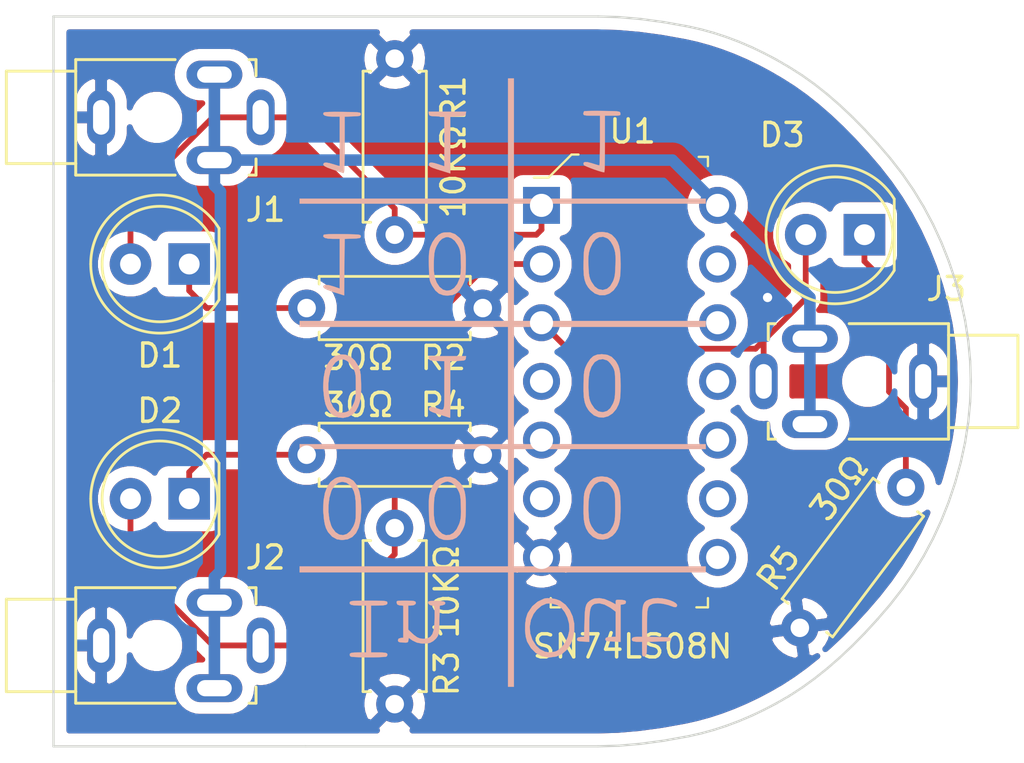
<source format=kicad_pcb>
(kicad_pcb (version 20171130) (host pcbnew "(5.1.5)-3")

  (general
    (thickness 1.6)
    (drawings 70)
    (tracks 54)
    (zones 0)
    (modules 13)
    (nets 9)
  )

  (page A4)
  (layers
    (0 F.Cu signal)
    (31 B.Cu signal hide)
    (32 B.Adhes user hide)
    (33 F.Adhes user hide)
    (34 B.Paste user hide)
    (35 F.Paste user)
    (36 B.SilkS user hide)
    (37 F.SilkS user)
    (38 B.Mask user hide)
    (39 F.Mask user)
    (40 Dwgs.User user hide)
    (41 Cmts.User user hide)
    (42 Eco1.User user hide)
    (43 Eco2.User user hide)
    (44 Edge.Cuts user)
    (45 Margin user hide)
    (46 B.CrtYd user hide)
    (47 F.CrtYd user hide)
    (48 B.Fab user hide)
    (49 F.Fab user hide)
  )

  (setup
    (last_trace_width 0.25)
    (user_trace_width 0.5)
    (trace_clearance 0.2)
    (zone_clearance 0.508)
    (zone_45_only no)
    (trace_min 0.2)
    (via_size 0.8)
    (via_drill 0.4)
    (via_min_size 0.4)
    (via_min_drill 0.3)
    (uvia_size 0.3)
    (uvia_drill 0.1)
    (uvias_allowed no)
    (uvia_min_size 0.2)
    (uvia_min_drill 0.1)
    (edge_width 0.05)
    (segment_width 0.2)
    (pcb_text_width 0.3)
    (pcb_text_size 1.5 1.5)
    (mod_edge_width 0.12)
    (mod_text_size 1 1)
    (mod_text_width 0.15)
    (pad_size 1.524 1.524)
    (pad_drill 0.762)
    (pad_to_mask_clearance 0.051)
    (solder_mask_min_width 0.25)
    (aux_axis_origin 0 0)
    (visible_elements 7FFFFFFF)
    (pcbplotparams
      (layerselection 0x010fc_ffffffff)
      (usegerberextensions false)
      (usegerberattributes false)
      (usegerberadvancedattributes false)
      (creategerberjobfile false)
      (excludeedgelayer true)
      (linewidth 0.100000)
      (plotframeref false)
      (viasonmask false)
      (mode 1)
      (useauxorigin false)
      (hpglpennumber 1)
      (hpglpenspeed 20)
      (hpglpendiameter 15.000000)
      (psnegative false)
      (psa4output false)
      (plotreference true)
      (plotvalue true)
      (plotinvisibletext false)
      (padsonsilk false)
      (subtractmaskfromsilk false)
      (outputformat 1)
      (mirror false)
      (drillshape 1)
      (scaleselection 1)
      (outputdirectory ""))
  )

  (net 0 "")
  (net 1 "Net-(D1-Pad2)")
  (net 2 "Net-(D1-Pad1)")
  (net 3 "Net-(D2-Pad2)")
  (net 4 "Net-(D2-Pad1)")
  (net 5 "Net-(D3-Pad2)")
  (net 6 "Net-(D3-Pad1)")
  (net 7 GND)
  (net 8 +5V)

  (net_class Default "This is the default net class."
    (clearance 0.2)
    (trace_width 0.25)
    (via_dia 0.8)
    (via_drill 0.4)
    (uvia_dia 0.3)
    (uvia_drill 0.1)
    (add_net +5V)
    (add_net GND)
    (add_net "Net-(D1-Pad1)")
    (add_net "Net-(D1-Pad2)")
    (add_net "Net-(D2-Pad1)")
    (add_net "Net-(D2-Pad2)")
    (add_net "Net-(D3-Pad1)")
    (add_net "Net-(D3-Pad2)")
  )

  (module conduWIT_parts:and_truth_table (layer B.Cu) (tedit 0) (tstamp 5E660D9B)
    (at 149.4282 74.9808)
    (fp_text reference Ref** (at 0 0) (layer B.SilkS) hide
      (effects (font (size 1.27 1.27) (thickness 0.15)) (justify mirror))
    )
    (fp_text value Val** (at 0 0) (layer B.SilkS) hide
      (effects (font (size 1.27 1.27) (thickness 0.15)) (justify mirror))
    )
    (fp_poly (pts (xy -3.23589 11.290155) (xy -3.115777 11.262078) (xy -2.983054 11.189777) (xy -2.860694 11.077309)
      (xy -2.84645 11.059543) (xy -2.80133 10.996965) (xy -2.76933 10.936328) (xy -2.747759 10.861624)
      (xy -2.733925 10.75684) (xy -2.725136 10.605968) (xy -2.718701 10.392997) (xy -2.716125 10.284347)
      (xy -2.70175 9.661066) (xy -2.575357 9.635788) (xy -2.4832 9.600909) (xy -2.46225 9.541673)
      (xy -2.463191 9.536004) (xy -2.483605 9.497367) (xy -2.538196 9.47278) (xy -2.643957 9.458)
      (xy -2.811611 9.449018) (xy -2.975879 9.448165) (xy -3.107088 9.457299) (xy -3.181941 9.474567)
      (xy -3.188241 9.478973) (xy -3.20386 9.539884) (xy -3.159119 9.602505) (xy -3.074998 9.645046)
      (xy -3.02165 9.652) (xy -2.979293 9.654454) (xy -2.950882 9.67121) (xy -2.933632 9.716362)
      (xy -2.924758 9.804) (xy -2.921476 9.948217) (xy -2.921 10.16136) (xy -2.930612 10.476996)
      (xy -2.962163 10.717801) (xy -3.019728 10.891703) (xy -3.10738 11.006632) (xy -3.229195 11.070516)
      (xy -3.389246 11.091284) (xy -3.39887 11.091333) (xy -3.547168 11.077575) (xy -3.676409 11.027745)
      (xy -3.812962 10.929009) (xy -3.90525 10.844903) (xy -4.064 10.69315) (xy -4.064 9.652)
      (xy -3.947584 9.651352) (xy -3.814891 9.631379) (xy -3.742368 9.578651) (xy -3.739003 9.508106)
      (xy -3.765876 9.47573) (xy -3.826776 9.455286) (xy -3.937194 9.444345) (xy -4.112622 9.440479)
      (xy -4.17145 9.440333) (xy -4.358819 9.441182) (xy -4.476742 9.446189) (xy -4.540441 9.459042)
      (xy -4.565134 9.483433) (xy -4.566041 9.52305) (xy -4.564361 9.535583) (xy -4.531928 9.607412)
      (xy -4.446439 9.640014) (xy -4.41325 9.644099) (xy -4.275667 9.657364) (xy -4.275667 11.043376)
      (xy -4.392084 11.056771) (xy -4.48288 11.087603) (xy -4.5085 11.154833) (xy -4.496233 11.205927)
      (xy -4.445956 11.234337) (xy -4.337461 11.249038) (xy -4.289266 11.252191) (xy -4.160541 11.256604)
      (xy -4.093467 11.244257) (xy -4.065354 11.205786) (xy -4.056432 11.156136) (xy -4.042834 11.04739)
      (xy -3.883544 11.161173) (xy -3.694943 11.25207) (xy -3.467474 11.296586) (xy -3.23589 11.290155)) (layer B.SilkS) (width 0.01))
    (fp_poly (pts (xy -5.519423 11.891485) (xy -5.314949 11.886348) (xy -5.148003 11.878099) (xy -5.036034 11.866737)
      (xy -4.999748 11.856957) (xy -4.961702 11.791389) (xy -4.96667 11.751772) (xy -4.996917 11.716654)
      (xy -5.065559 11.69573) (xy -5.189225 11.685918) (xy -5.332672 11.684) (xy -5.672667 11.684)
      (xy -5.672667 9.652) (xy -5.36575 9.651352) (xy -5.159047 9.643621) (xy -5.028394 9.619671)
      (xy -4.966263 9.576799) (xy -4.965124 9.512303) (xy -4.96667 9.508106) (xy -4.985455 9.483969)
      (xy -5.028123 9.466234) (xy -5.105978 9.453957) (xy -5.230324 9.446194) (xy -5.412464 9.442001)
      (xy -5.663702 9.440436) (xy -5.7785 9.440333) (xy -6.058678 9.441154) (xy -6.265503 9.444247)
      (xy -6.410278 9.450556) (xy -6.504308 9.461023) (xy -6.558896 9.476592) (xy -6.585345 9.498208)
      (xy -6.590331 9.508106) (xy -6.592306 9.57386) (xy -6.5337 9.617843) (xy -6.406983 9.642756)
      (xy -6.204627 9.651303) (xy -6.19125 9.651352) (xy -5.884334 9.652) (xy -5.884334 11.684)
      (xy -6.224329 11.684) (xy -6.401788 11.687343) (xy -6.511399 11.699425) (xy -6.56979 11.723325)
      (xy -6.590331 11.751772) (xy -6.583622 11.828522) (xy -6.557253 11.856957) (xy -6.494023 11.870492)
      (xy -6.363633 11.880915) (xy -6.183529 11.888225) (xy -5.971161 11.892424) (xy -5.743976 11.893511)
      (xy -5.519423 11.891485)) (layer B.SilkS) (width 0.01))
    (fp_poly (pts (xy 6.148916 11.845694) (xy 6.198684 11.831436) (xy 6.228653 11.79364) (xy 6.245186 11.71345)
      (xy 6.254642 11.57201) (xy 6.256578 11.526538) (xy 6.26899 11.22091) (xy 6.785745 11.209038)
      (xy 7.002467 11.203187) (xy 7.148416 11.195699) (xy 7.23748 11.183981) (xy 7.283547 11.165437)
      (xy 7.300506 11.137473) (xy 7.3025 11.1125) (xy 7.297189 11.076922) (xy 7.272016 11.052448)
      (xy 7.213115 11.036496) (xy 7.106621 11.026484) (xy 6.938671 11.019832) (xy 6.783916 11.015947)
      (xy 6.265333 11.004061) (xy 6.265333 10.40095) (xy 6.267929 10.128536) (xy 6.278576 9.927959)
      (xy 6.301566 9.786471) (xy 6.341188 9.691325) (xy 6.401733 9.629774) (xy 6.487492 9.589072)
      (xy 6.544466 9.57164) (xy 6.722632 9.55225) (xy 6.945169 9.572475) (xy 7.183756 9.628522)
      (xy 7.315847 9.674951) (xy 7.442061 9.717165) (xy 7.517259 9.718072) (xy 7.547729 9.698871)
      (xy 7.571247 9.63236) (xy 7.524635 9.562562) (xy 7.422052 9.494173) (xy 7.277659 9.431886)
      (xy 7.105615 9.380397) (xy 6.92008 9.3444) (xy 6.735214 9.32859) (xy 6.565175 9.337662)
      (xy 6.498166 9.350883) (xy 6.348071 9.394936) (xy 6.235995 9.447975) (xy 6.15645 9.522202)
      (xy 6.103943 9.629819) (xy 6.072985 9.78303) (xy 6.058083 9.994038) (xy 6.053748 10.275045)
      (xy 6.053666 10.338753) (xy 6.053666 11.006666) (xy 5.846529 11.006666) (xy 5.696423 11.020068)
      (xy 5.620422 11.063395) (xy 5.611813 11.141328) (xy 5.61893 11.165416) (xy 5.672715 11.20003)
      (xy 5.793995 11.217157) (xy 5.845527 11.218333) (xy 6.053666 11.218333) (xy 6.053666 11.538777)
      (xy 6.055066 11.700979) (xy 6.062768 11.795447) (xy 6.082024 11.839109) (xy 6.118089 11.848893)
      (xy 6.148916 11.845694)) (layer B.SilkS) (width 0.01))
    (fp_poly (pts (xy 3.767666 10.562827) (xy 3.770958 10.254871) (xy 3.782672 10.020324) (xy 3.805563 9.848118)
      (xy 3.842387 9.727184) (xy 3.895898 9.646454) (xy 3.968853 9.594859) (xy 4.013183 9.576634)
      (xy 4.207862 9.553311) (xy 4.429311 9.608613) (xy 4.674961 9.741744) (xy 4.773083 9.81179)
      (xy 4.910666 9.916049) (xy 4.910666 11.002242) (xy 4.688416 11.015038) (xy 4.556884 11.027218)
      (xy 4.489884 11.050007) (xy 4.4673 11.092226) (xy 4.466166 11.1125) (xy 4.474229 11.155613)
      (xy 4.509879 11.182353) (xy 4.590305 11.197804) (xy 4.732698 11.207049) (xy 4.79425 11.209531)
      (xy 5.122333 11.221895) (xy 5.122333 9.61529) (xy 5.23875 9.601895) (xy 5.329546 9.571063)
      (xy 5.355166 9.503833) (xy 5.343071 9.453029) (xy 5.293375 9.424644) (xy 5.185963 9.409857)
      (xy 5.132916 9.406371) (xy 5.003639 9.401659) (xy 4.937605 9.41264) (xy 4.913684 9.447984)
      (xy 4.910666 9.497549) (xy 4.910666 9.601523) (xy 4.688416 9.481321) (xy 4.437578 9.375036)
      (xy 4.199972 9.330314) (xy 3.991164 9.349048) (xy 3.897675 9.385257) (xy 3.785407 9.450838)
      (xy 3.70252 9.521756) (xy 3.64422 9.611842) (xy 3.605711 9.73493) (xy 3.582198 9.904852)
      (xy 3.568885 10.13544) (xy 3.562828 10.351166) (xy 3.548489 11.002003) (xy 3.393494 11.014918)
      (xy 3.286964 11.034034) (xy 3.243352 11.076107) (xy 3.2385 11.1125) (xy 3.248513 11.159675)
      (xy 3.291122 11.187342) (xy 3.385176 11.20243) (xy 3.503083 11.20977) (xy 3.767666 11.222373)
      (xy 3.767666 10.562827)) (layer B.SilkS) (width 0.01))
    (fp_poly (pts (xy 2.341801 11.857444) (xy 2.592498 11.74485) (xy 2.80145 11.560998) (xy 2.964848 11.309001)
      (xy 3.055402 11.076525) (xy 3.119268 10.748069) (xy 3.115325 10.425029) (xy 3.048062 10.120473)
      (xy 2.921963 9.847471) (xy 2.741515 9.619091) (xy 2.511205 9.448402) (xy 2.493224 9.438896)
      (xy 2.328815 9.377983) (xy 2.135524 9.340573) (xy 1.94967 9.331417) (xy 1.820059 9.350843)
      (xy 1.535563 9.485343) (xy 1.301304 9.687383) (xy 1.120282 9.95424) (xy 1.092251 10.011833)
      (xy 1.028354 10.217245) (xy 0.994772 10.469746) (xy 0.993661 10.566394) (xy 1.192266 10.566394)
      (xy 1.240302 10.280585) (xy 1.357747 10.01525) (xy 1.495708 9.834667) (xy 1.701379 9.659606)
      (xy 1.911372 9.567635) (xy 2.132816 9.557223) (xy 2.372841 9.626839) (xy 2.402239 9.640038)
      (xy 2.568983 9.759822) (xy 2.712283 9.942927) (xy 2.822962 10.169221) (xy 2.891844 10.418568)
      (xy 2.909749 10.670834) (xy 2.904151 10.741201) (xy 2.843985 11.001462) (xy 2.733581 11.242286)
      (xy 2.585063 11.4452) (xy 2.410552 11.591731) (xy 2.314994 11.638973) (xy 2.07811 11.686674)
      (xy 1.847269 11.652196) (xy 1.630662 11.538) (xy 1.46756 11.384441) (xy 1.3056 11.134546)
      (xy 1.213933 10.856456) (xy 1.192266 10.566394) (xy 0.993661 10.566394) (xy 0.99168 10.738649)
      (xy 1.019254 10.993267) (xy 1.07767 11.202915) (xy 1.085333 11.220484) (xy 1.249625 11.497265)
      (xy 1.456417 11.70341) (xy 1.702024 11.836348) (xy 1.982759 11.893508) (xy 2.053166 11.895666)
      (xy 2.341801 11.857444)) (layer B.SilkS) (width 0.01))
    (fp_poly (pts (xy 4.569127 6.753758) (xy 4.766991 6.634873) (xy 4.780864 6.622662) (xy 4.906849 6.487419)
      (xy 4.999794 6.332238) (xy 5.063675 6.143114) (xy 5.102471 5.906044) (xy 5.120158 5.607021)
      (xy 5.122333 5.420222) (xy 5.117388 5.115929) (xy 5.100114 4.878957) (xy 5.066849 4.692402)
      (xy 5.013931 4.539364) (xy 4.9377 4.40294) (xy 4.886481 4.331446) (xy 4.733197 4.178467)
      (xy 4.549442 4.09223) (xy 4.316321 4.064043) (xy 4.305195 4.064) (xy 4.113858 4.081352)
      (xy 3.964101 4.139713) (xy 3.932677 4.15925) (xy 3.813097 4.272492) (xy 3.696164 4.444097)
      (xy 3.661833 4.5085) (xy 3.61048 4.616142) (xy 3.574618 4.711328) (xy 3.550934 4.813659)
      (xy 3.536115 4.942736) (xy 3.526848 5.11816) (xy 3.520137 5.346908) (xy 3.519457 5.503333)
      (xy 3.732043 5.503333) (xy 3.737538 5.137166) (xy 3.78004 4.840917) (xy 3.861402 4.607484)
      (xy 3.983477 4.429761) (xy 4.021805 4.392083) (xy 4.181974 4.297645) (xy 4.35985 4.275367)
      (xy 4.531365 4.326427) (xy 4.588638 4.364335) (xy 4.679752 4.458462) (xy 4.770914 4.586317)
      (xy 4.795431 4.628918) (xy 4.833506 4.708113) (xy 4.859753 4.790189) (xy 4.87632 4.892693)
      (xy 4.885353 5.033169) (xy 4.889 5.229165) (xy 4.8895 5.3975) (xy 4.888146 5.641361)
      (xy 4.882547 5.819416) (xy 4.870394 5.950506) (xy 4.849379 6.053469) (xy 4.817193 6.147145)
      (xy 4.789907 6.210393) (xy 4.676614 6.403698) (xy 4.542102 6.520506) (xy 4.376959 6.568163)
      (xy 4.328794 6.570133) (xy 4.153016 6.533874) (xy 4.001574 6.422465) (xy 3.869393 6.231959)
      (xy 3.85258 6.199633) (xy 3.804442 6.092861) (xy 3.771974 5.984851) (xy 3.751309 5.85326)
      (xy 3.738579 5.675748) (xy 3.732043 5.503333) (xy 3.519457 5.503333) (xy 3.518717 5.673429)
      (xy 3.535015 5.932647) (xy 3.572294 6.140683) (xy 3.633817 6.313656) (xy 3.722845 6.467688)
      (xy 3.756288 6.513781) (xy 3.927702 6.677383) (xy 4.131981 6.773153) (xy 4.351623 6.799231)
      (xy 4.569127 6.753758)) (layer B.SilkS) (width 0.01))
    (fp_poly (pts (xy -2.152381 6.792452) (xy -1.979705 6.71577) (xy -1.837055 6.575063) (xy -1.7145 6.371166)
      (xy -1.66401 6.265678) (xy -1.628535 6.172704) (xy -1.604963 6.073268) (xy -1.590182 5.948393)
      (xy -1.58108 5.779102) (xy -1.574545 5.546418) (xy -1.573781 5.513116) (xy -1.572418 5.188388)
      (xy -1.587111 4.932114) (xy -1.621223 4.729036) (xy -1.678119 4.563896) (xy -1.761166 4.421439)
      (xy -1.834941 4.328997) (xy -2.027534 4.163961) (xy -2.241191 4.079034) (xy -2.468586 4.075764)
      (xy -2.688167 4.148459) (xy -2.859251 4.269697) (xy -2.994845 4.449978) (xy -3.103212 4.700596)
      (xy -3.112289 4.728157) (xy -3.142309 4.842055) (xy -3.161439 4.973144) (xy -3.170918 5.139624)
      (xy -3.171983 5.359695) (xy -3.169519 5.494117) (xy -2.959161 5.494117) (xy -2.956344 5.363723)
      (xy -2.94689 5.138899) (xy -2.931423 4.974485) (xy -2.90569 4.846241) (xy -2.865439 4.729929)
      (xy -2.83187 4.654335) (xy -2.737308 4.486898) (xy -2.635192 4.382512) (xy -2.57787 4.348382)
      (xy -2.447161 4.292849) (xy -2.346299 4.282749) (xy -2.234153 4.317353) (xy -2.181513 4.341365)
      (xy -2.048952 4.445039) (xy -1.924396 4.62224) (xy -1.921693 4.627115) (xy -1.869127 4.729066)
      (xy -1.833453 4.823064) (xy -1.810671 4.930435) (xy -1.796779 5.072505) (xy -1.787777 5.270603)
      (xy -1.785098 5.355245) (xy -1.780486 5.589832) (xy -1.784502 5.763455) (xy -1.799394 5.899579)
      (xy -1.827408 6.021664) (xy -1.858074 6.117245) (xy -1.970216 6.350755) (xy -2.111094 6.509973)
      (xy -2.269562 6.595292) (xy -2.434474 6.607107) (xy -2.594686 6.54581) (xy -2.739053 6.411796)
      (xy -2.856428 6.205458) (xy -2.900025 6.080442) (xy -2.936253 5.918982) (xy -2.95535 5.731359)
      (xy -2.959161 5.494117) (xy -3.169519 5.494117) (xy -3.168427 5.553657) (xy -3.161772 5.794508)
      (xy -3.153269 5.968988) (xy -3.139826 6.095385) (xy -3.11835 6.191985) (xy -3.085749 6.277074)
      (xy -3.038932 6.36894) (xy -3.026819 6.391142) (xy -2.887039 6.599496) (xy -2.730701 6.732958)
      (xy -2.54272 6.801288) (xy -2.370667 6.815666) (xy -2.152381 6.792452)) (layer B.SilkS) (width 0.01))
    (fp_poly (pts (xy -6.684869 6.782714) (xy -6.482055 6.682875) (xy -6.322883 6.514675) (xy -6.206457 6.276641)
      (xy -6.131881 5.967299) (xy -6.098261 5.585175) (xy -6.096 5.439833) (xy -6.116585 5.036349)
      (xy -6.178876 4.705517) (xy -6.283683 4.445858) (xy -6.431813 4.255891) (xy -6.624073 4.134136)
      (xy -6.837434 4.08144) (xy -7.002067 4.076623) (xy -7.14312 4.111815) (xy -7.239 4.156336)
      (xy -7.420502 4.296507) (xy -7.563601 4.506375) (xy -7.666033 4.779071) (xy -7.72553 5.107723)
      (xy -7.739826 5.485461) (xy -7.733762 5.617406) (xy -7.514219 5.617406) (xy -7.512759 5.291728)
      (xy -7.472392 4.977351) (xy -7.393811 4.701884) (xy -7.35807 4.621101) (xy -7.233381 4.440815)
      (xy -7.080337 4.330396) (xy -6.911596 4.292989) (xy -6.739815 4.331735) (xy -6.5957 4.431785)
      (xy -6.49006 4.556176) (xy -6.414306 4.705547) (xy -6.364685 4.894364) (xy -6.337448 5.137093)
      (xy -6.328844 5.448203) (xy -6.328834 5.461) (xy -6.330309 5.688729) (xy -6.336811 5.853073)
      (xy -6.351453 5.97529) (xy -6.377347 6.076639) (xy -6.417607 6.178379) (xy -6.44153 6.230572)
      (xy -6.569721 6.432083) (xy -6.721841 6.557028) (xy -6.88665 6.605858) (xy -7.052907 6.579025)
      (xy -7.209371 6.476978) (xy -7.344802 6.300168) (xy -7.397631 6.192227) (xy -7.476074 5.926776)
      (xy -7.514219 5.617406) (xy -7.733762 5.617406) (xy -7.732194 5.6515) (xy -7.707219 5.925216)
      (xy -7.671748 6.134612) (xy -7.6207 6.299863) (xy -7.548995 6.441143) (xy -7.523301 6.480972)
      (xy -7.352839 6.670439) (xy -7.14951 6.782031) (xy -6.932221 6.815666) (xy -6.684869 6.782714)) (layer B.SilkS) (width 0.01))
    (fp_poly (pts (xy -2.251554 1.482805) (xy -2.249111 1.368302) (xy -2.247012 1.190178) (xy -2.245349 0.958955)
      (xy -2.244211 0.685155) (xy -2.24369 0.379302) (xy -2.243667 0.298114) (xy -2.243667 -0.927772)
      (xy -1.915584 -0.940136) (xy -1.749731 -0.948302) (xy -1.650359 -0.961153) (xy -1.599287 -0.984418)
      (xy -1.578334 -1.023824) (xy -1.573973 -1.04775) (xy -1.560445 -1.143) (xy -3.180889 -1.143)
      (xy -3.167361 -1.04775) (xy -3.153902 -0.999429) (xy -3.118322 -0.969768) (xy -3.04244 -0.95304)
      (xy -2.908077 -0.943518) (xy -2.82575 -0.940136) (xy -2.497667 -0.927772) (xy -2.497667 0.128781)
      (xy -2.497411 0.463072) (xy -2.498376 0.721416) (xy -2.503161 0.912525) (xy -2.514365 1.045106)
      (xy -2.534586 1.12787) (xy -2.566424 1.169526) (xy -2.612478 1.178783) (xy -2.675347 1.164351)
      (xy -2.757629 1.13494) (xy -2.794 1.121833) (xy -2.985268 1.06683) (xy -3.108555 1.061049)
      (xy -3.164824 1.104564) (xy -3.167361 1.150901) (xy -3.149102 1.196373) (xy -3.099673 1.237902)
      (xy -3.005275 1.282477) (xy -2.852111 1.337087) (xy -2.709334 1.382899) (xy -2.529434 1.439118)
      (xy -2.382457 1.484648) (xy -2.285217 1.514306) (xy -2.25425 1.523164) (xy -2.251554 1.482805)) (layer B.SilkS) (width 0.01))
    (fp_poly (pts (xy 4.590633 1.454192) (xy 4.778608 1.331692) (xy 4.936395 1.147064) (xy 5.035856 0.947622)
      (xy 5.072635 0.834848) (xy 5.097593 0.715338) (xy 5.112808 0.569449) (xy 5.120361 0.377537)
      (xy 5.122333 0.130734) (xy 5.117434 -0.173752) (xy 5.100306 -0.41087) (xy 5.067305 -0.597481)
      (xy 5.014784 -0.750447) (xy 4.9391 -0.88663) (xy 4.886481 -0.960221) (xy 4.733197 -1.1132)
      (xy 4.549442 -1.199437) (xy 4.316321 -1.227624) (xy 4.305195 -1.227667) (xy 4.113858 -1.210315)
      (xy 3.964101 -1.151954) (xy 3.932677 -1.132417) (xy 3.813097 -1.019174) (xy 3.696164 -0.847569)
      (xy 3.661833 -0.783167) (xy 3.610236 -0.674937) (xy 3.574284 -0.579221) (xy 3.550612 -0.476233)
      (xy 3.535858 -0.346191) (xy 3.526659 -0.169311) (xy 3.520266 0.049547) (xy 3.519479 0.211666)
      (xy 3.732043 0.211666) (xy 3.737538 -0.154501) (xy 3.78004 -0.450749) (xy 3.861402 -0.684183)
      (xy 3.983477 -0.861905) (xy 4.021805 -0.899584) (xy 4.181974 -0.994022) (xy 4.35985 -1.0163)
      (xy 4.531365 -0.965239) (xy 4.588638 -0.927332) (xy 4.679752 -0.833204) (xy 4.770914 -0.70535)
      (xy 4.795431 -0.662749) (xy 4.833506 -0.583554) (xy 4.859753 -0.501478) (xy 4.87632 -0.398974)
      (xy 4.885353 -0.258497) (xy 4.889 -0.062502) (xy 4.8895 0.105833) (xy 4.888146 0.349694)
      (xy 4.882547 0.527749) (xy 4.870394 0.658839) (xy 4.849379 0.761802) (xy 4.817193 0.855478)
      (xy 4.789907 0.918727) (xy 4.675473 1.113227) (xy 4.538704 1.231407) (xy 4.370446 1.280577)
      (xy 4.334199 1.282721) (xy 4.157401 1.246848) (xy 4.000357 1.128897) (xy 3.863533 0.929229)
      (xy 3.85258 0.907966) (xy 3.804442 0.801194) (xy 3.771974 0.693184) (xy 3.751309 0.561594)
      (xy 3.738579 0.384082) (xy 3.732043 0.211666) (xy 3.519479 0.211666) (xy 3.518661 0.379833)
      (xy 3.534743 0.642131) (xy 3.571955 0.851913) (xy 3.633745 1.024652) (xy 3.723558 1.17582)
      (xy 3.789741 1.259587) (xy 3.972025 1.41726) (xy 4.174697 1.500141) (xy 4.385115 1.511397)
      (xy 4.590633 1.454192)) (layer B.SilkS) (width 0.01))
    (fp_poly (pts (xy -6.659903 1.481421) (xy -6.469368 1.378547) (xy -6.32789 1.226172) (xy -6.225161 1.032385)
      (xy -6.155247 0.820278) (xy -6.114782 0.572227) (xy -6.100401 0.27061) (xy -6.103109 0.048975)
      (xy -6.11178 -0.185779) (xy -6.124384 -0.357251) (xy -6.144407 -0.486823) (xy -6.175336 -0.59588)
      (xy -6.220654 -0.705803) (xy -6.229145 -0.724195) (xy -6.372637 -0.953269) (xy -6.552534 -1.114232)
      (xy -6.759011 -1.203083) (xy -6.982245 -1.215824) (xy -7.212413 -1.148456) (xy -7.239 -1.135331)
      (xy -7.420502 -0.99516) (xy -7.563601 -0.785291) (xy -7.666033 -0.512596) (xy -7.72553 -0.183944)
      (xy -7.73364 0.03036) (xy -7.518036 0.03036) (xy -7.487737 -0.244959) (xy -7.426137 -0.497375)
      (xy -7.333737 -0.711505) (xy -7.211041 -0.871963) (xy -7.112 -0.941851) (xy -6.9703 -1.000672)
      (xy -6.859705 -1.006674) (xy -6.743747 -0.958052) (xy -6.684344 -0.920689) (xy -6.577308 -0.822199)
      (xy -6.473408 -0.68252) (xy -6.434667 -0.613772) (xy -6.390558 -0.518558) (xy -6.360687 -0.428302)
      (xy -6.342322 -0.323348) (xy -6.332734 -0.184042) (xy -6.329193 0.00927) (xy -6.328834 0.148166)
      (xy -6.330491 0.384221) (xy -6.337192 0.555788) (xy -6.351533 0.683012) (xy -6.37611 0.786037)
      (xy -6.413518 0.885006) (xy -6.427998 0.917731) (xy -6.522201 1.098113) (xy -6.618979 1.211665)
      (xy -6.737073 1.274668) (xy -6.868815 1.300705) (xy -7.003553 1.30471) (xy -7.103396 1.270321)
      (xy -7.182399 1.212009) (xy -7.316154 1.052955) (xy -7.416092 0.839877) (xy -7.482716 0.588163)
      (xy -7.51653 0.313195) (xy -7.518036 0.03036) (xy -7.73364 0.03036) (xy -7.739826 0.193794)
      (xy -7.732194 0.359833) (xy -7.697628 0.686613) (xy -7.640326 0.943935) (xy -7.554645 1.145263)
      (xy -7.434944 1.304062) (xy -7.284649 1.427742) (xy -7.090619 1.51088) (xy -6.874679 1.527152)
      (xy -6.659903 1.481421)) (layer B.SilkS) (width 0.01))
    (fp_poly (pts (xy -6.825614 -4.997194) (xy -6.814394 -6.219597) (xy -6.46578 -6.231882) (xy -6.293808 -6.239789)
      (xy -6.189774 -6.251704) (xy -6.136955 -6.272278) (xy -6.118626 -6.306163) (xy -6.117167 -6.328834)
      (xy -6.120915 -6.358518) (xy -6.139675 -6.380563) (xy -6.184727 -6.396341) (xy -6.267348 -6.407222)
      (xy -6.398816 -6.414579) (xy -6.590409 -6.419783) (xy -6.853404 -6.424207) (xy -6.907848 -6.425006)
      (xy -7.236388 -6.427272) (xy -7.481479 -6.423305) (xy -7.642817 -6.413116) (xy -7.720098 -6.396719)
      (xy -7.72641 -6.391402) (xy -7.737076 -6.317763) (xy -7.668623 -6.264167) (xy -7.524546 -6.232138)
      (xy -7.33965 -6.223) (xy -7.027334 -6.223) (xy -7.027334 -4.06856) (xy -7.266794 -4.150947)
      (xy -7.484626 -4.214143) (xy -7.634607 -4.23009) (xy -7.719022 -4.198967) (xy -7.728345 -4.186938)
      (xy -7.734736 -4.134398) (xy -7.683667 -4.079949) (xy -7.567984 -4.019428) (xy -7.380535 -3.948675)
      (xy -7.239 -3.902224) (xy -6.836834 -3.774792) (xy -6.825614 -4.997194)) (layer B.SilkS) (width 0.01))
    (fp_poly (pts (xy 4.436039 -3.782489) (xy 4.638071 -3.854556) (xy 4.819513 -3.994228) (xy 4.968805 -4.198234)
      (xy 5.03761 -4.348734) (xy 5.074682 -4.464133) (xy 5.099513 -4.589028) (xy 5.114264 -4.743575)
      (xy 5.121099 -4.947935) (xy 5.122333 -5.13836) (xy 5.115976 -5.4603) (xy 5.094731 -5.713987)
      (xy 5.055336 -5.915032) (xy 4.994528 -6.079046) (xy 4.909047 -6.221642) (xy 4.89088 -6.24612)
      (xy 4.737236 -6.401481) (xy 4.556055 -6.489332) (xy 4.326986 -6.519168) (xy 4.305195 -6.519334)
      (xy 4.113858 -6.501981) (xy 3.964101 -6.44362) (xy 3.932677 -6.424084) (xy 3.813097 -6.310841)
      (xy 3.696164 -6.139236) (xy 3.661833 -6.074834) (xy 3.610236 -5.966604) (xy 3.574284 -5.870888)
      (xy 3.550612 -5.7679) (xy 3.535858 -5.637858) (xy 3.526659 -5.460978) (xy 3.52229 -5.31139)
      (xy 3.727655 -5.31139) (xy 3.732665 -5.483003) (xy 3.749509 -5.619443) (xy 3.780621 -5.745313)
      (xy 3.805349 -5.820834) (xy 3.911922 -6.046082) (xy 4.047416 -6.205929) (xy 4.202924 -6.296169)
      (xy 4.369536 -6.312598) (xy 4.538346 -6.25101) (xy 4.608701 -6.200077) (xy 4.70254 -6.090237)
      (xy 4.791589 -5.93421) (xy 4.82685 -5.851176) (xy 4.866629 -5.732515) (xy 4.891701 -5.617416)
      (xy 4.904368 -5.483141) (xy 4.906932 -5.30695) (xy 4.902724 -5.101516) (xy 4.893287 -4.864642)
      (xy 4.878312 -4.690353) (xy 4.854364 -4.556594) (xy 4.81801 -4.441311) (xy 4.789313 -4.37294)
      (xy 4.675319 -4.178426) (xy 4.538647 -4.060221) (xy 4.370223 -4.011069) (xy 4.334199 -4.008946)
      (xy 4.157401 -4.044819) (xy 4.000357 -4.16277) (xy 3.863533 -4.362438) (xy 3.85258 -4.3837)
      (xy 3.804442 -4.490472) (xy 3.771974 -4.598483) (xy 3.751309 -4.730073) (xy 3.738579 -4.907585)
      (xy 3.732043 -5.08) (xy 3.727655 -5.31139) (xy 3.52229 -5.31139) (xy 3.520266 -5.242119)
      (xy 3.518254 -4.912034) (xy 3.533257 -4.650522) (xy 3.56894 -4.44255) (xy 3.628969 -4.273084)
      (xy 3.717009 -4.127089) (xy 3.82197 -4.004633) (xy 4.016431 -3.854256) (xy 4.224973 -3.781298)
      (xy 4.436039 -3.782489)) (layer B.SilkS) (width 0.01))
    (fp_poly (pts (xy -2.152381 -3.790882) (xy -1.979705 -3.867564) (xy -1.837055 -4.00827) (xy -1.7145 -4.212167)
      (xy -1.663057 -4.319969) (xy -1.627203 -4.415121) (xy -1.603623 -4.517299) (xy -1.589001 -4.64618)
      (xy -1.580023 -4.82144) (xy -1.573729 -5.047615) (xy -1.572797 -5.384298) (xy -1.589989 -5.652182)
      (xy -1.628574 -5.865821) (xy -1.691818 -6.039769) (xy -1.78299 -6.18858) (xy -1.84736 -6.266245)
      (xy -2.038405 -6.424508) (xy -2.253699 -6.501997) (xy -2.495418 -6.499299) (xy -2.611176 -6.472725)
      (xy -2.753233 -6.394976) (xy -2.894571 -6.254593) (xy -3.018449 -6.072076) (xy -3.108125 -5.867927)
      (xy -3.110096 -5.861736) (xy -3.140979 -5.743821) (xy -3.16072 -5.612087) (xy -3.170636 -5.447661)
      (xy -3.172044 -5.231669) (xy -3.169245 -5.075699) (xy -2.960328 -5.075699) (xy -2.956989 -5.222437)
      (xy -2.947415 -5.443031) (xy -2.93235 -5.603236) (xy -2.907277 -5.727322) (xy -2.867679 -5.839562)
      (xy -2.824884 -5.932297) (xy -2.717772 -6.111536) (xy -2.604057 -6.219651) (xy -2.57106 -6.23825)
      (xy -2.441678 -6.292346) (xy -2.339717 -6.299714) (xy -2.222268 -6.260763) (xy -2.181513 -6.241968)
      (xy -2.048762 -6.138077) (xy -1.924155 -5.960359) (xy -1.921864 -5.956218) (xy -1.868486 -5.852131)
      (xy -1.832496 -5.755713) (xy -1.809671 -5.644962) (xy -1.795787 -5.497876) (xy -1.78662 -5.292453)
      (xy -1.785008 -5.243294) (xy -1.781206 -4.981325) (xy -1.790034 -4.779995) (xy -1.813249 -4.615977)
      (xy -1.840578 -4.505408) (xy -1.941384 -4.264902) (xy -2.075321 -4.096258) (xy -2.230756 -3.999471)
      (xy -2.396054 -3.974539) (xy -2.559581 -4.021458) (xy -2.709704 -4.140225) (xy -2.834789 -4.330836)
      (xy -2.900846 -4.505718) (xy -2.93714 -4.665239) (xy -2.956332 -4.847125) (xy -2.960328 -5.075699)
      (xy -3.169245 -5.075699) (xy -3.16837 -5.026996) (xy -3.161714 -4.786693) (xy -3.153173 -4.612689)
      (xy -3.139634 -4.486625) (xy -3.117985 -4.390145) (xy -3.085112 -4.304888) (xy -3.037902 -4.212498)
      (xy -3.026819 -4.192192) (xy -2.887039 -3.983837) (xy -2.730701 -3.850376) (xy -2.54272 -3.782045)
      (xy -2.370667 -3.767667) (xy -2.152381 -3.790882)) (layer B.SilkS) (width 0.01))
    (fp_poly (pts (xy -2.243667 -11.511105) (xy -1.915584 -11.523469) (xy -1.749731 -11.531635) (xy -1.650359 -11.544487)
      (xy -1.599287 -11.567752) (xy -1.578334 -11.607157) (xy -1.573973 -11.631084) (xy -1.560445 -11.726334)
      (xy -3.180889 -11.726334) (xy -3.167361 -11.631084) (xy -3.153902 -11.582762) (xy -3.118322 -11.553101)
      (xy -3.04244 -11.536373) (xy -2.908077 -11.526852) (xy -2.82575 -11.523469) (xy -2.497667 -11.511105)
      (xy -2.497667 -9.360227) (xy -2.737128 -9.442614) (xy -2.940463 -9.504354) (xy -3.076001 -9.524799)
      (xy -3.149949 -9.503784) (xy -3.168514 -9.441142) (xy -3.167361 -9.431141) (xy -3.147238 -9.380677)
      (xy -3.092893 -9.336616) (xy -2.988942 -9.290496) (xy -2.820003 -9.233853) (xy -2.794 -9.225751)
      (xy -2.619784 -9.171667) (xy -2.467058 -9.124102) (xy -2.360963 -9.090892) (xy -2.338917 -9.083924)
      (xy -2.243667 -9.053628) (xy -2.243667 -11.511105)) (layer B.SilkS) (width 0.01))
    (fp_poly (pts (xy -6.852722 -9.080964) (xy -6.84016 -9.132415) (xy -6.830578 -9.231422) (xy -6.823657 -9.385291)
      (xy -6.819079 -9.601328) (xy -6.816523 -9.88684) (xy -6.815671 -10.249134) (xy -6.815667 -10.280759)
      (xy -6.815667 -11.511243) (xy -6.466417 -11.523538) (xy -6.294258 -11.53144) (xy -6.190052 -11.543331)
      (xy -6.137088 -11.563851) (xy -6.118656 -11.597639) (xy -6.117167 -11.6205) (xy -6.120915 -11.650185)
      (xy -6.139675 -11.67223) (xy -6.184727 -11.688007) (xy -6.267348 -11.698889) (xy -6.398816 -11.706246)
      (xy -6.590409 -11.71145) (xy -6.853404 -11.715873) (xy -6.907848 -11.716673) (xy -7.236388 -11.718939)
      (xy -7.481479 -11.714971) (xy -7.642817 -11.704783) (xy -7.720098 -11.688386) (xy -7.72641 -11.683069)
      (xy -7.737076 -11.609429) (xy -7.668623 -11.555834) (xy -7.524546 -11.523805) (xy -7.33965 -11.514667)
      (xy -7.027334 -11.514667) (xy -7.027334 -9.364545) (xy -7.285105 -9.444773) (xy -7.480764 -9.499911)
      (xy -7.612139 -9.521488) (xy -7.69224 -9.510497) (xy -7.728345 -9.478604) (xy -7.733795 -9.424882)
      (xy -7.678918 -9.36878) (xy -7.556855 -9.306124) (xy -7.360749 -9.232734) (xy -7.281334 -9.206333)
      (xy -7.114272 -9.151731) (xy -6.975216 -9.105837) (xy -6.885916 -9.075846) (xy -6.868584 -9.069763)
      (xy -6.852722 -9.080964)) (layer B.SilkS) (width 0.01))
    (fp_poly (pts (xy 4.424831 -9.142246) (xy 4.431074 -9.256966) (xy 4.436438 -9.435303) (xy 4.440691 -9.666733)
      (xy 4.443602 -9.940731) (xy 4.444939 -10.246773) (xy 4.445 -10.329334) (xy 4.445 -11.557)
      (xy 4.78661 -11.557) (xy 4.955285 -11.558224) (xy 5.055755 -11.565082) (xy 5.104478 -11.582352)
      (xy 5.117912 -11.614812) (xy 5.114694 -11.65225) (xy 5.107533 -11.686074) (xy 5.089273 -11.710968)
      (xy 5.048209 -11.72854) (xy 4.972637 -11.740394) (xy 4.85085 -11.748138) (xy 4.671144 -11.753376)
      (xy 4.421814 -11.757715) (xy 4.336563 -11.759008) (xy 4.090212 -11.761151) (xy 3.873594 -11.760066)
      (xy 3.700724 -11.756064) (xy 3.58562 -11.749457) (xy 3.542813 -11.741369) (xy 3.517754 -11.678214)
      (xy 3.513666 -11.634611) (xy 3.522264 -11.596707) (xy 3.55893 -11.573539) (xy 3.639974 -11.561588)
      (xy 3.781703 -11.557338) (xy 3.8735 -11.557) (xy 4.233333 -11.557) (xy 4.233333 -10.4775)
      (xy 4.232255 -10.185203) (xy 4.229222 -9.922944) (xy 4.224532 -9.701945) (xy 4.218484 -9.533432)
      (xy 4.211377 -9.428625) (xy 4.204586 -9.398) (xy 4.152782 -9.410128) (xy 4.043396 -9.442053)
      (xy 3.899266 -9.487085) (xy 3.886985 -9.491032) (xy 3.694215 -9.541644) (xy 3.571367 -9.546328)
      (xy 3.517072 -9.504831) (xy 3.526913 -9.42454) (xy 3.571918 -9.392904) (xy 3.677456 -9.344152)
      (xy 3.823031 -9.28571) (xy 3.988146 -9.225005) (xy 4.152304 -9.169466) (xy 4.295006 -9.126518)
      (xy 4.395758 -9.10359) (xy 4.417942 -9.101667) (xy 4.424831 -9.142246)) (layer B.SilkS) (width 0.01))
    (fp_poly (pts (xy 0.508 8.212666) (xy 8.805333 8.212666) (xy 8.805333 7.958666) (xy 0.508 7.958666)
      (xy 0.508 2.878666) (xy 8.805333 2.878666) (xy 8.805333 2.667) (xy 0.508 2.667)
      (xy 0.508 -2.413) (xy 8.805333 -2.413) (xy 8.805333 -2.667) (xy 0.508 -2.667)
      (xy 0.508 -7.747) (xy 8.805333 -7.747) (xy 8.805333 -7.958667) (xy 0.508 -7.958667)
      (xy 0.508 -13.165667) (xy 0.254 -13.165667) (xy 0.254 -7.958667) (xy -8.763 -7.958667)
      (xy -8.763 -7.747) (xy 0.254 -7.747) (xy 0.254 -2.667) (xy -8.763 -2.667)
      (xy -8.763 -2.413) (xy 0.254 -2.413) (xy 0.254 2.667) (xy -8.763 2.667)
      (xy -8.763 2.878666) (xy 0.254 2.878666) (xy 0.254 7.958666) (xy -8.763 7.958666)
      (xy -8.763 8.212666) (xy 0.254 8.212666) (xy 0.254 13.165666) (xy 0.508 13.165666)
      (xy 0.508 8.212666)) (layer B.SilkS) (width 0.01))
  )

  (module conduWIT_parts:DIP-14_W3mm (layer F.Cu) (tedit 5E56D3DE) (tstamp 5E602ACC)
    (at 151.13 67.31)
    (path /5E6055D7)
    (fp_text reference U1 (at 3.94 -3.2) (layer F.SilkS)
      (effects (font (size 1 1) (thickness 0.15)))
    )
    (fp_text value SN74LS08N (at 3.94 19.09) (layer F.SilkS)
      (effects (font (size 1 1) (thickness 0.15)))
    )
    (fp_line (start 7.1 -2) (end 7.1 17.3) (layer F.Fab) (width 0.1))
    (fp_line (start 0.5 17.3) (end 7.1 17.3) (layer F.Fab) (width 0.1))
    (fp_line (start 0.5 -1.1) (end 1.4 -2) (layer F.Fab) (width 0.1))
    (fp_line (start 1.4 -2) (end 7.1 -2) (layer F.Fab) (width 0.1))
    (fp_line (start 0.5 -1.1) (end 0.5 17.3) (layer F.Fab) (width 0.1))
    (fp_line (start 0.4 17.4) (end 0.8 17.4) (layer F.SilkS) (width 0.1))
    (fp_line (start 0.4 17) (end 0.4 17.4) (layer F.SilkS) (width 0.1))
    (fp_line (start 7.2 17.4) (end 7.2 17) (layer F.SilkS) (width 0.1))
    (fp_line (start 6.7 17.4) (end 7.2 17.4) (layer F.SilkS) (width 0.1))
    (fp_line (start 7.2 -2.1) (end 6.8 -2.1) (layer F.SilkS) (width 0.1))
    (fp_line (start 7.2 -1.7) (end 7.2 -2.1) (layer F.SilkS) (width 0.1))
    (fp_line (start 1.3 -2.2) (end 0.3 -1.2) (layer F.SilkS) (width 0.1))
    (fp_line (start 1.6 -2.2) (end 1.3 -2.2) (layer F.SilkS) (width 0.1))
    (fp_line (start -1.05 -2.25) (end -1.05 17.55) (layer F.CrtYd) (width 0.1))
    (fp_line (start 8.67 17.55) (end 8.67 -2.25) (layer F.CrtYd) (width 0.1))
    (fp_line (start -1.05 17.55) (end 8.67 17.55) (layer F.CrtYd) (width 0.1))
    (fp_line (start -1.05 -2.25) (end 8.67 -2.25) (layer F.CrtYd) (width 0.1))
    (fp_text user REF** (at 3.86 7.77) (layer F.Fab)
      (effects (font (size 1 1) (thickness 0.1)))
    )
    (fp_line (start 0.3 -1.2) (end -0.07 -1.2) (layer F.SilkS) (width 0.1))
    (fp_line (start -0.08 -1.2) (end -0.33 -1.2) (layer F.SilkS) (width 0.1))
    (pad 14 thru_hole circle (at 7.62 0) (size 1.6 1.6) (drill 1) (layers *.Cu *.Mask)
      (net 8 +5V))
    (pad 13 thru_hole circle (at 7.62 2.54) (size 1.6 1.6) (drill 1) (layers *.Cu *.Mask))
    (pad 12 thru_hole circle (at 7.62 5.08) (size 1.6 1.6) (drill 1) (layers *.Cu *.Mask))
    (pad 11 thru_hole circle (at 7.62 7.62) (size 1.6 1.6) (drill 1) (layers *.Cu *.Mask))
    (pad 10 thru_hole circle (at 7.62 10.16) (size 1.6 1.6) (drill 1) (layers *.Cu *.Mask))
    (pad 9 thru_hole circle (at 7.62 12.7) (size 1.6 1.6) (drill 1) (layers *.Cu *.Mask))
    (pad 8 thru_hole circle (at 7.62 15.24) (size 1.6 1.6) (drill 1) (layers *.Cu *.Mask))
    (pad 7 thru_hole circle (at 0 15.24) (size 1.6 1.6) (drill 1) (layers *.Cu *.Mask)
      (net 7 GND))
    (pad 6 thru_hole circle (at 0 12.7) (size 1.6 1.6) (drill 1) (layers *.Cu *.Mask))
    (pad 5 thru_hole circle (at 0 10.16) (size 1.6 1.6) (drill 1) (layers *.Cu *.Mask))
    (pad 4 thru_hole circle (at 0 7.62) (size 1.6 1.6) (drill 1) (layers *.Cu *.Mask))
    (pad 3 thru_hole circle (at 0 5.08) (size 1.6 1.6) (drill 1) (layers *.Cu *.Mask)
      (net 5 "Net-(D3-Pad2)"))
    (pad 2 thru_hole circle (at 0 2.54) (size 1.6 1.6) (drill 1) (layers *.Cu *.Mask)
      (net 3 "Net-(D2-Pad2)"))
    (pad 1 thru_hole rect (at 0 0) (size 1.6 1.6) (drill 1) (layers *.Cu *.Mask)
      (net 1 "Net-(D1-Pad2)"))
    (model ${KIPRJMOD}/../conduWIT_parts.3dshapes/DIP14_300.step
      (at (xyz 0 0 0))
      (scale (xyz 1 1 1))
      (rotate (xyz 0 0 0))
    )
  )

  (module conduWIT_parts:R_Axial_DIN0207_L6.3mm_D2.5mm_P7.62mm_Horizontal (layer F.Cu) (tedit 5E572C4C) (tstamp 5E602AA6)
    (at 162.306 85.598 53)
    (descr "Resistor, Axial_DIN0207 series, Axial, Horizontal, pin pitch=7.62mm, 0.25W = 1/4W, length*diameter=6.3*2.5mm^2, http://cdn-reichelt.de/documents/datenblatt/B400/1_4W%23YAG.pdf")
    (tags "Resistor Axial_DIN0207 series Axial Horizontal pin pitch 7.62mm 0.25W = 1/4W length 6.3mm diameter 2.5mm")
    (path /5E6210B4)
    (fp_text reference R5 (at 0.430823 -2.301793 53) (layer F.SilkS)
      (effects (font (size 1 1) (thickness 0.15)) (justify left))
    )
    (fp_text value 30Ω (at 7.488114 -2.270207 233) (layer F.SilkS)
      (effects (font (size 1 1) (thickness 0.15)) (justify right))
    )
    (fp_line (start 8.67 -1.5) (end -1.05 -1.5) (layer F.CrtYd) (width 0.05))
    (fp_line (start 8.67 1.5) (end 8.67 -1.5) (layer F.CrtYd) (width 0.05))
    (fp_line (start -1.05 1.5) (end 8.67 1.5) (layer F.CrtYd) (width 0.05))
    (fp_line (start -1.05 -1.5) (end -1.05 1.5) (layer F.CrtYd) (width 0.05))
    (fp_line (start 7.08 1.37) (end 7.08 1.04) (layer F.SilkS) (width 0.12))
    (fp_line (start 0.54 1.37) (end 7.08 1.37) (layer F.SilkS) (width 0.12))
    (fp_line (start 0.54 1.04) (end 0.54 1.37) (layer F.SilkS) (width 0.12))
    (fp_line (start 7.08 -1.37) (end 7.08 -1.04) (layer F.SilkS) (width 0.12))
    (fp_line (start 0.54 -1.37) (end 7.08 -1.37) (layer F.SilkS) (width 0.12))
    (fp_line (start 0.54 -1.04) (end 0.54 -1.37) (layer F.SilkS) (width 0.12))
    (fp_line (start 7.62 0) (end 6.96 0) (layer F.Fab) (width 0.1))
    (fp_line (start 0 0) (end 0.66 0) (layer F.Fab) (width 0.1))
    (fp_line (start 6.96 -1.25) (end 0.66 -1.25) (layer F.Fab) (width 0.1))
    (fp_line (start 6.96 1.25) (end 6.96 -1.25) (layer F.Fab) (width 0.1))
    (fp_line (start 0.66 1.25) (end 6.96 1.25) (layer F.Fab) (width 0.1))
    (fp_line (start 0.66 -1.25) (end 0.66 1.25) (layer F.Fab) (width 0.1))
    (pad 2 thru_hole oval (at 7.62 0 53) (size 1.6 1.6) (drill 0.8) (layers *.Cu *.Mask)
      (net 6 "Net-(D3-Pad1)"))
    (pad 1 thru_hole circle (at 0 0 53) (size 1.6 1.6) (drill 0.8) (layers *.Cu *.Mask)
      (net 7 GND))
    (model ${KIPRJMOD}/../conduWIT_parts.3dshapes/R_Axial_DIN0207_L6.3mm_D2.5mm_P7.62mm_Horizontal.step
      (at (xyz 0 0 0))
      (scale (xyz 1 1 1))
      (rotate (xyz 0 0 0))
    )
  )

  (module conduWIT_parts:R_Axial_DIN0207_L6.3mm_D2.5mm_P7.62mm_Horizontal (layer F.Cu) (tedit 5E572C4C) (tstamp 5E6121F8)
    (at 148.59 78.105 180)
    (descr "Resistor, Axial_DIN0207 series, Axial, Horizontal, pin pitch=7.62mm, 0.25W = 1/4W, length*diameter=6.3*2.5mm^2, http://cdn-reichelt.de/documents/datenblatt/B400/1_4W%23YAG.pdf")
    (tags "Resistor Axial_DIN0207 series Axial Horizontal pin pitch 7.62mm 0.25W = 1/4W length 6.3mm diameter 2.5mm")
    (path /5E61AC69)
    (fp_text reference R4 (at 0.635 2.159) (layer F.SilkS)
      (effects (font (size 1 1) (thickness 0.15)) (justify right))
    )
    (fp_text value 30Ω (at 7 2.159 180) (layer F.SilkS)
      (effects (font (size 1 1) (thickness 0.15)) (justify left))
    )
    (fp_line (start 8.67 -1.5) (end -1.05 -1.5) (layer F.CrtYd) (width 0.05))
    (fp_line (start 8.67 1.5) (end 8.67 -1.5) (layer F.CrtYd) (width 0.05))
    (fp_line (start -1.05 1.5) (end 8.67 1.5) (layer F.CrtYd) (width 0.05))
    (fp_line (start -1.05 -1.5) (end -1.05 1.5) (layer F.CrtYd) (width 0.05))
    (fp_line (start 7.08 1.37) (end 7.08 1.04) (layer F.SilkS) (width 0.12))
    (fp_line (start 0.54 1.37) (end 7.08 1.37) (layer F.SilkS) (width 0.12))
    (fp_line (start 0.54 1.04) (end 0.54 1.37) (layer F.SilkS) (width 0.12))
    (fp_line (start 7.08 -1.37) (end 7.08 -1.04) (layer F.SilkS) (width 0.12))
    (fp_line (start 0.54 -1.37) (end 7.08 -1.37) (layer F.SilkS) (width 0.12))
    (fp_line (start 0.54 -1.04) (end 0.54 -1.37) (layer F.SilkS) (width 0.12))
    (fp_line (start 7.62 0) (end 6.96 0) (layer F.Fab) (width 0.1))
    (fp_line (start 0 0) (end 0.66 0) (layer F.Fab) (width 0.1))
    (fp_line (start 6.96 -1.25) (end 0.66 -1.25) (layer F.Fab) (width 0.1))
    (fp_line (start 6.96 1.25) (end 6.96 -1.25) (layer F.Fab) (width 0.1))
    (fp_line (start 0.66 1.25) (end 6.96 1.25) (layer F.Fab) (width 0.1))
    (fp_line (start 0.66 -1.25) (end 0.66 1.25) (layer F.Fab) (width 0.1))
    (pad 2 thru_hole oval (at 7.62 0 180) (size 1.6 1.6) (drill 0.8) (layers *.Cu *.Mask)
      (net 4 "Net-(D2-Pad1)"))
    (pad 1 thru_hole circle (at 0 0 180) (size 1.6 1.6) (drill 0.8) (layers *.Cu *.Mask)
      (net 7 GND))
    (model ${KIPRJMOD}/../conduWIT_parts.3dshapes/R_Axial_DIN0207_L6.3mm_D2.5mm_P7.62mm_Horizontal.step
      (at (xyz 0 0 0))
      (scale (xyz 1 1 1))
      (rotate (xyz 0 0 0))
    )
  )

  (module conduWIT_parts:R_Axial_DIN0207_L6.3mm_D2.5mm_P7.62mm_Horizontal (layer F.Cu) (tedit 5E572C4C) (tstamp 5E602A7A)
    (at 144.78 88.9 90)
    (descr "Resistor, Axial_DIN0207 series, Axial, Horizontal, pin pitch=7.62mm, 0.25W = 1/4W, length*diameter=6.3*2.5mm^2, http://cdn-reichelt.de/documents/datenblatt/B400/1_4W%23YAG.pdf")
    (tags "Resistor Axial_DIN0207 series Axial Horizontal pin pitch 7.62mm 0.25W = 1/4W length 6.3mm diameter 2.5mm")
    (path /5E6156CB)
    (fp_text reference R3 (at 0.25 2.25 90) (layer F.SilkS)
      (effects (font (size 1 1) (thickness 0.15)) (justify left))
    )
    (fp_text value 10KΩ (at 7 2.25 270) (layer F.SilkS)
      (effects (font (size 1 1) (thickness 0.15)) (justify right))
    )
    (fp_line (start 8.67 -1.5) (end -1.05 -1.5) (layer F.CrtYd) (width 0.05))
    (fp_line (start 8.67 1.5) (end 8.67 -1.5) (layer F.CrtYd) (width 0.05))
    (fp_line (start -1.05 1.5) (end 8.67 1.5) (layer F.CrtYd) (width 0.05))
    (fp_line (start -1.05 -1.5) (end -1.05 1.5) (layer F.CrtYd) (width 0.05))
    (fp_line (start 7.08 1.37) (end 7.08 1.04) (layer F.SilkS) (width 0.12))
    (fp_line (start 0.54 1.37) (end 7.08 1.37) (layer F.SilkS) (width 0.12))
    (fp_line (start 0.54 1.04) (end 0.54 1.37) (layer F.SilkS) (width 0.12))
    (fp_line (start 7.08 -1.37) (end 7.08 -1.04) (layer F.SilkS) (width 0.12))
    (fp_line (start 0.54 -1.37) (end 7.08 -1.37) (layer F.SilkS) (width 0.12))
    (fp_line (start 0.54 -1.04) (end 0.54 -1.37) (layer F.SilkS) (width 0.12))
    (fp_line (start 7.62 0) (end 6.96 0) (layer F.Fab) (width 0.1))
    (fp_line (start 0 0) (end 0.66 0) (layer F.Fab) (width 0.1))
    (fp_line (start 6.96 -1.25) (end 0.66 -1.25) (layer F.Fab) (width 0.1))
    (fp_line (start 6.96 1.25) (end 6.96 -1.25) (layer F.Fab) (width 0.1))
    (fp_line (start 0.66 1.25) (end 6.96 1.25) (layer F.Fab) (width 0.1))
    (fp_line (start 0.66 -1.25) (end 0.66 1.25) (layer F.Fab) (width 0.1))
    (pad 2 thru_hole oval (at 7.62 0 90) (size 1.6 1.6) (drill 0.8) (layers *.Cu *.Mask)
      (net 3 "Net-(D2-Pad2)"))
    (pad 1 thru_hole circle (at 0 0 90) (size 1.6 1.6) (drill 0.8) (layers *.Cu *.Mask)
      (net 7 GND))
    (model ${KIPRJMOD}/../conduWIT_parts.3dshapes/R_Axial_DIN0207_L6.3mm_D2.5mm_P7.62mm_Horizontal.step
      (at (xyz 0 0 0))
      (scale (xyz 1 1 1))
      (rotate (xyz 0 0 0))
    )
  )

  (module conduWIT_parts:R_Axial_DIN0207_L6.3mm_D2.5mm_P7.62mm_Horizontal (layer F.Cu) (tedit 5E572C4C) (tstamp 5E602A64)
    (at 148.59 71.755 180)
    (descr "Resistor, Axial_DIN0207 series, Axial, Horizontal, pin pitch=7.62mm, 0.25W = 1/4W, length*diameter=6.3*2.5mm^2, http://cdn-reichelt.de/documents/datenblatt/B400/1_4W%23YAG.pdf")
    (tags "Resistor Axial_DIN0207 series Axial Horizontal pin pitch 7.62mm 0.25W = 1/4W length 6.3mm diameter 2.5mm")
    (path /5E61DFCF)
    (fp_text reference R2 (at 0.635 -2.159) (layer F.SilkS)
      (effects (font (size 1 1) (thickness 0.15)) (justify right))
    )
    (fp_text value 30Ω (at 7 -2.159 180) (layer F.SilkS)
      (effects (font (size 1 1) (thickness 0.15)) (justify left))
    )
    (fp_line (start 8.67 -1.5) (end -1.05 -1.5) (layer F.CrtYd) (width 0.05))
    (fp_line (start 8.67 1.5) (end 8.67 -1.5) (layer F.CrtYd) (width 0.05))
    (fp_line (start -1.05 1.5) (end 8.67 1.5) (layer F.CrtYd) (width 0.05))
    (fp_line (start -1.05 -1.5) (end -1.05 1.5) (layer F.CrtYd) (width 0.05))
    (fp_line (start 7.08 1.37) (end 7.08 1.04) (layer F.SilkS) (width 0.12))
    (fp_line (start 0.54 1.37) (end 7.08 1.37) (layer F.SilkS) (width 0.12))
    (fp_line (start 0.54 1.04) (end 0.54 1.37) (layer F.SilkS) (width 0.12))
    (fp_line (start 7.08 -1.37) (end 7.08 -1.04) (layer F.SilkS) (width 0.12))
    (fp_line (start 0.54 -1.37) (end 7.08 -1.37) (layer F.SilkS) (width 0.12))
    (fp_line (start 0.54 -1.04) (end 0.54 -1.37) (layer F.SilkS) (width 0.12))
    (fp_line (start 7.62 0) (end 6.96 0) (layer F.Fab) (width 0.1))
    (fp_line (start 0 0) (end 0.66 0) (layer F.Fab) (width 0.1))
    (fp_line (start 6.96 -1.25) (end 0.66 -1.25) (layer F.Fab) (width 0.1))
    (fp_line (start 6.96 1.25) (end 6.96 -1.25) (layer F.Fab) (width 0.1))
    (fp_line (start 0.66 1.25) (end 6.96 1.25) (layer F.Fab) (width 0.1))
    (fp_line (start 0.66 -1.25) (end 0.66 1.25) (layer F.Fab) (width 0.1))
    (pad 2 thru_hole oval (at 7.62 0 180) (size 1.6 1.6) (drill 0.8) (layers *.Cu *.Mask)
      (net 2 "Net-(D1-Pad1)"))
    (pad 1 thru_hole circle (at 0 0 180) (size 1.6 1.6) (drill 0.8) (layers *.Cu *.Mask)
      (net 7 GND))
    (model ${KIPRJMOD}/../conduWIT_parts.3dshapes/R_Axial_DIN0207_L6.3mm_D2.5mm_P7.62mm_Horizontal.step
      (at (xyz 0 0 0))
      (scale (xyz 1 1 1))
      (rotate (xyz 0 0 0))
    )
  )

  (module conduWIT_parts:R_Axial_DIN0207_L6.3mm_D2.5mm_P7.62mm_Horizontal (layer F.Cu) (tedit 5E572C4C) (tstamp 5E602A4E)
    (at 144.78 60.96 270)
    (descr "Resistor, Axial_DIN0207 series, Axial, Horizontal, pin pitch=7.62mm, 0.25W = 1/4W, length*diameter=6.3*2.5mm^2, http://cdn-reichelt.de/documents/datenblatt/B400/1_4W%23YAG.pdf")
    (tags "Resistor Axial_DIN0207 series Axial Horizontal pin pitch 7.62mm 0.25W = 1/4W length 6.3mm diameter 2.5mm")
    (path /5E614CE6)
    (fp_text reference R1 (at 0.635 -2.54 90) (layer F.SilkS)
      (effects (font (size 1 1) (thickness 0.15)) (justify right))
    )
    (fp_text value 10KΩ (at 7 -2.54 270) (layer F.SilkS)
      (effects (font (size 1 1) (thickness 0.15)) (justify left))
    )
    (fp_line (start 8.67 -1.5) (end -1.05 -1.5) (layer F.CrtYd) (width 0.05))
    (fp_line (start 8.67 1.5) (end 8.67 -1.5) (layer F.CrtYd) (width 0.05))
    (fp_line (start -1.05 1.5) (end 8.67 1.5) (layer F.CrtYd) (width 0.05))
    (fp_line (start -1.05 -1.5) (end -1.05 1.5) (layer F.CrtYd) (width 0.05))
    (fp_line (start 7.08 1.37) (end 7.08 1.04) (layer F.SilkS) (width 0.12))
    (fp_line (start 0.54 1.37) (end 7.08 1.37) (layer F.SilkS) (width 0.12))
    (fp_line (start 0.54 1.04) (end 0.54 1.37) (layer F.SilkS) (width 0.12))
    (fp_line (start 7.08 -1.37) (end 7.08 -1.04) (layer F.SilkS) (width 0.12))
    (fp_line (start 0.54 -1.37) (end 7.08 -1.37) (layer F.SilkS) (width 0.12))
    (fp_line (start 0.54 -1.04) (end 0.54 -1.37) (layer F.SilkS) (width 0.12))
    (fp_line (start 7.62 0) (end 6.96 0) (layer F.Fab) (width 0.1))
    (fp_line (start 0 0) (end 0.66 0) (layer F.Fab) (width 0.1))
    (fp_line (start 6.96 -1.25) (end 0.66 -1.25) (layer F.Fab) (width 0.1))
    (fp_line (start 6.96 1.25) (end 6.96 -1.25) (layer F.Fab) (width 0.1))
    (fp_line (start 0.66 1.25) (end 6.96 1.25) (layer F.Fab) (width 0.1))
    (fp_line (start 0.66 -1.25) (end 0.66 1.25) (layer F.Fab) (width 0.1))
    (pad 2 thru_hole oval (at 7.62 0 270) (size 1.6 1.6) (drill 0.8) (layers *.Cu *.Mask)
      (net 1 "Net-(D1-Pad2)"))
    (pad 1 thru_hole circle (at 0 0 270) (size 1.6 1.6) (drill 0.8) (layers *.Cu *.Mask)
      (net 7 GND))
    (model ${KIPRJMOD}/../conduWIT_parts.3dshapes/R_Axial_DIN0207_L6.3mm_D2.5mm_P7.62mm_Horizontal.step
      (at (xyz 0 0 0))
      (scale (xyz 1 1 1))
      (rotate (xyz 0 0 0))
    )
  )

  (module conduWIT_parts:CUI_SJ1-2503A (layer F.Cu) (tedit 5E572BC6) (tstamp 5E602A38)
    (at 167.64 74.93 270)
    (path /5E602F64)
    (fp_text reference J3 (at -4 -1) (layer F.SilkS)
      (effects (font (size 1 1) (thickness 0.15)))
    )
    (fp_text value SJ1-2503A (at -3.81 5.08) (layer F.Fab)
      (effects (font (size 1 1) (thickness 0.15)))
    )
    (fp_line (start -2.5 -1.1) (end -2 -1.1) (layer F.Fab) (width 0.127))
    (fp_line (start -2 -1.1) (end 2 -1.1) (layer F.Fab) (width 0.127))
    (fp_line (start 2 -1.1) (end 2.5 -1.1) (layer F.Fab) (width 0.127))
    (fp_line (start 2.5 -1.1) (end 2.5 6.7) (layer F.Fab) (width 0.127))
    (fp_line (start 2.5 6.7) (end -2.5 6.7) (layer F.Fab) (width 0.127))
    (fp_line (start -2.5 6.7) (end -2.5 -1.1) (layer F.Fab) (width 0.127))
    (fp_line (start 2.5 -1.1) (end 2.5 3.2) (layer F.SilkS) (width 0.127))
    (fp_line (start -2.5 3.2) (end -2.5 -1.1) (layer F.SilkS) (width 0.127))
    (fp_line (start -2.5 -1.1) (end -2 -1.1) (layer F.SilkS) (width 0.127))
    (fp_line (start -2 -1.1) (end 2 -1.1) (layer F.SilkS) (width 0.127))
    (fp_line (start 2 -1.1) (end 2.5 -1.1) (layer F.SilkS) (width 0.127))
    (fp_line (start 1.8 6.7) (end 2.5 6.7) (layer F.SilkS) (width 0.127))
    (fp_line (start 2.5 6.7) (end 2.5 6.4) (layer F.SilkS) (width 0.127))
    (fp_line (start -1.8 6.7) (end -2.5 6.7) (layer F.SilkS) (width 0.127))
    (fp_line (start -2.5 6.7) (end -2.5 6.4) (layer F.SilkS) (width 0.127))
    (fp_line (start 2 -1.1) (end 2 -4.1) (layer F.SilkS) (width 0.127))
    (fp_line (start 2 -4.1) (end -2 -4.1) (layer F.SilkS) (width 0.127))
    (fp_line (start -2 -4.1) (end -2 -1.1) (layer F.SilkS) (width 0.127))
    (fp_line (start 2 -1.1) (end 2 -4.1) (layer F.Fab) (width 0.127))
    (fp_line (start 2 -4.1) (end -2 -4.1) (layer F.Fab) (width 0.127))
    (fp_line (start -2 -4.1) (end -2 -1.1) (layer F.Fab) (width 0.127))
    (fp_line (start -2.25 -4.35) (end -2.25 -1.35) (layer F.CrtYd) (width 0.05))
    (fp_line (start -2.25 -1.35) (end -2.75 -1.35) (layer F.CrtYd) (width 0.05))
    (fp_line (start -2.75 -1.35) (end -2.75 6.95) (layer F.CrtYd) (width 0.05))
    (fp_line (start -2.75 6.95) (end -1.45 6.95) (layer F.CrtYd) (width 0.05))
    (fp_line (start -1.45 6.95) (end -1.45 7.75) (layer F.CrtYd) (width 0.05))
    (fp_line (start -1.45 7.75) (end 1.45 7.75) (layer F.CrtYd) (width 0.05))
    (fp_line (start 1.45 7.75) (end 1.45 6.95) (layer F.CrtYd) (width 0.05))
    (fp_line (start 1.45 6.95) (end 2.75 6.95) (layer F.CrtYd) (width 0.05))
    (fp_line (start 2.75 6.95) (end 2.75 -1.35) (layer F.CrtYd) (width 0.05))
    (fp_line (start 2.75 -1.35) (end 2.25 -1.35) (layer F.CrtYd) (width 0.05))
    (fp_line (start 2.25 -1.35) (end 2.25 -4.35) (layer F.CrtYd) (width 0.05))
    (fp_line (start 2.25 -4.35) (end -2.25 -4.35) (layer F.CrtYd) (width 0.05))
    (fp_circle (center -1.7444 -0.0236) (end -1.5944 -0.0236) (layer F.Fab) (width 0.3))
    (pad None np_thru_hole circle (at 0 2.4 270) (size 1.2 1.2) (drill 1.2) (layers *.Cu *.Mask))
    (pad 1 thru_hole oval (at 0 0 270) (size 2.416 1.208) (drill oval 1.5 0.7) (layers *.Cu *.Mask)
      (net 7 GND))
    (pad 2 thru_hole oval (at -1.85 4.9 270) (size 1.208 2.416) (drill oval 0.7 1.5) (layers *.Cu *.Mask)
      (net 8 +5V))
    (pad 3 thru_hole oval (at 1.85 4.9 270) (size 1.208 2.416) (drill oval 0.7 1.5) (layers *.Cu *.Mask)
      (net 8 +5V))
    (pad 4 thru_hole oval (at 0 6.9 270) (size 2.416 1.208) (drill oval 1.5 0.7) (layers *.Cu *.Mask)
      (net 5 "Net-(D3-Pad2)"))
    (model ${KIPRJMOD}/../conduWIT_parts.3dshapes/CUI_DEVICES_SJ1-2503A.step
      (offset (xyz 0 4.1 2.85))
      (scale (xyz 1 1 1))
      (rotate (xyz -90 0 -90))
    )
  )

  (module conduWIT_parts:CUI_SJ1-2503A (layer F.Cu) (tedit 5E572BC6) (tstamp 5E602A0D)
    (at 132.08 86.36 90)
    (path /5E603F07)
    (fp_text reference J2 (at 3.81 7.112) (layer F.SilkS)
      (effects (font (size 1 1) (thickness 0.15)))
    )
    (fp_text value SJ1-2503A (at -3.81 5.08 180) (layer F.Fab)
      (effects (font (size 1 1) (thickness 0.15)))
    )
    (fp_line (start -2.5 -1.1) (end -2 -1.1) (layer F.Fab) (width 0.127))
    (fp_line (start -2 -1.1) (end 2 -1.1) (layer F.Fab) (width 0.127))
    (fp_line (start 2 -1.1) (end 2.5 -1.1) (layer F.Fab) (width 0.127))
    (fp_line (start 2.5 -1.1) (end 2.5 6.7) (layer F.Fab) (width 0.127))
    (fp_line (start 2.5 6.7) (end -2.5 6.7) (layer F.Fab) (width 0.127))
    (fp_line (start -2.5 6.7) (end -2.5 -1.1) (layer F.Fab) (width 0.127))
    (fp_line (start 2.5 -1.1) (end 2.5 3.2) (layer F.SilkS) (width 0.127))
    (fp_line (start -2.5 3.2) (end -2.5 -1.1) (layer F.SilkS) (width 0.127))
    (fp_line (start -2.5 -1.1) (end -2 -1.1) (layer F.SilkS) (width 0.127))
    (fp_line (start -2 -1.1) (end 2 -1.1) (layer F.SilkS) (width 0.127))
    (fp_line (start 2 -1.1) (end 2.5 -1.1) (layer F.SilkS) (width 0.127))
    (fp_line (start 1.8 6.7) (end 2.5 6.7) (layer F.SilkS) (width 0.127))
    (fp_line (start 2.5 6.7) (end 2.5 6.4) (layer F.SilkS) (width 0.127))
    (fp_line (start -1.8 6.7) (end -2.5 6.7) (layer F.SilkS) (width 0.127))
    (fp_line (start -2.5 6.7) (end -2.5 6.4) (layer F.SilkS) (width 0.127))
    (fp_line (start 2 -1.1) (end 2 -4.1) (layer F.SilkS) (width 0.127))
    (fp_line (start 2 -4.1) (end -2 -4.1) (layer F.SilkS) (width 0.127))
    (fp_line (start -2 -4.1) (end -2 -1.1) (layer F.SilkS) (width 0.127))
    (fp_line (start 2 -1.1) (end 2 -4.1) (layer F.Fab) (width 0.127))
    (fp_line (start 2 -4.1) (end -2 -4.1) (layer F.Fab) (width 0.127))
    (fp_line (start -2 -4.1) (end -2 -1.1) (layer F.Fab) (width 0.127))
    (fp_line (start -2.25 -4.35) (end -2.25 -1.35) (layer F.CrtYd) (width 0.05))
    (fp_line (start -2.25 -1.35) (end -2.75 -1.35) (layer F.CrtYd) (width 0.05))
    (fp_line (start -2.75 -1.35) (end -2.75 6.95) (layer F.CrtYd) (width 0.05))
    (fp_line (start -2.75 6.95) (end -1.45 6.95) (layer F.CrtYd) (width 0.05))
    (fp_line (start -1.45 6.95) (end -1.45 7.75) (layer F.CrtYd) (width 0.05))
    (fp_line (start -1.45 7.75) (end 1.45 7.75) (layer F.CrtYd) (width 0.05))
    (fp_line (start 1.45 7.75) (end 1.45 6.95) (layer F.CrtYd) (width 0.05))
    (fp_line (start 1.45 6.95) (end 2.75 6.95) (layer F.CrtYd) (width 0.05))
    (fp_line (start 2.75 6.95) (end 2.75 -1.35) (layer F.CrtYd) (width 0.05))
    (fp_line (start 2.75 -1.35) (end 2.25 -1.35) (layer F.CrtYd) (width 0.05))
    (fp_line (start 2.25 -1.35) (end 2.25 -4.35) (layer F.CrtYd) (width 0.05))
    (fp_line (start 2.25 -4.35) (end -2.25 -4.35) (layer F.CrtYd) (width 0.05))
    (fp_circle (center -1.7444 -0.0236) (end -1.5944 -0.0236) (layer F.Fab) (width 0.3))
    (pad None np_thru_hole circle (at 0 2.4 90) (size 1.2 1.2) (drill 1.2) (layers *.Cu *.Mask))
    (pad 1 thru_hole oval (at 0 0 90) (size 2.416 1.208) (drill oval 1.5 0.7) (layers *.Cu *.Mask)
      (net 7 GND))
    (pad 2 thru_hole oval (at -1.85 4.9 90) (size 1.208 2.416) (drill oval 0.7 1.5) (layers *.Cu *.Mask)
      (net 8 +5V))
    (pad 3 thru_hole oval (at 1.85 4.9 90) (size 1.208 2.416) (drill oval 0.7 1.5) (layers *.Cu *.Mask)
      (net 8 +5V))
    (pad 4 thru_hole oval (at 0 6.9 90) (size 2.416 1.208) (drill oval 1.5 0.7) (layers *.Cu *.Mask)
      (net 3 "Net-(D2-Pad2)"))
    (model ${KIPRJMOD}/../conduWIT_parts.3dshapes/CUI_DEVICES_SJ1-2503A.step
      (offset (xyz 0 4.1 2.85))
      (scale (xyz 1 1 1))
      (rotate (xyz -90 0 -90))
    )
  )

  (module conduWIT_parts:CUI_SJ1-2503A (layer F.Cu) (tedit 5E572BC6) (tstamp 5E6029E2)
    (at 132.08 63.5 90)
    (path /5E602655)
    (fp_text reference J1 (at -4 7.112) (layer F.SilkS)
      (effects (font (size 1 1) (thickness 0.15)))
    )
    (fp_text value SJ1-2503A (at -3.81 5.08) (layer F.Fab)
      (effects (font (size 1 1) (thickness 0.15)))
    )
    (fp_line (start -2.5 -1.1) (end -2 -1.1) (layer F.Fab) (width 0.127))
    (fp_line (start -2 -1.1) (end 2 -1.1) (layer F.Fab) (width 0.127))
    (fp_line (start 2 -1.1) (end 2.5 -1.1) (layer F.Fab) (width 0.127))
    (fp_line (start 2.5 -1.1) (end 2.5 6.7) (layer F.Fab) (width 0.127))
    (fp_line (start 2.5 6.7) (end -2.5 6.7) (layer F.Fab) (width 0.127))
    (fp_line (start -2.5 6.7) (end -2.5 -1.1) (layer F.Fab) (width 0.127))
    (fp_line (start 2.5 -1.1) (end 2.5 3.2) (layer F.SilkS) (width 0.127))
    (fp_line (start -2.5 3.2) (end -2.5 -1.1) (layer F.SilkS) (width 0.127))
    (fp_line (start -2.5 -1.1) (end -2 -1.1) (layer F.SilkS) (width 0.127))
    (fp_line (start -2 -1.1) (end 2 -1.1) (layer F.SilkS) (width 0.127))
    (fp_line (start 2 -1.1) (end 2.5 -1.1) (layer F.SilkS) (width 0.127))
    (fp_line (start 1.8 6.7) (end 2.5 6.7) (layer F.SilkS) (width 0.127))
    (fp_line (start 2.5 6.7) (end 2.5 6.4) (layer F.SilkS) (width 0.127))
    (fp_line (start -1.8 6.7) (end -2.5 6.7) (layer F.SilkS) (width 0.127))
    (fp_line (start -2.5 6.7) (end -2.5 6.4) (layer F.SilkS) (width 0.127))
    (fp_line (start 2 -1.1) (end 2 -4.1) (layer F.SilkS) (width 0.127))
    (fp_line (start 2 -4.1) (end -2 -4.1) (layer F.SilkS) (width 0.127))
    (fp_line (start -2 -4.1) (end -2 -1.1) (layer F.SilkS) (width 0.127))
    (fp_line (start 2 -1.1) (end 2 -4.1) (layer F.Fab) (width 0.127))
    (fp_line (start 2 -4.1) (end -2 -4.1) (layer F.Fab) (width 0.127))
    (fp_line (start -2 -4.1) (end -2 -1.1) (layer F.Fab) (width 0.127))
    (fp_line (start -2.25 -4.35) (end -2.25 -1.35) (layer F.CrtYd) (width 0.05))
    (fp_line (start -2.25 -1.35) (end -2.75 -1.35) (layer F.CrtYd) (width 0.05))
    (fp_line (start -2.75 -1.35) (end -2.75 6.95) (layer F.CrtYd) (width 0.05))
    (fp_line (start -2.75 6.95) (end -1.45 6.95) (layer F.CrtYd) (width 0.05))
    (fp_line (start -1.45 6.95) (end -1.45 7.75) (layer F.CrtYd) (width 0.05))
    (fp_line (start -1.45 7.75) (end 1.45 7.75) (layer F.CrtYd) (width 0.05))
    (fp_line (start 1.45 7.75) (end 1.45 6.95) (layer F.CrtYd) (width 0.05))
    (fp_line (start 1.45 6.95) (end 2.75 6.95) (layer F.CrtYd) (width 0.05))
    (fp_line (start 2.75 6.95) (end 2.75 -1.35) (layer F.CrtYd) (width 0.05))
    (fp_line (start 2.75 -1.35) (end 2.25 -1.35) (layer F.CrtYd) (width 0.05))
    (fp_line (start 2.25 -1.35) (end 2.25 -4.35) (layer F.CrtYd) (width 0.05))
    (fp_line (start 2.25 -4.35) (end -2.25 -4.35) (layer F.CrtYd) (width 0.05))
    (fp_circle (center -1.7444 -0.0236) (end -1.5944 -0.0236) (layer F.Fab) (width 0.3))
    (pad None np_thru_hole circle (at 0 2.4 90) (size 1.2 1.2) (drill 1.2) (layers *.Cu *.Mask))
    (pad 1 thru_hole oval (at 0 0 90) (size 2.416 1.208) (drill oval 1.5 0.7) (layers *.Cu *.Mask)
      (net 7 GND))
    (pad 2 thru_hole oval (at -1.85 4.9 90) (size 1.208 2.416) (drill oval 0.7 1.5) (layers *.Cu *.Mask)
      (net 8 +5V))
    (pad 3 thru_hole oval (at 1.85 4.9 90) (size 1.208 2.416) (drill oval 0.7 1.5) (layers *.Cu *.Mask)
      (net 8 +5V))
    (pad 4 thru_hole oval (at 0 6.9 90) (size 2.416 1.208) (drill oval 1.5 0.7) (layers *.Cu *.Mask)
      (net 1 "Net-(D1-Pad2)"))
    (model ${KIPRJMOD}/../conduWIT_parts.3dshapes/CUI_DEVICES_SJ1-2503A.step
      (offset (xyz 0 4.1 2.85))
      (scale (xyz 1 1 1))
      (rotate (xyz -90 0 -90))
    )
  )

  (module conduWIT_parts:LED_D5.0mm (layer F.Cu) (tedit 5E572BEB) (tstamp 5E6029B7)
    (at 165.1 68.58 180)
    (descr "LED, diameter 5.0mm, 2 pins, http://cdn-reichelt.de/documents/datenblatt/A500/LL-504BC2E-009.pdf")
    (tags "LED diameter 5.0mm 2 pins")
    (path /5E6210A9)
    (fp_text reference D3 (at 3.556 4.318) (layer F.SilkS)
      (effects (font (size 1 1) (thickness 0.15)))
    )
    (fp_text value LED (at 1.27 3.96) (layer F.Fab)
      (effects (font (size 1 1) (thickness 0.15)))
    )
    (fp_text user %R (at 1.25 0) (layer F.Fab)
      (effects (font (size 0.8 0.8) (thickness 0.2)))
    )
    (fp_line (start 4.5 -3.25) (end -1.95 -3.25) (layer F.CrtYd) (width 0.05))
    (fp_line (start 4.5 3.25) (end 4.5 -3.25) (layer F.CrtYd) (width 0.05))
    (fp_line (start -1.95 3.25) (end 4.5 3.25) (layer F.CrtYd) (width 0.05))
    (fp_line (start -1.95 -3.25) (end -1.95 3.25) (layer F.CrtYd) (width 0.05))
    (fp_line (start -1.29 -1.545) (end -1.29 1.545) (layer F.SilkS) (width 0.12))
    (fp_line (start -1.23 -1.469694) (end -1.23 1.469694) (layer F.Fab) (width 0.1))
    (fp_circle (center 1.27 0) (end 3.77 0) (layer F.SilkS) (width 0.12))
    (fp_circle (center 1.27 0) (end 3.77 0) (layer F.Fab) (width 0.1))
    (fp_arc (start 1.27 0) (end -1.29 1.54483) (angle -148.9) (layer F.SilkS) (width 0.12))
    (fp_arc (start 1.27 0) (end -1.29 -1.54483) (angle 148.9) (layer F.SilkS) (width 0.12))
    (fp_arc (start 1.27 0) (end -1.23 -1.469694) (angle 299.1) (layer F.Fab) (width 0.1))
    (pad 2 thru_hole circle (at 2.54 0 180) (size 1.8 1.8) (drill 0.9) (layers *.Cu *.Mask)
      (net 5 "Net-(D3-Pad2)"))
    (pad 1 thru_hole rect (at 0 0 180) (size 1.8 1.8) (drill 0.9) (layers *.Cu *.Mask)
      (net 6 "Net-(D3-Pad1)"))
    (model ${KIPRJMOD}/../conduWIT_parts.3dshapes/LED_D5.0mm.step
      (offset (xyz 0 0 -2.9))
      (scale (xyz 1 1 1))
      (rotate (xyz 0 0 0))
    )
  )

  (module conduWIT_parts:LED_D5.0mm (layer F.Cu) (tedit 5E572BEB) (tstamp 5E6029A5)
    (at 135.89 80.01 180)
    (descr "LED, diameter 5.0mm, 2 pins, http://cdn-reichelt.de/documents/datenblatt/A500/LL-504BC2E-009.pdf")
    (tags "LED diameter 5.0mm 2 pins")
    (path /5E618874)
    (fp_text reference D2 (at 1.27 3.81) (layer F.SilkS)
      (effects (font (size 1 1) (thickness 0.15)))
    )
    (fp_text value LED (at 1.27 3.96) (layer F.Fab)
      (effects (font (size 1 1) (thickness 0.15)))
    )
    (fp_text user %R (at 1.25 0) (layer F.Fab)
      (effects (font (size 0.8 0.8) (thickness 0.2)))
    )
    (fp_line (start 4.5 -3.25) (end -1.95 -3.25) (layer F.CrtYd) (width 0.05))
    (fp_line (start 4.5 3.25) (end 4.5 -3.25) (layer F.CrtYd) (width 0.05))
    (fp_line (start -1.95 3.25) (end 4.5 3.25) (layer F.CrtYd) (width 0.05))
    (fp_line (start -1.95 -3.25) (end -1.95 3.25) (layer F.CrtYd) (width 0.05))
    (fp_line (start -1.29 -1.545) (end -1.29 1.545) (layer F.SilkS) (width 0.12))
    (fp_line (start -1.23 -1.469694) (end -1.23 1.469694) (layer F.Fab) (width 0.1))
    (fp_circle (center 1.27 0) (end 3.77 0) (layer F.SilkS) (width 0.12))
    (fp_circle (center 1.27 0) (end 3.77 0) (layer F.Fab) (width 0.1))
    (fp_arc (start 1.27 0) (end -1.29 1.54483) (angle -148.9) (layer F.SilkS) (width 0.12))
    (fp_arc (start 1.27 0) (end -1.29 -1.54483) (angle 148.9) (layer F.SilkS) (width 0.12))
    (fp_arc (start 1.27 0) (end -1.23 -1.469694) (angle 299.1) (layer F.Fab) (width 0.1))
    (pad 2 thru_hole circle (at 2.54 0 180) (size 1.8 1.8) (drill 0.9) (layers *.Cu *.Mask)
      (net 3 "Net-(D2-Pad2)"))
    (pad 1 thru_hole rect (at 0 0 180) (size 1.8 1.8) (drill 0.9) (layers *.Cu *.Mask)
      (net 4 "Net-(D2-Pad1)"))
    (model ${KIPRJMOD}/../conduWIT_parts.3dshapes/LED_D5.0mm.step
      (offset (xyz 0 0 -2.9))
      (scale (xyz 1 1 1))
      (rotate (xyz 0 0 0))
    )
  )

  (module conduWIT_parts:LED_D5.0mm (layer F.Cu) (tedit 5E572BEB) (tstamp 5E602993)
    (at 135.89 69.85 180)
    (descr "LED, diameter 5.0mm, 2 pins, http://cdn-reichelt.de/documents/datenblatt/A500/LL-504BC2E-009.pdf")
    (tags "LED diameter 5.0mm 2 pins")
    (path /5E61DFC4)
    (fp_text reference D1 (at 1.27 -3.96) (layer F.SilkS)
      (effects (font (size 1 1) (thickness 0.15)))
    )
    (fp_text value LED (at 1.27 3.96) (layer F.Fab)
      (effects (font (size 1 1) (thickness 0.15)))
    )
    (fp_text user %R (at 1.25 0) (layer F.Fab)
      (effects (font (size 0.8 0.8) (thickness 0.2)))
    )
    (fp_line (start 4.5 -3.25) (end -1.95 -3.25) (layer F.CrtYd) (width 0.05))
    (fp_line (start 4.5 3.25) (end 4.5 -3.25) (layer F.CrtYd) (width 0.05))
    (fp_line (start -1.95 3.25) (end 4.5 3.25) (layer F.CrtYd) (width 0.05))
    (fp_line (start -1.95 -3.25) (end -1.95 3.25) (layer F.CrtYd) (width 0.05))
    (fp_line (start -1.29 -1.545) (end -1.29 1.545) (layer F.SilkS) (width 0.12))
    (fp_line (start -1.23 -1.469694) (end -1.23 1.469694) (layer F.Fab) (width 0.1))
    (fp_circle (center 1.27 0) (end 3.77 0) (layer F.SilkS) (width 0.12))
    (fp_circle (center 1.27 0) (end 3.77 0) (layer F.Fab) (width 0.1))
    (fp_arc (start 1.27 0) (end -1.29 1.54483) (angle -148.9) (layer F.SilkS) (width 0.12))
    (fp_arc (start 1.27 0) (end -1.29 -1.54483) (angle 148.9) (layer F.SilkS) (width 0.12))
    (fp_arc (start 1.27 0) (end -1.23 -1.469694) (angle 299.1) (layer F.Fab) (width 0.1))
    (pad 2 thru_hole circle (at 2.54 0 180) (size 1.8 1.8) (drill 0.9) (layers *.Cu *.Mask)
      (net 1 "Net-(D1-Pad2)"))
    (pad 1 thru_hole rect (at 0 0 180) (size 1.8 1.8) (drill 0.9) (layers *.Cu *.Mask)
      (net 2 "Net-(D1-Pad1)"))
    (model ${KIPRJMOD}/../conduWIT_parts.3dshapes/LED_D5.0mm.step
      (offset (xyz 0 0 -2.9))
      (scale (xyz 1 1 1))
      (rotate (xyz 0 0 0))
    )
  )

  (gr_line (start 130.019472 59.132977) (end 153.574584 59.132977) (layer Edge.Cuts) (width 0.1))
  (gr_line (start 153.574584 59.132977) (end 154.474384 59.160426) (layer Edge.Cuts) (width 0.1))
  (gr_line (start 154.474384 59.160426) (end 155.428647 59.242772) (layer Edge.Cuts) (width 0.1))
  (gr_line (start 155.428647 59.242772) (end 156.4373 59.380013) (layer Edge.Cuts) (width 0.1))
  (gr_line (start 156.4373 59.380013) (end 157.500273 59.57215) (layer Edge.Cuts) (width 0.1))
  (gr_line (start 157.500273 59.57215) (end 158.045555 59.695668) (layer Edge.Cuts) (width 0.1))
  (gr_line (start 158.045555 59.695668) (end 158.590632 59.846633) (layer Edge.Cuts) (width 0.1))
  (gr_line (start 158.590632 59.846633) (end 159.13537 60.025047) (layer Edge.Cuts) (width 0.1))
  (gr_line (start 159.13537 60.025047) (end 159.679634 60.23091) (layer Edge.Cuts) (width 0.1))
  (gr_line (start 159.679634 60.23091) (end 160.223292 60.464224) (layer Edge.Cuts) (width 0.1))
  (gr_line (start 160.223292 60.464224) (end 160.766209 60.72499) (layer Edge.Cuts) (width 0.1))
  (gr_line (start 160.766209 60.72499) (end 161.308252 61.013209) (layer Edge.Cuts) (width 0.1))
  (gr_line (start 161.308252 61.013209) (end 161.849286 61.328883) (layer Edge.Cuts) (width 0.1))
  (gr_line (start 161.849286 61.328883) (end 162.394594 61.675012) (layer Edge.Cuts) (width 0.1))
  (gr_line (start 162.394594 61.675012) (end 162.939848 62.064184) (layer Edge.Cuts) (width 0.1))
  (gr_line (start 162.939848 62.064184) (end 163.485067 62.495773) (layer Edge.Cuts) (width 0.1))
  (gr_line (start 163.485067 62.495773) (end 164.030267 62.969158) (layer Edge.Cuts) (width 0.1))
  (gr_line (start 164.030267 62.969158) (end 164.575468 63.483715) (layer Edge.Cuts) (width 0.1))
  (gr_line (start 164.575468 63.483715) (end 165.120685 64.03882) (layer Edge.Cuts) (width 0.1))
  (gr_line (start 165.120685 64.03882) (end 165.665939 64.63385) (layer Edge.Cuts) (width 0.1))
  (gr_line (start 165.665939 64.63385) (end 166.211245 65.268182) (layer Edge.Cuts) (width 0.1))
  (gr_line (start 166.211245 65.268182) (end 166.736133 65.941202) (layer Edge.Cuts) (width 0.1))
  (gr_line (start 166.736133 65.941202) (end 167.220111 66.642456) (layer Edge.Cuts) (width 0.1))
  (gr_line (start 167.220111 66.642456) (end 167.66317 67.371476) (layer Edge.Cuts) (width 0.1))
  (gr_line (start 167.66317 67.371476) (end 168.065302 68.127792) (layer Edge.Cuts) (width 0.1))
  (gr_line (start 168.065302 68.127792) (end 168.426499 68.910935) (layer Edge.Cuts) (width 0.1))
  (gr_line (start 168.426499 68.910935) (end 168.74675 69.720436) (layer Edge.Cuts) (width 0.1))
  (gr_line (start 168.74675 69.720436) (end 169.026049 70.555828) (layer Edge.Cuts) (width 0.1))
  (gr_line (start 169.026049 70.555828) (end 169.264385 71.41664) (layer Edge.Cuts) (width 0.1))
  (gr_line (start 169.264385 71.41664) (end 169.455226 72.294982) (layer Edge.Cuts) (width 0.1))
  (gr_line (start 169.455226 72.294982) (end 169.591541 73.17333) (layer Edge.Cuts) (width 0.1))
  (gr_line (start 169.591541 73.17333) (end 169.67333 74.051682) (layer Edge.Cuts) (width 0.1))
  (gr_line (start 169.67333 74.051682) (end 169.700592 74.930035) (layer Edge.Cuts) (width 0.1))
  (gr_line (start 169.700592 74.930035) (end 169.67333 75.808388) (layer Edge.Cuts) (width 0.1))
  (gr_line (start 169.67333 75.808388) (end 169.591541 76.68674) (layer Edge.Cuts) (width 0.1))
  (gr_line (start 169.591541 76.68674) (end 169.455226 77.565087) (layer Edge.Cuts) (width 0.1))
  (gr_line (start 169.455226 77.565087) (end 169.264385 78.44343) (layer Edge.Cuts) (width 0.1))
  (gr_line (start 169.264385 78.44343) (end 169.025825 79.308046) (layer Edge.Cuts) (width 0.1))
  (gr_line (start 169.025825 79.308046) (end 168.746361 80.145216) (layer Edge.Cuts) (width 0.1))
  (gr_line (start 168.746361 80.145216) (end 168.426004 80.954942) (layer Edge.Cuts) (width 0.1))
  (gr_line (start 168.426004 80.954942) (end 168.064766 81.737222) (layer Edge.Cuts) (width 0.1))
  (gr_line (start 168.064766 81.737222) (end 167.66266 82.492057) (layer Edge.Cuts) (width 0.1))
  (gr_line (start 167.66266 82.492057) (end 167.219696 83.219446) (layer Edge.Cuts) (width 0.1))
  (gr_line (start 167.219696 83.219446) (end 166.735887 83.91939) (layer Edge.Cuts) (width 0.1))
  (gr_line (start 166.735887 83.91939) (end 166.211245 84.591888) (layer Edge.Cuts) (width 0.1))
  (gr_line (start 166.211245 84.591888) (end 165.665939 85.225698) (layer Edge.Cuts) (width 0.1))
  (gr_line (start 165.665939 85.225698) (end 165.120685 85.81958) (layer Edge.Cuts) (width 0.1))
  (gr_line (start 165.120685 85.81958) (end 164.575468 86.373536) (layer Edge.Cuts) (width 0.1))
  (gr_line (start 164.575468 86.373536) (end 164.030267 86.887566) (layer Edge.Cuts) (width 0.1))
  (gr_line (start 164.030267 86.887566) (end 163.485067 87.361671) (layer Edge.Cuts) (width 0.1))
  (gr_line (start 163.485067 87.361671) (end 162.939848 87.795852) (layer Edge.Cuts) (width 0.1))
  (gr_line (start 162.939848 87.795852) (end 162.394594 88.19011) (layer Edge.Cuts) (width 0.1))
  (gr_line (start 162.394594 88.19011) (end 161.849286 88.544446) (layer Edge.Cuts) (width 0.1))
  (gr_line (start 161.849286 88.544446) (end 161.308469 88.85572) (layer Edge.Cuts) (width 0.1))
  (gr_line (start 161.308469 88.85572) (end 160.766529 89.140635) (layer Edge.Cuts) (width 0.1))
  (gr_line (start 160.766529 89.140635) (end 160.223625 89.399035) (layer Edge.Cuts) (width 0.1))
  (gr_line (start 160.223625 89.399035) (end 159.679918 89.630764) (layer Edge.Cuts) (width 0.1))
  (gr_line (start 159.679918 89.630764) (end 159.13557 89.835666) (layer Edge.Cuts) (width 0.1))
  (gr_line (start 159.13557 89.835666) (end 158.590739 90.013584) (layer Edge.Cuts) (width 0.1))
  (gr_line (start 158.590739 90.013584) (end 158.045586 90.164362) (layer Edge.Cuts) (width 0.1))
  (gr_line (start 158.045586 90.164362) (end 157.500273 90.287843) (layer Edge.Cuts) (width 0.1))
  (gr_line (start 157.500273 90.287843) (end 156.436978 90.479983) (layer Edge.Cuts) (width 0.1))
  (gr_line (start 156.436978 90.479983) (end 155.428361 90.617227) (layer Edge.Cuts) (width 0.1))
  (gr_line (start 155.428361 90.617227) (end 154.474277 90.699574) (layer Edge.Cuts) (width 0.1))
  (gr_line (start 154.474277 90.699574) (end 153.574584 90.727023) (layer Edge.Cuts) (width 0.1))
  (gr_line (start 153.574584 90.727023) (end 140.924599 90.727023) (layer Edge.Cuts) (width 0.1))
  (gr_line (start 140.924599 90.727023) (end 130.019472 90.727023) (layer Edge.Cuts) (width 0.1))
  (gr_line (start 130.019472 90.727023) (end 130.019472 74.916735) (layer Edge.Cuts) (width 0.1))
  (gr_line (start 130.019472 74.916735) (end 130.019472 59.132977) (layer Edge.Cuts) (width 0.1))
  (gr_line (start 130.019472 59.132977) (end 130.019472 59.132977) (layer Edge.Cuts) (width 0.1))

  (segment (start 138.126 63.5) (end 138.98 63.5) (width 0.25) (layer F.Cu) (net 1))
  (segment (start 136.912182 63.5) (end 138.126 63.5) (width 0.25) (layer F.Cu) (net 1))
  (segment (start 133.35 67.062182) (end 136.912182 63.5) (width 0.25) (layer F.Cu) (net 1))
  (segment (start 133.35 69.85) (end 133.35 67.062182) (width 0.25) (layer F.Cu) (net 1))
  (segment (start 139.834 63.5) (end 138.98 63.5) (width 0.25) (layer F.Cu) (net 1))
  (segment (start 140.83137 63.5) (end 139.834 63.5) (width 0.25) (layer F.Cu) (net 1))
  (segment (start 144.78 67.44863) (end 140.83137 63.5) (width 0.25) (layer F.Cu) (net 1))
  (segment (start 144.78 68.58) (end 144.78 67.44863) (width 0.25) (layer F.Cu) (net 1))
  (segment (start 151.13 68.36) (end 151.13 67.31) (width 0.25) (layer F.Cu) (net 1))
  (segment (start 150.91 68.58) (end 151.13 68.36) (width 0.25) (layer F.Cu) (net 1))
  (segment (start 144.78 68.58) (end 150.91 68.58) (width 0.25) (layer F.Cu) (net 1))
  (segment (start 135.89 71) (end 135.89 69.85) (width 0.25) (layer F.Cu) (net 2))
  (segment (start 136.645 71.755) (end 135.89 71) (width 0.25) (layer F.Cu) (net 2))
  (segment (start 140.97 71.755) (end 136.645 71.755) (width 0.25) (layer F.Cu) (net 2))
  (segment (start 139.834 86.36) (end 138.98 86.36) (width 0.25) (layer F.Cu) (net 3))
  (segment (start 140.83137 86.36) (end 139.834 86.36) (width 0.25) (layer F.Cu) (net 3))
  (segment (start 144.78 82.41137) (end 140.83137 86.36) (width 0.25) (layer F.Cu) (net 3))
  (segment (start 144.78 81.28) (end 144.78 82.41137) (width 0.25) (layer F.Cu) (net 3))
  (segment (start 149.99863 69.85) (end 151.13 69.85) (width 0.25) (layer F.Cu) (net 3))
  (segment (start 148.829998 69.85) (end 149.99863 69.85) (width 0.25) (layer F.Cu) (net 3))
  (segment (start 144.78 73.899998) (end 148.829998 69.85) (width 0.25) (layer F.Cu) (net 3))
  (segment (start 144.78 81.28) (end 144.78 73.899998) (width 0.25) (layer F.Cu) (net 3))
  (segment (start 138.126 86.36) (end 138.98 86.36) (width 0.25) (layer F.Cu) (net 3))
  (segment (start 136.912182 86.36) (end 138.126 86.36) (width 0.25) (layer F.Cu) (net 3))
  (segment (start 133.35 82.797818) (end 136.912182 86.36) (width 0.25) (layer F.Cu) (net 3))
  (segment (start 133.35 80.01) (end 133.35 82.797818) (width 0.25) (layer F.Cu) (net 3))
  (segment (start 135.89 78.86) (end 135.89 80.01) (width 0.25) (layer F.Cu) (net 4))
  (segment (start 136.645 78.105) (end 135.89 78.86) (width 0.25) (layer F.Cu) (net 4))
  (segment (start 140.97 78.105) (end 136.645 78.105) (width 0.25) (layer F.Cu) (net 4))
  (segment (start 160.74 73.162182) (end 160.74 73.472) (width 0.25) (layer F.Cu) (net 5))
  (segment (start 160.74 73.472) (end 160.74 74.93) (width 0.25) (layer F.Cu) (net 5))
  (segment (start 162.56 71.342182) (end 160.74 73.162182) (width 0.25) (layer F.Cu) (net 5))
  (segment (start 162.56 68.58) (end 162.56 71.342182) (width 0.25) (layer F.Cu) (net 5))
  (segment (start 160.387181 73.515001) (end 160.74 73.162182) (width 0.25) (layer F.Cu) (net 5))
  (segment (start 152.255001 73.515001) (end 160.387181 73.515001) (width 0.25) (layer F.Cu) (net 5))
  (segment (start 151.13 72.39) (end 152.255001 73.515001) (width 0.25) (layer F.Cu) (net 5))
  (segment (start 166.165001 75.372819) (end 166.165001 70.795001) (width 0.25) (layer F.Cu) (net 6))
  (segment (start 165.1 69.73) (end 165.1 68.58) (width 0.25) (layer F.Cu) (net 6))
  (segment (start 166.165001 70.795001) (end 165.1 69.73) (width 0.25) (layer F.Cu) (net 6))
  (segment (start 166.89183 76.099648) (end 166.165001 75.372819) (width 0.25) (layer F.Cu) (net 6))
  (segment (start 166.89183 79.512397) (end 166.89183 76.099648) (width 0.25) (layer F.Cu) (net 6))
  (via (at 160.909 71.2978) (size 0.8) (drill 0.4) (layers F.Cu B.Cu) (net 7))
  (segment (start 136.98 61.65) (end 136.98 65.35) (width 0.5) (layer B.Cu) (net 8))
  (segment (start 137.240001 83.145999) (end 136.98 83.406) (width 0.5) (layer B.Cu) (net 8))
  (segment (start 137.240001 66.714001) (end 137.240001 83.145999) (width 0.5) (layer B.Cu) (net 8))
  (segment (start 136.98 66.454) (end 137.240001 66.714001) (width 0.5) (layer B.Cu) (net 8))
  (segment (start 136.98 83.406) (end 136.98 84.51) (width 0.5) (layer B.Cu) (net 8))
  (segment (start 136.98 65.35) (end 136.98 66.454) (width 0.5) (layer B.Cu) (net 8))
  (segment (start 136.98 84.51) (end 136.98 88.21) (width 0.5) (layer B.Cu) (net 8))
  (segment (start 156.79 65.35) (end 136.98 65.35) (width 0.5) (layer B.Cu) (net 8))
  (segment (start 158.75 67.31) (end 156.79 65.35) (width 0.5) (layer B.Cu) (net 8))
  (segment (start 162.74 71.3) (end 162.74 73.08) (width 0.5) (layer B.Cu) (net 8))
  (segment (start 158.75 67.31) (end 162.74 71.3) (width 0.5) (layer B.Cu) (net 8))
  (segment (start 162.74 73.08) (end 162.74 76.78) (width 0.5) (layer B.Cu) (net 8))

  (zone (net 7) (net_name GND) (layer F.Cu) (tstamp 0) (hatch edge 0.508)
    (connect_pads (clearance 0.508))
    (min_thickness 0.254)
    (fill yes (arc_segments 32) (thermal_gap 0.508) (thermal_bridge_width 0.508))
    (polygon
      (pts
        (xy 170.18 91.44) (xy 129.54 91.44) (xy 129.54 58.42) (xy 170.18 58.42)
      )
    )
    (filled_polygon
      (pts
        (xy 143.966903 59.967298) (xy 144.78 60.780395) (xy 145.593097 59.967298) (xy 145.549285 59.817977) (xy 153.564156 59.817977)
        (xy 154.434457 59.844526) (xy 155.352983 59.923788) (xy 156.330169 60.056748) (xy 157.363632 60.243551) (xy 157.878382 60.360154)
        (xy 158.392504 60.502546) (xy 158.907485 60.671214) (xy 159.423274 60.866306) (xy 159.939808 61.08798) (xy 160.45701 61.336395)
        (xy 160.974728 61.611681) (xy 161.493027 61.914091) (xy 162.011797 62.243376) (xy 162.52805 62.611849) (xy 163.04773 63.023223)
        (xy 163.570445 63.477086) (xy 164.095879 63.972988) (xy 164.623692 64.510374) (xy 165.153594 65.088652) (xy 165.681151 65.702339)
        (xy 166.183709 66.346728) (xy 166.645059 67.015195) (xy 167.067588 67.710435) (xy 167.451388 68.432272) (xy 167.796519 69.180581)
        (xy 168.102974 69.955212) (xy 168.370692 70.755968) (xy 168.599087 71.580874) (xy 168.781483 72.42035) (xy 168.911432 73.25768)
        (xy 168.989317 74.094091) (xy 169.015263 74.930035) (xy 168.989317 75.765979) (xy 168.911432 76.60239) (xy 168.781483 77.439719)
        (xy 168.59902 78.279501) (xy 168.370323 79.108369) (xy 168.310327 79.288096) (xy 168.271683 79.093823) (xy 168.16351 78.83267)
        (xy 168.006467 78.597638) (xy 167.806589 78.39776) (xy 167.65183 78.294354) (xy 167.65183 76.773) (xy 167.767002 76.773)
        (xy 167.767002 76.60676) (xy 167.958238 76.731433) (xy 167.99681 76.727286) (xy 168.222753 76.634747) (xy 168.426301 76.499907)
        (xy 168.599632 76.327948) (xy 168.736085 76.125478) (xy 168.830416 75.900277) (xy 168.879 75.661) (xy 168.879 75.057)
        (xy 167.767 75.057) (xy 167.767 75.077) (xy 167.513 75.077) (xy 167.513 75.057) (xy 167.493 75.057)
        (xy 167.493 74.803) (xy 167.513 74.803) (xy 167.513 73.253241) (xy 167.767 73.253241) (xy 167.767 74.803)
        (xy 168.879 74.803) (xy 168.879 74.199) (xy 168.830416 73.959723) (xy 168.736085 73.734522) (xy 168.599632 73.532052)
        (xy 168.426301 73.360093) (xy 168.222753 73.225253) (xy 167.99681 73.132714) (xy 167.958238 73.128567) (xy 167.767 73.253241)
        (xy 167.513 73.253241) (xy 167.321762 73.128567) (xy 167.28319 73.132714) (xy 167.057247 73.225253) (xy 166.925001 73.312859)
        (xy 166.925001 70.832324) (xy 166.928677 70.795001) (xy 166.925001 70.757678) (xy 166.925001 70.757668) (xy 166.914004 70.646015)
        (xy 166.870547 70.502754) (xy 166.799975 70.370725) (xy 166.705002 70.255) (xy 166.676004 70.231202) (xy 166.409883 69.965081)
        (xy 166.451185 69.931185) (xy 166.530537 69.834494) (xy 166.589502 69.72418) (xy 166.625812 69.604482) (xy 166.638072 69.48)
        (xy 166.638072 67.68) (xy 166.625812 67.555518) (xy 166.589502 67.43582) (xy 166.530537 67.325506) (xy 166.451185 67.228815)
        (xy 166.354494 67.149463) (xy 166.24418 67.090498) (xy 166.124482 67.054188) (xy 166 67.041928) (xy 164.2 67.041928)
        (xy 164.075518 67.054188) (xy 163.95582 67.090498) (xy 163.845506 67.149463) (xy 163.748815 67.228815) (xy 163.669463 67.325506)
        (xy 163.610498 67.43582) (xy 163.604944 67.454127) (xy 163.538505 67.387688) (xy 163.287095 67.219701) (xy 163.007743 67.103989)
        (xy 162.711184 67.045) (xy 162.408816 67.045) (xy 162.112257 67.103989) (xy 161.832905 67.219701) (xy 161.581495 67.387688)
        (xy 161.367688 67.601495) (xy 161.199701 67.852905) (xy 161.083989 68.132257) (xy 161.025 68.428816) (xy 161.025 68.731184)
        (xy 161.083989 69.027743) (xy 161.199701 69.307095) (xy 161.367688 69.558505) (xy 161.581495 69.772312) (xy 161.8 69.918313)
        (xy 161.800001 71.027379) (xy 160.229003 72.598378) (xy 160.199999 72.622181) (xy 160.176201 72.651179) (xy 160.157427 72.669953)
        (xy 160.185 72.531335) (xy 160.185 72.248665) (xy 160.129853 71.971426) (xy 160.02168 71.710273) (xy 159.864637 71.475241)
        (xy 159.664759 71.275363) (xy 159.432241 71.12) (xy 159.664759 70.964637) (xy 159.864637 70.764759) (xy 160.02168 70.529727)
        (xy 160.129853 70.268574) (xy 160.185 69.991335) (xy 160.185 69.708665) (xy 160.129853 69.431426) (xy 160.02168 69.170273)
        (xy 159.864637 68.935241) (xy 159.664759 68.735363) (xy 159.432241 68.58) (xy 159.664759 68.424637) (xy 159.864637 68.224759)
        (xy 160.02168 67.989727) (xy 160.129853 67.728574) (xy 160.185 67.451335) (xy 160.185 67.168665) (xy 160.129853 66.891426)
        (xy 160.02168 66.630273) (xy 159.864637 66.395241) (xy 159.664759 66.195363) (xy 159.429727 66.03832) (xy 159.168574 65.930147)
        (xy 158.891335 65.875) (xy 158.608665 65.875) (xy 158.331426 65.930147) (xy 158.070273 66.03832) (xy 157.835241 66.195363)
        (xy 157.635363 66.395241) (xy 157.47832 66.630273) (xy 157.370147 66.891426) (xy 157.315 67.168665) (xy 157.315 67.451335)
        (xy 157.370147 67.728574) (xy 157.47832 67.989727) (xy 157.635363 68.224759) (xy 157.835241 68.424637) (xy 158.067759 68.58)
        (xy 157.835241 68.735363) (xy 157.635363 68.935241) (xy 157.47832 69.170273) (xy 157.370147 69.431426) (xy 157.315 69.708665)
        (xy 157.315 69.991335) (xy 157.370147 70.268574) (xy 157.47832 70.529727) (xy 157.635363 70.764759) (xy 157.835241 70.964637)
        (xy 158.067759 71.12) (xy 157.835241 71.275363) (xy 157.635363 71.475241) (xy 157.47832 71.710273) (xy 157.370147 71.971426)
        (xy 157.315 72.248665) (xy 157.315 72.531335) (xy 157.359491 72.755001) (xy 152.569803 72.755001) (xy 152.528688 72.713886)
        (xy 152.565 72.531335) (xy 152.565 72.248665) (xy 152.509853 71.971426) (xy 152.40168 71.710273) (xy 152.244637 71.475241)
        (xy 152.044759 71.275363) (xy 151.812241 71.12) (xy 152.044759 70.964637) (xy 152.244637 70.764759) (xy 152.40168 70.529727)
        (xy 152.509853 70.268574) (xy 152.565 69.991335) (xy 152.565 69.708665) (xy 152.509853 69.431426) (xy 152.40168 69.170273)
        (xy 152.244637 68.935241) (xy 152.046039 68.736643) (xy 152.054482 68.735812) (xy 152.17418 68.699502) (xy 152.284494 68.640537)
        (xy 152.381185 68.561185) (xy 152.460537 68.464494) (xy 152.519502 68.35418) (xy 152.555812 68.234482) (xy 152.568072 68.11)
        (xy 152.568072 66.51) (xy 152.555812 66.385518) (xy 152.519502 66.26582) (xy 152.460537 66.155506) (xy 152.381185 66.058815)
        (xy 152.284494 65.979463) (xy 152.17418 65.920498) (xy 152.054482 65.884188) (xy 151.93 65.871928) (xy 150.33 65.871928)
        (xy 150.205518 65.884188) (xy 150.08582 65.920498) (xy 149.975506 65.979463) (xy 149.878815 66.058815) (xy 149.799463 66.155506)
        (xy 149.740498 66.26582) (xy 149.704188 66.385518) (xy 149.691928 66.51) (xy 149.691928 67.82) (xy 145.998043 67.82)
        (xy 145.894637 67.665241) (xy 145.694759 67.465363) (xy 145.534798 67.358481) (xy 145.529003 67.299644) (xy 145.485546 67.156383)
        (xy 145.467056 67.121791) (xy 145.414974 67.024353) (xy 145.343799 66.937627) (xy 145.320001 66.908629) (xy 145.291003 66.884831)
        (xy 141.395174 62.989003) (xy 141.371371 62.959999) (xy 141.255646 62.865026) (xy 141.123617 62.794454) (xy 140.980356 62.750997)
        (xy 140.868703 62.74) (xy 140.868692 62.74) (xy 140.83137 62.736324) (xy 140.794048 62.74) (xy 140.209629 62.74)
        (xy 140.201072 62.653114) (xy 140.130224 62.419561) (xy 140.015175 62.204318) (xy 139.860344 62.015656) (xy 139.783634 61.952702)
        (xy 143.966903 61.952702) (xy 144.038486 62.196671) (xy 144.293996 62.317571) (xy 144.568184 62.3863) (xy 144.850512 62.400217)
        (xy 145.13013 62.358787) (xy 145.396292 62.263603) (xy 145.521514 62.196671) (xy 145.593097 61.952702) (xy 144.78 61.139605)
        (xy 143.966903 61.952702) (xy 139.783634 61.952702) (xy 139.671681 61.860825) (xy 139.456438 61.745776) (xy 139.222885 61.674928)
        (xy 138.98 61.651006) (xy 138.827415 61.666034) (xy 138.828994 61.65) (xy 138.805072 61.407114) (xy 138.734224 61.173561)
        (xy 138.657764 61.030512) (xy 143.339783 61.030512) (xy 143.381213 61.31013) (xy 143.476397 61.576292) (xy 143.543329 61.701514)
        (xy 143.787298 61.773097) (xy 144.600395 60.96) (xy 144.959605 60.96) (xy 145.772702 61.773097) (xy 146.016671 61.701514)
        (xy 146.137571 61.446004) (xy 146.2063 61.171816) (xy 146.220217 60.889488) (xy 146.178787 60.60987) (xy 146.083603 60.343708)
        (xy 146.016671 60.218486) (xy 145.772702 60.146903) (xy 144.959605 60.96) (xy 144.600395 60.96) (xy 143.787298 60.146903)
        (xy 143.543329 60.218486) (xy 143.422429 60.473996) (xy 143.3537 60.748184) (xy 143.339783 61.030512) (xy 138.657764 61.030512)
        (xy 138.619175 60.958318) (xy 138.464344 60.769656) (xy 138.275682 60.614825) (xy 138.060439 60.499776) (xy 137.826886 60.428928)
        (xy 137.644859 60.411) (xy 136.315141 60.411) (xy 136.133114 60.428928) (xy 135.899561 60.499776) (xy 135.684318 60.614825)
        (xy 135.495656 60.769656) (xy 135.340825 60.958318) (xy 135.225776 61.173561) (xy 135.154928 61.407114) (xy 135.131006 61.65)
        (xy 135.154928 61.892886) (xy 135.225776 62.126439) (xy 135.340825 62.341682) (xy 135.495656 62.530344) (xy 135.684318 62.685175)
        (xy 135.899561 62.800224) (xy 136.133114 62.871072) (xy 136.315141 62.889) (xy 136.458693 62.889) (xy 136.417283 62.922985)
        (xy 136.372181 62.959999) (xy 136.348383 62.988997) (xy 135.714815 63.622565) (xy 135.715 63.621637) (xy 135.715 63.378363)
        (xy 135.66754 63.139764) (xy 135.574443 62.915008) (xy 135.439287 62.712733) (xy 135.267267 62.540713) (xy 135.064992 62.405557)
        (xy 134.840236 62.31246) (xy 134.601637 62.265) (xy 134.358363 62.265) (xy 134.119764 62.31246) (xy 133.895008 62.405557)
        (xy 133.692733 62.540713) (xy 133.520713 62.712733) (xy 133.385557 62.915008) (xy 133.319 63.075691) (xy 133.319 62.769)
        (xy 133.270416 62.529723) (xy 133.176085 62.304522) (xy 133.039632 62.102052) (xy 132.866301 61.930093) (xy 132.662753 61.795253)
        (xy 132.43681 61.702714) (xy 132.398238 61.698567) (xy 132.207 61.823241) (xy 132.207 63.373) (xy 132.227 63.373)
        (xy 132.227 63.627) (xy 132.207 63.627) (xy 132.207 65.176759) (xy 132.398238 65.301433) (xy 132.43681 65.297286)
        (xy 132.662753 65.204747) (xy 132.866301 65.069907) (xy 133.039632 64.897948) (xy 133.176085 64.695478) (xy 133.270416 64.470277)
        (xy 133.319 64.231) (xy 133.319 63.924309) (xy 133.385557 64.084992) (xy 133.520713 64.287267) (xy 133.692733 64.459287)
        (xy 133.895008 64.594443) (xy 134.119764 64.68754) (xy 134.358363 64.735) (xy 134.601637 64.735) (xy 134.602565 64.734815)
        (xy 132.838998 66.498383) (xy 132.81 66.522181) (xy 132.786202 66.551179) (xy 132.786201 66.55118) (xy 132.715026 66.637906)
        (xy 132.644454 66.769936) (xy 132.623672 66.838447) (xy 132.600998 66.913196) (xy 132.598754 66.935982) (xy 132.586324 67.062182)
        (xy 132.590001 67.099514) (xy 132.59 68.511687) (xy 132.371495 68.657688) (xy 132.157688 68.871495) (xy 131.989701 69.122905)
        (xy 131.873989 69.402257) (xy 131.815 69.698816) (xy 131.815 70.001184) (xy 131.873989 70.297743) (xy 131.989701 70.577095)
        (xy 132.157688 70.828505) (xy 132.371495 71.042312) (xy 132.622905 71.210299) (xy 132.902257 71.326011) (xy 133.198816 71.385)
        (xy 133.501184 71.385) (xy 133.797743 71.326011) (xy 134.077095 71.210299) (xy 134.328505 71.042312) (xy 134.394944 70.975873)
        (xy 134.400498 70.99418) (xy 134.459463 71.104494) (xy 134.538815 71.201185) (xy 134.635506 71.280537) (xy 134.74582 71.339502)
        (xy 134.865518 71.375812) (xy 134.99 71.388072) (xy 135.235674 71.388072) (xy 135.255026 71.424276) (xy 135.286604 71.462753)
        (xy 135.349999 71.540001) (xy 135.379002 71.563803) (xy 136.081201 72.266002) (xy 136.104999 72.295001) (xy 136.220724 72.389974)
        (xy 136.352753 72.460546) (xy 136.496014 72.504003) (xy 136.607667 72.515) (xy 136.607676 72.515) (xy 136.644999 72.518676)
        (xy 136.682322 72.515) (xy 139.751957 72.515) (xy 139.855363 72.669759) (xy 140.055241 72.869637) (xy 140.290273 73.02668)
        (xy 140.551426 73.134853) (xy 140.828665 73.19) (xy 141.111335 73.19) (xy 141.388574 73.134853) (xy 141.649727 73.02668)
        (xy 141.884759 72.869637) (xy 142.084637 72.669759) (xy 142.24168 72.434727) (xy 142.349853 72.173574) (xy 142.405 71.896335)
        (xy 142.405 71.613665) (xy 142.349853 71.336426) (xy 142.24168 71.075273) (xy 142.084637 70.840241) (xy 141.884759 70.640363)
        (xy 141.649727 70.48332) (xy 141.388574 70.375147) (xy 141.111335 70.32) (xy 140.828665 70.32) (xy 140.551426 70.375147)
        (xy 140.290273 70.48332) (xy 140.055241 70.640363) (xy 139.855363 70.840241) (xy 139.751957 70.995) (xy 137.379064 70.995)
        (xy 137.379502 70.99418) (xy 137.415812 70.874482) (xy 137.428072 70.75) (xy 137.428072 68.95) (xy 137.415812 68.825518)
        (xy 137.379502 68.70582) (xy 137.320537 68.595506) (xy 137.241185 68.498815) (xy 137.144494 68.419463) (xy 137.03418 68.360498)
        (xy 136.914482 68.324188) (xy 136.79 68.311928) (xy 134.99 68.311928) (xy 134.865518 68.324188) (xy 134.74582 68.360498)
        (xy 134.635506 68.419463) (xy 134.538815 68.498815) (xy 134.459463 68.595506) (xy 134.400498 68.70582) (xy 134.394944 68.724127)
        (xy 134.328505 68.657688) (xy 134.11 68.511687) (xy 134.11 67.376983) (xy 135.387918 66.099065) (xy 135.495656 66.230344)
        (xy 135.684318 66.385175) (xy 135.899561 66.500224) (xy 136.133114 66.571072) (xy 136.315141 66.589) (xy 137.644859 66.589)
        (xy 137.826886 66.571072) (xy 138.060439 66.500224) (xy 138.275682 66.385175) (xy 138.464344 66.230344) (xy 138.619175 66.041682)
        (xy 138.734224 65.826439) (xy 138.805072 65.592886) (xy 138.828994 65.35) (xy 138.827415 65.333966) (xy 138.98 65.348994)
        (xy 139.222886 65.325072) (xy 139.456439 65.254224) (xy 139.671682 65.139175) (xy 139.860344 64.984344) (xy 140.015175 64.795682)
        (xy 140.130224 64.580439) (xy 140.201072 64.346886) (xy 140.209629 64.26) (xy 140.516569 64.26) (xy 143.793586 67.537018)
        (xy 143.665363 67.665241) (xy 143.50832 67.900273) (xy 143.400147 68.161426) (xy 143.345 68.438665) (xy 143.345 68.721335)
        (xy 143.400147 68.998574) (xy 143.50832 69.259727) (xy 143.665363 69.494759) (xy 143.865241 69.694637) (xy 144.100273 69.85168)
        (xy 144.361426 69.959853) (xy 144.638665 70.015) (xy 144.921335 70.015) (xy 145.198574 69.959853) (xy 145.459727 69.85168)
        (xy 145.694759 69.694637) (xy 145.894637 69.494759) (xy 145.998043 69.34) (xy 148.265196 69.34) (xy 144.268998 73.336199)
        (xy 144.24 73.359997) (xy 144.216202 73.388995) (xy 144.216201 73.388996) (xy 144.145026 73.475722) (xy 144.074454 73.607752)
        (xy 144.047989 73.695) (xy 144.030998 73.751012) (xy 144.029258 73.768675) (xy 144.016324 73.899998) (xy 144.020001 73.93733)
        (xy 144.02 80.061956) (xy 143.865241 80.165363) (xy 143.665363 80.365241) (xy 143.50832 80.600273) (xy 143.400147 80.861426)
        (xy 143.345 81.138665) (xy 143.345 81.421335) (xy 143.400147 81.698574) (xy 143.50832 81.959727) (xy 143.665363 82.194759)
        (xy 143.793586 82.322982) (xy 140.516569 85.6) (xy 140.209629 85.6) (xy 140.201072 85.513114) (xy 140.130224 85.279561)
        (xy 140.015175 85.064318) (xy 139.860344 84.875656) (xy 139.671681 84.720825) (xy 139.456438 84.605776) (xy 139.222885 84.534928)
        (xy 138.98 84.511006) (xy 138.827415 84.526034) (xy 138.828994 84.51) (xy 138.805072 84.267114) (xy 138.734224 84.033561)
        (xy 138.619175 83.818318) (xy 138.464344 83.629656) (xy 138.275682 83.474825) (xy 138.060439 83.359776) (xy 137.826886 83.288928)
        (xy 137.644859 83.271) (xy 136.315141 83.271) (xy 136.133114 83.288928) (xy 135.899561 83.359776) (xy 135.684318 83.474825)
        (xy 135.495656 83.629656) (xy 135.387918 83.760935) (xy 134.11 82.483017) (xy 134.11 81.348313) (xy 134.328505 81.202312)
        (xy 134.394944 81.135873) (xy 134.400498 81.15418) (xy 134.459463 81.264494) (xy 134.538815 81.361185) (xy 134.635506 81.440537)
        (xy 134.74582 81.499502) (xy 134.865518 81.535812) (xy 134.99 81.548072) (xy 136.79 81.548072) (xy 136.914482 81.535812)
        (xy 137.03418 81.499502) (xy 137.144494 81.440537) (xy 137.241185 81.361185) (xy 137.320537 81.264494) (xy 137.379502 81.15418)
        (xy 137.415812 81.034482) (xy 137.428072 80.91) (xy 137.428072 79.11) (xy 137.415812 78.985518) (xy 137.379502 78.86582)
        (xy 137.379064 78.865) (xy 139.751957 78.865) (xy 139.855363 79.019759) (xy 140.055241 79.219637) (xy 140.290273 79.37668)
        (xy 140.551426 79.484853) (xy 140.828665 79.54) (xy 141.111335 79.54) (xy 141.388574 79.484853) (xy 141.649727 79.37668)
        (xy 141.884759 79.219637) (xy 142.084637 79.019759) (xy 142.24168 78.784727) (xy 142.349853 78.523574) (xy 142.405 78.246335)
        (xy 142.405 77.963665) (xy 142.349853 77.686426) (xy 142.24168 77.425273) (xy 142.084637 77.190241) (xy 141.884759 76.990363)
        (xy 141.649727 76.83332) (xy 141.388574 76.725147) (xy 141.111335 76.67) (xy 140.828665 76.67) (xy 140.551426 76.725147)
        (xy 140.290273 76.83332) (xy 140.055241 76.990363) (xy 139.855363 77.190241) (xy 139.751957 77.345) (xy 136.682322 77.345)
        (xy 136.644999 77.341324) (xy 136.607676 77.345) (xy 136.607667 77.345) (xy 136.496014 77.355997) (xy 136.352753 77.399454)
        (xy 136.220724 77.470026) (xy 136.104999 77.564999) (xy 136.081201 77.593998) (xy 135.379002 78.296197) (xy 135.349999 78.319999)
        (xy 135.318278 78.358652) (xy 135.255026 78.435724) (xy 135.235674 78.471928) (xy 134.99 78.471928) (xy 134.865518 78.484188)
        (xy 134.74582 78.520498) (xy 134.635506 78.579463) (xy 134.538815 78.658815) (xy 134.459463 78.755506) (xy 134.400498 78.86582)
        (xy 134.394944 78.884127) (xy 134.328505 78.817688) (xy 134.077095 78.649701) (xy 133.797743 78.533989) (xy 133.501184 78.475)
        (xy 133.198816 78.475) (xy 132.902257 78.533989) (xy 132.622905 78.649701) (xy 132.371495 78.817688) (xy 132.157688 79.031495)
        (xy 131.989701 79.282905) (xy 131.873989 79.562257) (xy 131.815 79.858816) (xy 131.815 80.161184) (xy 131.873989 80.457743)
        (xy 131.989701 80.737095) (xy 132.157688 80.988505) (xy 132.371495 81.202312) (xy 132.59 81.348313) (xy 132.590001 82.760486)
        (xy 132.586324 82.797818) (xy 132.590001 82.835151) (xy 132.600998 82.946804) (xy 132.606849 82.966091) (xy 132.644454 83.090064)
        (xy 132.715026 83.222094) (xy 132.755163 83.271) (xy 132.81 83.337819) (xy 132.838998 83.361617) (xy 134.602565 85.125185)
        (xy 134.601637 85.125) (xy 134.358363 85.125) (xy 134.119764 85.17246) (xy 133.895008 85.265557) (xy 133.692733 85.400713)
        (xy 133.520713 85.572733) (xy 133.385557 85.775008) (xy 133.319 85.935691) (xy 133.319 85.629) (xy 133.270416 85.389723)
        (xy 133.176085 85.164522) (xy 133.039632 84.962052) (xy 132.866301 84.790093) (xy 132.662753 84.655253) (xy 132.43681 84.562714)
        (xy 132.398238 84.558567) (xy 132.207 84.683241) (xy 132.207 86.233) (xy 132.227 86.233) (xy 132.227 86.487)
        (xy 132.207 86.487) (xy 132.207 88.036759) (xy 132.398238 88.161433) (xy 132.43681 88.157286) (xy 132.662753 88.064747)
        (xy 132.866301 87.929907) (xy 133.039632 87.757948) (xy 133.176085 87.555478) (xy 133.270416 87.330277) (xy 133.319 87.091)
        (xy 133.319 86.784309) (xy 133.385557 86.944992) (xy 133.520713 87.147267) (xy 133.692733 87.319287) (xy 133.895008 87.454443)
        (xy 134.119764 87.54754) (xy 134.358363 87.595) (xy 134.601637 87.595) (xy 134.840236 87.54754) (xy 135.064992 87.454443)
        (xy 135.267267 87.319287) (xy 135.439287 87.147267) (xy 135.574443 86.944992) (xy 135.66754 86.720236) (xy 135.715 86.481637)
        (xy 135.715 86.238363) (xy 135.714815 86.237435) (xy 136.348383 86.871003) (xy 136.372181 86.900001) (xy 136.401179 86.923799)
        (xy 136.458693 86.971) (xy 136.315141 86.971) (xy 136.133114 86.988928) (xy 135.899561 87.059776) (xy 135.684318 87.174825)
        (xy 135.495656 87.329656) (xy 135.340825 87.518318) (xy 135.225776 87.733561) (xy 135.154928 87.967114) (xy 135.131006 88.21)
        (xy 135.154928 88.452886) (xy 135.225776 88.686439) (xy 135.340825 88.901682) (xy 135.495656 89.090344) (xy 135.684318 89.245175)
        (xy 135.899561 89.360224) (xy 136.133114 89.431072) (xy 136.315141 89.449) (xy 137.644859 89.449) (xy 137.826886 89.431072)
        (xy 138.060439 89.360224) (xy 138.275682 89.245175) (xy 138.464344 89.090344) (xy 138.562687 88.970512) (xy 143.339783 88.970512)
        (xy 143.381213 89.25013) (xy 143.476397 89.516292) (xy 143.543329 89.641514) (xy 143.787298 89.713097) (xy 144.600395 88.9)
        (xy 144.959605 88.9) (xy 145.772702 89.713097) (xy 146.016671 89.641514) (xy 146.137571 89.386004) (xy 146.2063 89.111816)
        (xy 146.220217 88.829488) (xy 146.178787 88.54987) (xy 146.083603 88.283708) (xy 146.016671 88.158486) (xy 145.772702 88.086903)
        (xy 144.959605 88.9) (xy 144.600395 88.9) (xy 143.787298 88.086903) (xy 143.543329 88.158486) (xy 143.422429 88.413996)
        (xy 143.3537 88.688184) (xy 143.339783 88.970512) (xy 138.562687 88.970512) (xy 138.619175 88.901682) (xy 138.734224 88.686439)
        (xy 138.805072 88.452886) (xy 138.828994 88.21) (xy 138.827415 88.193966) (xy 138.98 88.208994) (xy 139.222886 88.185072)
        (xy 139.456439 88.114224) (xy 139.671682 87.999175) (xy 139.783634 87.907298) (xy 143.966903 87.907298) (xy 144.78 88.720395)
        (xy 145.593097 87.907298) (xy 145.521514 87.663329) (xy 145.266004 87.542429) (xy 144.991816 87.4737) (xy 144.709488 87.459783)
        (xy 144.42987 87.501213) (xy 144.163708 87.596397) (xy 144.038486 87.663329) (xy 143.966903 87.907298) (xy 139.783634 87.907298)
        (xy 139.860344 87.844344) (xy 140.015175 87.655682) (xy 140.130224 87.440439) (xy 140.201072 87.206886) (xy 140.209629 87.12)
        (xy 140.794048 87.12) (xy 140.83137 87.123676) (xy 140.868692 87.12) (xy 140.868703 87.12) (xy 140.980356 87.109003)
        (xy 141.123617 87.065546) (xy 141.255646 86.994974) (xy 141.371371 86.900001) (xy 141.395174 86.870997) (xy 142.126776 86.139395)
        (xy 160.969553 86.139395) (xy 161.100854 86.38972) (xy 161.278467 86.60962) (xy 161.495569 86.790644) (xy 161.743815 86.925834)
        (xy 162.013665 87.009998) (xy 162.153952 87.031904) (xy 162.357945 86.880141) (xy 162.197911 85.741439) (xy 161.059209 85.901473)
        (xy 160.969553 86.139395) (xy 142.126776 86.139395) (xy 142.820219 85.445952) (xy 160.872096 85.445952) (xy 161.023859 85.649945)
        (xy 162.162561 85.489911) (xy 162.002527 84.351209) (xy 161.908718 84.315859) (xy 162.254055 84.315859) (xy 162.414089 85.454561)
        (xy 163.552791 85.294527) (xy 163.642447 85.056605) (xy 163.511146 84.80628) (xy 163.333533 84.58638) (xy 163.116431 84.405356)
        (xy 162.868185 84.270166) (xy 162.598335 84.186002) (xy 162.458048 84.164096) (xy 162.254055 84.315859) (xy 161.908718 84.315859)
        (xy 161.764605 84.261553) (xy 161.51428 84.392854) (xy 161.29438 84.570467) (xy 161.113356 84.787569) (xy 160.978166 85.035815)
        (xy 160.894002 85.305665) (xy 160.872096 85.445952) (xy 142.820219 85.445952) (xy 144.723469 83.542702) (xy 150.316903 83.542702)
        (xy 150.388486 83.786671) (xy 150.643996 83.907571) (xy 150.918184 83.9763) (xy 151.200512 83.990217) (xy 151.48013 83.948787)
        (xy 151.746292 83.853603) (xy 151.871514 83.786671) (xy 151.943097 83.542702) (xy 151.13 82.729605) (xy 150.316903 83.542702)
        (xy 144.723469 83.542702) (xy 145.291003 82.975169) (xy 145.320001 82.951371) (xy 145.346332 82.919287) (xy 145.414974 82.835647)
        (xy 145.485546 82.703617) (xy 145.510755 82.620512) (xy 149.689783 82.620512) (xy 149.731213 82.90013) (xy 149.826397 83.166292)
        (xy 149.893329 83.291514) (xy 150.137298 83.363097) (xy 150.950395 82.55) (xy 151.309605 82.55) (xy 152.122702 83.363097)
        (xy 152.366671 83.291514) (xy 152.487571 83.036004) (xy 152.5563 82.761816) (xy 152.570217 82.479488) (xy 152.528787 82.19987)
        (xy 152.433603 81.933708) (xy 152.366671 81.808486) (xy 152.122702 81.736903) (xy 151.309605 82.55) (xy 150.950395 82.55)
        (xy 150.137298 81.736903) (xy 149.893329 81.808486) (xy 149.772429 82.063996) (xy 149.7037 82.338184) (xy 149.689783 82.620512)
        (xy 145.510755 82.620512) (xy 145.523209 82.579456) (xy 145.529003 82.560356) (xy 145.534798 82.501519) (xy 145.694759 82.394637)
        (xy 145.894637 82.194759) (xy 146.05168 81.959727) (xy 146.159853 81.698574) (xy 146.215 81.421335) (xy 146.215 81.138665)
        (xy 146.159853 80.861426) (xy 146.05168 80.600273) (xy 145.894637 80.365241) (xy 145.694759 80.165363) (xy 145.54 80.061957)
        (xy 145.54 79.097702) (xy 147.776903 79.097702) (xy 147.848486 79.341671) (xy 148.103996 79.462571) (xy 148.378184 79.5313)
        (xy 148.660512 79.545217) (xy 148.94013 79.503787) (xy 149.206292 79.408603) (xy 149.331514 79.341671) (xy 149.403097 79.097702)
        (xy 148.59 78.284605) (xy 147.776903 79.097702) (xy 145.54 79.097702) (xy 145.54 78.175512) (xy 147.149783 78.175512)
        (xy 147.191213 78.45513) (xy 147.286397 78.721292) (xy 147.353329 78.846514) (xy 147.597298 78.918097) (xy 148.410395 78.105)
        (xy 147.597298 77.291903) (xy 147.353329 77.363486) (xy 147.232429 77.618996) (xy 147.1637 77.893184) (xy 147.149783 78.175512)
        (xy 145.54 78.175512) (xy 145.54 77.112298) (xy 147.776903 77.112298) (xy 148.59 77.925395) (xy 149.403097 77.112298)
        (xy 149.331514 76.868329) (xy 149.076004 76.747429) (xy 148.801816 76.6787) (xy 148.519488 76.664783) (xy 148.23987 76.706213)
        (xy 147.973708 76.801397) (xy 147.848486 76.868329) (xy 147.776903 77.112298) (xy 145.54 77.112298) (xy 145.54 74.214799)
        (xy 147.007097 72.747702) (xy 147.776903 72.747702) (xy 147.848486 72.991671) (xy 148.103996 73.112571) (xy 148.378184 73.1813)
        (xy 148.660512 73.195217) (xy 148.94013 73.153787) (xy 149.206292 73.058603) (xy 149.331514 72.991671) (xy 149.403097 72.747702)
        (xy 148.59 71.934605) (xy 147.776903 72.747702) (xy 147.007097 72.747702) (xy 147.320223 72.434577) (xy 147.353329 72.496514)
        (xy 147.597298 72.568097) (xy 148.410395 71.755) (xy 148.396253 71.740858) (xy 148.575858 71.561253) (xy 148.59 71.575395)
        (xy 149.403097 70.762298) (xy 149.358411 70.61) (xy 149.911957 70.61) (xy 150.015363 70.764759) (xy 150.215241 70.964637)
        (xy 150.447759 71.12) (xy 150.215241 71.275363) (xy 150.015363 71.475241) (xy 150.002145 71.495024) (xy 149.988787 71.40487)
        (xy 149.893603 71.138708) (xy 149.826671 71.013486) (xy 149.582702 70.941903) (xy 148.769605 71.755) (xy 149.582702 72.568097)
        (xy 149.695717 72.534937) (xy 149.750147 72.808574) (xy 149.85832 73.069727) (xy 150.015363 73.304759) (xy 150.215241 73.504637)
        (xy 150.447759 73.66) (xy 150.215241 73.815363) (xy 150.015363 74.015241) (xy 149.85832 74.250273) (xy 149.750147 74.511426)
        (xy 149.695 74.788665) (xy 149.695 75.071335) (xy 149.750147 75.348574) (xy 149.85832 75.609727) (xy 150.015363 75.844759)
        (xy 150.215241 76.044637) (xy 150.447759 76.2) (xy 150.215241 76.355363) (xy 150.015363 76.555241) (xy 149.85832 76.790273)
        (xy 149.750147 77.051426) (xy 149.695717 77.325063) (xy 149.582702 77.291903) (xy 148.769605 78.105) (xy 149.582702 78.918097)
        (xy 149.826671 78.846514) (xy 149.947571 78.591004) (xy 150.00366 78.367244) (xy 150.015363 78.384759) (xy 150.215241 78.584637)
        (xy 150.447759 78.74) (xy 150.215241 78.895363) (xy 150.015363 79.095241) (xy 149.85832 79.330273) (xy 149.750147 79.591426)
        (xy 149.695 79.868665) (xy 149.695 80.151335) (xy 149.750147 80.428574) (xy 149.85832 80.689727) (xy 150.015363 80.924759)
        (xy 150.215241 81.124637) (xy 150.449128 81.280915) (xy 150.388486 81.313329) (xy 150.316903 81.557298) (xy 151.13 82.370395)
        (xy 151.943097 81.557298) (xy 151.871514 81.313329) (xy 151.807008 81.282806) (xy 151.809727 81.28168) (xy 152.044759 81.124637)
        (xy 152.244637 80.924759) (xy 152.40168 80.689727) (xy 152.509853 80.428574) (xy 152.565 80.151335) (xy 152.565 79.868665)
        (xy 152.509853 79.591426) (xy 152.40168 79.330273) (xy 152.244637 79.095241) (xy 152.044759 78.895363) (xy 151.812241 78.74)
        (xy 152.044759 78.584637) (xy 152.244637 78.384759) (xy 152.40168 78.149727) (xy 152.509853 77.888574) (xy 152.565 77.611335)
        (xy 152.565 77.328665) (xy 152.509853 77.051426) (xy 152.40168 76.790273) (xy 152.244637 76.555241) (xy 152.044759 76.355363)
        (xy 151.812241 76.2) (xy 152.044759 76.044637) (xy 152.244637 75.844759) (xy 152.40168 75.609727) (xy 152.509853 75.348574)
        (xy 152.565 75.071335) (xy 152.565 74.788665) (xy 152.509853 74.511426) (xy 152.411923 74.275001) (xy 157.468077 74.275001)
        (xy 157.370147 74.511426) (xy 157.315 74.788665) (xy 157.315 75.071335) (xy 157.370147 75.348574) (xy 157.47832 75.609727)
        (xy 157.635363 75.844759) (xy 157.835241 76.044637) (xy 158.067759 76.2) (xy 157.835241 76.355363) (xy 157.635363 76.555241)
        (xy 157.47832 76.790273) (xy 157.370147 77.051426) (xy 157.315 77.328665) (xy 157.315 77.611335) (xy 157.370147 77.888574)
        (xy 157.47832 78.149727) (xy 157.635363 78.384759) (xy 157.835241 78.584637) (xy 158.067759 78.74) (xy 157.835241 78.895363)
        (xy 157.635363 79.095241) (xy 157.47832 79.330273) (xy 157.370147 79.591426) (xy 157.315 79.868665) (xy 157.315 80.151335)
        (xy 157.370147 80.428574) (xy 157.47832 80.689727) (xy 157.635363 80.924759) (xy 157.835241 81.124637) (xy 158.067759 81.28)
        (xy 157.835241 81.435363) (xy 157.635363 81.635241) (xy 157.47832 81.870273) (xy 157.370147 82.131426) (xy 157.315 82.408665)
        (xy 157.315 82.691335) (xy 157.370147 82.968574) (xy 157.47832 83.229727) (xy 157.635363 83.464759) (xy 157.835241 83.664637)
        (xy 158.070273 83.82168) (xy 158.331426 83.929853) (xy 158.608665 83.985) (xy 158.891335 83.985) (xy 159.168574 83.929853)
        (xy 159.429727 83.82168) (xy 159.664759 83.664637) (xy 159.864637 83.464759) (xy 160.02168 83.229727) (xy 160.129853 82.968574)
        (xy 160.185 82.691335) (xy 160.185 82.408665) (xy 160.129853 82.131426) (xy 160.02168 81.870273) (xy 159.864637 81.635241)
        (xy 159.664759 81.435363) (xy 159.432241 81.28) (xy 159.664759 81.124637) (xy 159.864637 80.924759) (xy 160.02168 80.689727)
        (xy 160.129853 80.428574) (xy 160.185 80.151335) (xy 160.185 79.868665) (xy 160.129853 79.591426) (xy 160.02168 79.330273)
        (xy 159.864637 79.095241) (xy 159.664759 78.895363) (xy 159.432241 78.74) (xy 159.664759 78.584637) (xy 159.864637 78.384759)
        (xy 160.02168 78.149727) (xy 160.129853 77.888574) (xy 160.185 77.611335) (xy 160.185 77.328665) (xy 160.129853 77.051426)
        (xy 160.02168 76.790273) (xy 159.864637 76.555241) (xy 159.664759 76.355363) (xy 159.432241 76.2) (xy 159.622978 76.072554)
        (xy 159.704825 76.225681) (xy 159.859656 76.414344) (xy 160.048318 76.569175) (xy 160.263561 76.684224) (xy 160.497114 76.755072)
        (xy 160.74 76.778994) (xy 160.892585 76.763966) (xy 160.891006 76.78) (xy 160.914928 77.022886) (xy 160.985776 77.256439)
        (xy 161.100825 77.471682) (xy 161.255656 77.660344) (xy 161.444318 77.815175) (xy 161.659561 77.930224) (xy 161.893114 78.001072)
        (xy 162.075141 78.019) (xy 163.404859 78.019) (xy 163.586886 78.001072) (xy 163.820439 77.930224) (xy 164.035682 77.815175)
        (xy 164.224344 77.660344) (xy 164.379175 77.471682) (xy 164.494224 77.256439) (xy 164.565072 77.022886) (xy 164.588994 76.78)
        (xy 164.565072 76.537114) (xy 164.494224 76.303561) (xy 164.379175 76.088318) (xy 164.224344 75.899656) (xy 164.035682 75.744825)
        (xy 163.820439 75.629776) (xy 163.586886 75.558928) (xy 163.404859 75.541) (xy 162.075141 75.541) (xy 161.979 75.550469)
        (xy 161.979 74.309531) (xy 162.075141 74.319) (xy 163.404859 74.319) (xy 163.586886 74.301072) (xy 163.820439 74.230224)
        (xy 164.035682 74.115175) (xy 164.224344 73.960344) (xy 164.379175 73.771682) (xy 164.494224 73.556439) (xy 164.565072 73.322886)
        (xy 164.588994 73.08) (xy 164.565072 72.837114) (xy 164.494224 72.603561) (xy 164.379175 72.388318) (xy 164.224344 72.199656)
        (xy 164.035682 72.044825) (xy 163.820439 71.929776) (xy 163.586886 71.858928) (xy 163.404859 71.841) (xy 163.133799 71.841)
        (xy 163.194974 71.766458) (xy 163.265546 71.634429) (xy 163.309003 71.491168) (xy 163.32 71.379515) (xy 163.32 71.379507)
        (xy 163.323676 71.342182) (xy 163.32 71.304857) (xy 163.32 69.918313) (xy 163.538505 69.772312) (xy 163.604944 69.705873)
        (xy 163.610498 69.72418) (xy 163.669463 69.834494) (xy 163.748815 69.931185) (xy 163.845506 70.010537) (xy 163.95582 70.069502)
        (xy 164.075518 70.105812) (xy 164.2 70.118072) (xy 164.445674 70.118072) (xy 164.465026 70.154276) (xy 164.501983 70.199308)
        (xy 164.559999 70.270001) (xy 164.589002 70.293804) (xy 165.405002 71.109804) (xy 165.405001 73.703626) (xy 165.361637 73.695)
        (xy 165.118363 73.695) (xy 164.879764 73.74246) (xy 164.655008 73.835557) (xy 164.452733 73.970713) (xy 164.280713 74.142733)
        (xy 164.145557 74.345008) (xy 164.05246 74.569764) (xy 164.005 74.808363) (xy 164.005 75.051637) (xy 164.05246 75.290236)
        (xy 164.145557 75.514992) (xy 164.280713 75.717267) (xy 164.452733 75.889287) (xy 164.655008 76.024443) (xy 164.879764 76.11754)
        (xy 165.118363 76.165) (xy 165.361637 76.165) (xy 165.600236 76.11754) (xy 165.766183 76.048802) (xy 166.131831 76.414451)
        (xy 166.13183 78.294353) (xy 165.977071 78.39776) (xy 165.777193 78.597638) (xy 165.62015 78.83267) (xy 165.511977 79.093823)
        (xy 165.45683 79.371062) (xy 165.45683 79.653732) (xy 165.511977 79.930971) (xy 165.62015 80.192124) (xy 165.777193 80.427156)
        (xy 165.977071 80.627034) (xy 166.212103 80.784077) (xy 166.473256 80.89225) (xy 166.750495 80.947397) (xy 167.033165 80.947397)
        (xy 167.310404 80.89225) (xy 167.571557 80.784077) (xy 167.806589 80.627034) (xy 167.827248 80.606375) (xy 167.796089 80.685132)
        (xy 167.451034 81.432366) (xy 167.067359 82.152602) (xy 166.644939 82.846256) (xy 166.183646 83.513624) (xy 165.681274 84.157578)
        (xy 165.153909 84.770537) (xy 164.624145 85.347548) (xy 164.096256 85.8839) (xy 163.570393 86.379698) (xy 163.408279 86.520672)
        (xy 163.406521 86.518914) (xy 163.498644 86.408431) (xy 163.633834 86.160185) (xy 163.717998 85.890335) (xy 163.739904 85.750048)
        (xy 163.588141 85.546055) (xy 162.575921 85.688313) (xy 162.499749 85.612141) (xy 162.320141 85.791749) (xy 162.484589 85.956197)
        (xy 162.609473 86.844791) (xy 162.847395 86.934447) (xy 163.061752 86.822012) (xy 163.046776 86.835035) (xy 162.525585 87.250083)
        (xy 162.007052 87.62502) (xy 161.491559 87.959982) (xy 160.978118 88.255499) (xy 160.459852 88.527969) (xy 159.942031 88.774431)
        (xy 159.424865 88.994849) (xy 158.908493 89.189221) (xy 158.393021 89.357552) (xy 157.878544 89.499845) (xy 157.363668 89.616434)
        (xy 156.329842 89.80325) (xy 155.352699 89.936211) (xy 154.43435 90.015474) (xy 153.564149 90.042023) (xy 145.549285 90.042023)
        (xy 145.593097 89.892702) (xy 144.78 89.079605) (xy 143.966903 89.892702) (xy 144.010715 90.042023) (xy 130.704472 90.042023)
        (xy 130.704472 86.487) (xy 130.841 86.487) (xy 130.841 87.091) (xy 130.889584 87.330277) (xy 130.983915 87.555478)
        (xy 131.120368 87.757948) (xy 131.293699 87.929907) (xy 131.497247 88.064747) (xy 131.72319 88.157286) (xy 131.761762 88.161433)
        (xy 131.953 88.036759) (xy 131.953 86.487) (xy 130.841 86.487) (xy 130.704472 86.487) (xy 130.704472 85.629)
        (xy 130.841 85.629) (xy 130.841 86.233) (xy 131.953 86.233) (xy 131.953 84.683241) (xy 131.761762 84.558567)
        (xy 131.72319 84.562714) (xy 131.497247 84.655253) (xy 131.293699 84.790093) (xy 131.120368 84.962052) (xy 130.983915 85.164522)
        (xy 130.889584 85.389723) (xy 130.841 85.629) (xy 130.704472 85.629) (xy 130.704472 63.627) (xy 130.841 63.627)
        (xy 130.841 64.231) (xy 130.889584 64.470277) (xy 130.983915 64.695478) (xy 131.120368 64.897948) (xy 131.293699 65.069907)
        (xy 131.497247 65.204747) (xy 131.72319 65.297286) (xy 131.761762 65.301433) (xy 131.953 65.176759) (xy 131.953 63.627)
        (xy 130.841 63.627) (xy 130.704472 63.627) (xy 130.704472 62.769) (xy 130.841 62.769) (xy 130.841 63.373)
        (xy 131.953 63.373) (xy 131.953 61.823241) (xy 131.761762 61.698567) (xy 131.72319 61.702714) (xy 131.497247 61.795253)
        (xy 131.293699 61.930093) (xy 131.120368 62.102052) (xy 130.983915 62.304522) (xy 130.889584 62.529723) (xy 130.841 62.769)
        (xy 130.704472 62.769) (xy 130.704472 59.817977) (xy 144.010715 59.817977)
      )
    )
  )
  (zone (net 7) (net_name GND) (layer B.Cu) (tstamp 5E612341) (hatch edge 0.508)
    (connect_pads (clearance 0.508))
    (min_thickness 0.254)
    (fill yes (arc_segments 32) (thermal_gap 0.508) (thermal_bridge_width 0.508))
    (polygon
      (pts
        (xy 170.18 91.44) (xy 129.54 91.44) (xy 129.54 58.42) (xy 170.18 58.42)
      )
    )
    (filled_polygon
      (pts
        (xy 143.966903 59.967298) (xy 144.78 60.780395) (xy 145.593097 59.967298) (xy 145.549285 59.817977) (xy 153.564156 59.817977)
        (xy 154.434457 59.844526) (xy 155.352983 59.923788) (xy 156.330169 60.056748) (xy 157.363632 60.243551) (xy 157.878382 60.360154)
        (xy 158.392504 60.502546) (xy 158.907485 60.671214) (xy 159.423274 60.866306) (xy 159.939808 61.08798) (xy 160.45701 61.336395)
        (xy 160.974728 61.611681) (xy 161.493027 61.914091) (xy 162.011797 62.243376) (xy 162.52805 62.611849) (xy 163.04773 63.023223)
        (xy 163.570445 63.477086) (xy 164.095879 63.972988) (xy 164.623692 64.510374) (xy 165.153594 65.088652) (xy 165.681151 65.702339)
        (xy 166.183709 66.346728) (xy 166.645059 67.015195) (xy 167.067588 67.710435) (xy 167.451388 68.432272) (xy 167.796519 69.180581)
        (xy 168.102974 69.955212) (xy 168.370692 70.755968) (xy 168.599087 71.580874) (xy 168.781483 72.42035) (xy 168.911432 73.25768)
        (xy 168.989317 74.094091) (xy 169.015263 74.930035) (xy 168.989317 75.765979) (xy 168.911432 76.60239) (xy 168.781483 77.439719)
        (xy 168.59902 78.279501) (xy 168.370323 79.108369) (xy 168.310327 79.288096) (xy 168.271683 79.093823) (xy 168.16351 78.83267)
        (xy 168.006467 78.597638) (xy 167.806589 78.39776) (xy 167.571557 78.240717) (xy 167.310404 78.132544) (xy 167.033165 78.077397)
        (xy 166.750495 78.077397) (xy 166.473256 78.132544) (xy 166.212103 78.240717) (xy 165.977071 78.39776) (xy 165.777193 78.597638)
        (xy 165.62015 78.83267) (xy 165.511977 79.093823) (xy 165.45683 79.371062) (xy 165.45683 79.653732) (xy 165.511977 79.930971)
        (xy 165.62015 80.192124) (xy 165.777193 80.427156) (xy 165.977071 80.627034) (xy 166.212103 80.784077) (xy 166.473256 80.89225)
        (xy 166.750495 80.947397) (xy 167.033165 80.947397) (xy 167.310404 80.89225) (xy 167.571557 80.784077) (xy 167.806589 80.627034)
        (xy 167.827248 80.606375) (xy 167.796089 80.685132) (xy 167.451034 81.432366) (xy 167.067359 82.152602) (xy 166.644939 82.846256)
        (xy 166.183646 83.513624) (xy 165.681274 84.157578) (xy 165.153909 84.770537) (xy 164.624145 85.347548) (xy 164.096256 85.8839)
        (xy 163.570393 86.379698) (xy 163.408279 86.520672) (xy 163.406521 86.518914) (xy 163.498644 86.408431) (xy 163.633834 86.160185)
        (xy 163.717998 85.890335) (xy 163.739904 85.750048) (xy 163.588141 85.546055) (xy 162.575921 85.688313) (xy 162.499749 85.612141)
        (xy 162.320141 85.791749) (xy 162.484589 85.956197) (xy 162.609473 86.844791) (xy 162.847395 86.934447) (xy 163.061752 86.822012)
        (xy 163.046776 86.835035) (xy 162.525585 87.250083) (xy 162.007052 87.62502) (xy 161.491559 87.959982) (xy 160.978118 88.255499)
        (xy 160.459852 88.527969) (xy 159.942031 88.774431) (xy 159.424865 88.994849) (xy 158.908493 89.189221) (xy 158.393021 89.357552)
        (xy 157.878544 89.499845) (xy 157.363668 89.616434) (xy 156.329842 89.80325) (xy 155.352699 89.936211) (xy 154.43435 90.015474)
        (xy 153.564149 90.042023) (xy 145.549285 90.042023) (xy 145.593097 89.892702) (xy 144.78 89.079605) (xy 143.966903 89.892702)
        (xy 144.010715 90.042023) (xy 130.704472 90.042023) (xy 130.704472 86.487) (xy 130.841 86.487) (xy 130.841 87.091)
        (xy 130.889584 87.330277) (xy 130.983915 87.555478) (xy 131.120368 87.757948) (xy 131.293699 87.929907) (xy 131.497247 88.064747)
        (xy 131.72319 88.157286) (xy 131.761762 88.161433) (xy 131.953 88.036759) (xy 131.953 86.487) (xy 130.841 86.487)
        (xy 130.704472 86.487) (xy 130.704472 85.629) (xy 130.841 85.629) (xy 130.841 86.233) (xy 131.953 86.233)
        (xy 131.953 84.683241) (xy 132.207 84.683241) (xy 132.207 86.233) (xy 132.227 86.233) (xy 132.227 86.487)
        (xy 132.207 86.487) (xy 132.207 88.036759) (xy 132.398238 88.161433) (xy 132.43681 88.157286) (xy 132.662753 88.064747)
        (xy 132.866301 87.929907) (xy 133.039632 87.757948) (xy 133.176085 87.555478) (xy 133.270416 87.330277) (xy 133.319 87.091)
        (xy 133.319 86.784309) (xy 133.385557 86.944992) (xy 133.520713 87.147267) (xy 133.692733 87.319287) (xy 133.895008 87.454443)
        (xy 134.119764 87.54754) (xy 134.358363 87.595) (xy 134.601637 87.595) (xy 134.840236 87.54754) (xy 135.064992 87.454443)
        (xy 135.267267 87.319287) (xy 135.439287 87.147267) (xy 135.574443 86.944992) (xy 135.66754 86.720236) (xy 135.715 86.481637)
        (xy 135.715 86.238363) (xy 135.66754 85.999764) (xy 135.574443 85.775008) (xy 135.439287 85.572733) (xy 135.267267 85.400713)
        (xy 135.064992 85.265557) (xy 134.840236 85.17246) (xy 134.601637 85.125) (xy 134.358363 85.125) (xy 134.119764 85.17246)
        (xy 133.895008 85.265557) (xy 133.692733 85.400713) (xy 133.520713 85.572733) (xy 133.385557 85.775008) (xy 133.319 85.935691)
        (xy 133.319 85.629) (xy 133.270416 85.389723) (xy 133.176085 85.164522) (xy 133.039632 84.962052) (xy 132.866301 84.790093)
        (xy 132.662753 84.655253) (xy 132.43681 84.562714) (xy 132.398238 84.558567) (xy 132.207 84.683241) (xy 131.953 84.683241)
        (xy 131.761762 84.558567) (xy 131.72319 84.562714) (xy 131.497247 84.655253) (xy 131.293699 84.790093) (xy 131.120368 84.962052)
        (xy 130.983915 85.164522) (xy 130.889584 85.389723) (xy 130.841 85.629) (xy 130.704472 85.629) (xy 130.704472 69.698816)
        (xy 131.815 69.698816) (xy 131.815 70.001184) (xy 131.873989 70.297743) (xy 131.989701 70.577095) (xy 132.157688 70.828505)
        (xy 132.371495 71.042312) (xy 132.622905 71.210299) (xy 132.902257 71.326011) (xy 133.198816 71.385) (xy 133.501184 71.385)
        (xy 133.797743 71.326011) (xy 134.077095 71.210299) (xy 134.328505 71.042312) (xy 134.394944 70.975873) (xy 134.400498 70.99418)
        (xy 134.459463 71.104494) (xy 134.538815 71.201185) (xy 134.635506 71.280537) (xy 134.74582 71.339502) (xy 134.865518 71.375812)
        (xy 134.99 71.388072) (xy 136.355001 71.388072) (xy 136.355002 78.471928) (xy 134.99 78.471928) (xy 134.865518 78.484188)
        (xy 134.74582 78.520498) (xy 134.635506 78.579463) (xy 134.538815 78.658815) (xy 134.459463 78.755506) (xy 134.400498 78.86582)
        (xy 134.394944 78.884127) (xy 134.328505 78.817688) (xy 134.077095 78.649701) (xy 133.797743 78.533989) (xy 133.501184 78.475)
        (xy 133.198816 78.475) (xy 132.902257 78.533989) (xy 132.622905 78.649701) (xy 132.371495 78.817688) (xy 132.157688 79.031495)
        (xy 131.989701 79.282905) (xy 131.873989 79.562257) (xy 131.815 79.858816) (xy 131.815 80.161184) (xy 131.873989 80.457743)
        (xy 131.989701 80.737095) (xy 132.157688 80.988505) (xy 132.371495 81.202312) (xy 132.622905 81.370299) (xy 132.902257 81.486011)
        (xy 133.198816 81.545) (xy 133.501184 81.545) (xy 133.797743 81.486011) (xy 134.077095 81.370299) (xy 134.328505 81.202312)
        (xy 134.394944 81.135873) (xy 134.400498 81.15418) (xy 134.459463 81.264494) (xy 134.538815 81.361185) (xy 134.635506 81.440537)
        (xy 134.74582 81.499502) (xy 134.865518 81.535812) (xy 134.99 81.548072) (xy 136.355002 81.548072) (xy 136.355002 82.774049)
        (xy 136.351183 82.777183) (xy 136.240589 82.911942) (xy 136.158411 83.065688) (xy 136.132528 83.151011) (xy 136.10865 83.229727)
        (xy 136.107805 83.232511) (xy 136.101298 83.298579) (xy 135.899561 83.359776) (xy 135.684318 83.474825) (xy 135.495656 83.629656)
        (xy 135.340825 83.818318) (xy 135.225776 84.033561) (xy 135.154928 84.267114) (xy 135.131006 84.51) (xy 135.154928 84.752886)
        (xy 135.225776 84.986439) (xy 135.340825 85.201682) (xy 135.495656 85.390344) (xy 135.684318 85.545175) (xy 135.899561 85.660224)
        (xy 136.095 85.71951) (xy 136.095001 87.00049) (xy 135.899561 87.059776) (xy 135.684318 87.174825) (xy 135.495656 87.329656)
        (xy 135.340825 87.518318) (xy 135.225776 87.733561) (xy 135.154928 87.967114) (xy 135.131006 88.21) (xy 135.154928 88.452886)
        (xy 135.225776 88.686439) (xy 135.340825 88.901682) (xy 135.495656 89.090344) (xy 135.684318 89.245175) (xy 135.899561 89.360224)
        (xy 136.133114 89.431072) (xy 136.315141 89.449) (xy 137.644859 89.449) (xy 137.826886 89.431072) (xy 138.060439 89.360224)
        (xy 138.275682 89.245175) (xy 138.464344 89.090344) (xy 138.562687 88.970512) (xy 143.339783 88.970512) (xy 143.381213 89.25013)
        (xy 143.476397 89.516292) (xy 143.543329 89.641514) (xy 143.787298 89.713097) (xy 144.600395 88.9) (xy 144.959605 88.9)
        (xy 145.772702 89.713097) (xy 146.016671 89.641514) (xy 146.137571 89.386004) (xy 146.2063 89.111816) (xy 146.220217 88.829488)
        (xy 146.178787 88.54987) (xy 146.083603 88.283708) (xy 146.016671 88.158486) (xy 145.772702 88.086903) (xy 144.959605 88.9)
        (xy 144.600395 88.9) (xy 143.787298 88.086903) (xy 143.543329 88.158486) (xy 143.422429 88.413996) (xy 143.3537 88.688184)
        (xy 143.339783 88.970512) (xy 138.562687 88.970512) (xy 138.619175 88.901682) (xy 138.734224 88.686439) (xy 138.805072 88.452886)
        (xy 138.828994 88.21) (xy 138.827415 88.193966) (xy 138.98 88.208994) (xy 139.222886 88.185072) (xy 139.456439 88.114224)
        (xy 139.671682 87.999175) (xy 139.783634 87.907298) (xy 143.966903 87.907298) (xy 144.78 88.720395) (xy 145.593097 87.907298)
        (xy 145.521514 87.663329) (xy 145.266004 87.542429) (xy 144.991816 87.4737) (xy 144.709488 87.459783) (xy 144.42987 87.501213)
        (xy 144.163708 87.596397) (xy 144.038486 87.663329) (xy 143.966903 87.907298) (xy 139.783634 87.907298) (xy 139.860344 87.844344)
        (xy 140.015175 87.655682) (xy 140.130224 87.440439) (xy 140.201072 87.206886) (xy 140.219 87.024859) (xy 140.219 86.139395)
        (xy 160.969553 86.139395) (xy 161.100854 86.38972) (xy 161.278467 86.60962) (xy 161.495569 86.790644) (xy 161.743815 86.925834)
        (xy 162.013665 87.009998) (xy 162.153952 87.031904) (xy 162.357945 86.880141) (xy 162.197911 85.741439) (xy 161.059209 85.901473)
        (xy 160.969553 86.139395) (xy 140.219 86.139395) (xy 140.219 85.695141) (xy 140.201072 85.513114) (xy 140.180699 85.445952)
        (xy 160.872096 85.445952) (xy 161.023859 85.649945) (xy 162.162561 85.489911) (xy 162.002527 84.351209) (xy 161.908718 84.315859)
        (xy 162.254055 84.315859) (xy 162.414089 85.454561) (xy 163.552791 85.294527) (xy 163.642447 85.056605) (xy 163.511146 84.80628)
        (xy 163.333533 84.58638) (xy 163.116431 84.405356) (xy 162.868185 84.270166) (xy 162.598335 84.186002) (xy 162.458048 84.164096)
        (xy 162.254055 84.315859) (xy 161.908718 84.315859) (xy 161.764605 84.261553) (xy 161.51428 84.392854) (xy 161.29438 84.570467)
        (xy 161.113356 84.787569) (xy 160.978166 85.035815) (xy 160.894002 85.305665) (xy 160.872096 85.445952) (xy 140.180699 85.445952)
        (xy 140.130224 85.279561) (xy 140.015175 85.064318) (xy 139.860344 84.875656) (xy 139.671681 84.720825) (xy 139.456438 84.605776)
        (xy 139.222885 84.534928) (xy 138.98 84.511006) (xy 138.827415 84.526034) (xy 138.828994 84.51) (xy 138.805072 84.267114)
        (xy 138.734224 84.033561) (xy 138.619175 83.818318) (xy 138.464344 83.629656) (xy 138.358391 83.542702) (xy 150.316903 83.542702)
        (xy 150.388486 83.786671) (xy 150.643996 83.907571) (xy 150.918184 83.9763) (xy 151.200512 83.990217) (xy 151.48013 83.948787)
        (xy 151.746292 83.853603) (xy 151.871514 83.786671) (xy 151.943097 83.542702) (xy 151.13 82.729605) (xy 150.316903 83.542702)
        (xy 138.358391 83.542702) (xy 138.275682 83.474825) (xy 138.094459 83.37796) (xy 138.112196 83.319489) (xy 138.125001 83.189476)
        (xy 138.125001 83.189468) (xy 138.129282 83.145999) (xy 138.125001 83.10253) (xy 138.125001 81.138665) (xy 143.345 81.138665)
        (xy 143.345 81.421335) (xy 143.400147 81.698574) (xy 143.50832 81.959727) (xy 143.665363 82.194759) (xy 143.865241 82.394637)
        (xy 144.100273 82.55168) (xy 144.361426 82.659853) (xy 144.638665 82.715) (xy 144.921335 82.715) (xy 145.198574 82.659853)
        (xy 145.293551 82.620512) (xy 149.689783 82.620512) (xy 149.731213 82.90013) (xy 149.826397 83.166292) (xy 149.893329 83.291514)
        (xy 150.137298 83.363097) (xy 150.950395 82.55) (xy 151.309605 82.55) (xy 152.122702 83.363097) (xy 152.366671 83.291514)
        (xy 152.487571 83.036004) (xy 152.5563 82.761816) (xy 152.570217 82.479488) (xy 152.528787 82.19987) (xy 152.433603 81.933708)
        (xy 152.366671 81.808486) (xy 152.122702 81.736903) (xy 151.309605 82.55) (xy 150.950395 82.55) (xy 150.137298 81.736903)
        (xy 149.893329 81.808486) (xy 149.772429 82.063996) (xy 149.7037 82.338184) (xy 149.689783 82.620512) (xy 145.293551 82.620512)
        (xy 145.459727 82.55168) (xy 145.694759 82.394637) (xy 145.894637 82.194759) (xy 146.05168 81.959727) (xy 146.159853 81.698574)
        (xy 146.215 81.421335) (xy 146.215 81.138665) (xy 146.159853 80.861426) (xy 146.05168 80.600273) (xy 145.894637 80.365241)
        (xy 145.694759 80.165363) (xy 145.459727 80.00832) (xy 145.198574 79.900147) (xy 144.921335 79.845) (xy 144.638665 79.845)
        (xy 144.361426 79.900147) (xy 144.100273 80.00832) (xy 143.865241 80.165363) (xy 143.665363 80.365241) (xy 143.50832 80.600273)
        (xy 143.400147 80.861426) (xy 143.345 81.138665) (xy 138.125001 81.138665) (xy 138.125001 77.963665) (xy 139.535 77.963665)
        (xy 139.535 78.246335) (xy 139.590147 78.523574) (xy 139.69832 78.784727) (xy 139.855363 79.019759) (xy 140.055241 79.219637)
        (xy 140.290273 79.37668) (xy 140.551426 79.484853) (xy 140.828665 79.54) (xy 141.111335 79.54) (xy 141.388574 79.484853)
        (xy 141.649727 79.37668) (xy 141.884759 79.219637) (xy 142.006694 79.097702) (xy 147.776903 79.097702) (xy 147.848486 79.341671)
        (xy 148.103996 79.462571) (xy 148.378184 79.5313) (xy 148.660512 79.545217) (xy 148.94013 79.503787) (xy 149.206292 79.408603)
        (xy 149.331514 79.341671) (xy 149.403097 79.097702) (xy 148.59 78.284605) (xy 147.776903 79.097702) (xy 142.006694 79.097702)
        (xy 142.084637 79.019759) (xy 142.24168 78.784727) (xy 142.349853 78.523574) (xy 142.405 78.246335) (xy 142.405 78.175512)
        (xy 147.149783 78.175512) (xy 147.191213 78.45513) (xy 147.286397 78.721292) (xy 147.353329 78.846514) (xy 147.597298 78.918097)
        (xy 148.410395 78.105) (xy 147.597298 77.291903) (xy 147.353329 77.363486) (xy 147.232429 77.618996) (xy 147.1637 77.893184)
        (xy 147.149783 78.175512) (xy 142.405 78.175512) (xy 142.405 77.963665) (xy 142.349853 77.686426) (xy 142.24168 77.425273)
        (xy 142.084637 77.190241) (xy 142.006694 77.112298) (xy 147.776903 77.112298) (xy 148.59 77.925395) (xy 149.403097 77.112298)
        (xy 149.331514 76.868329) (xy 149.076004 76.747429) (xy 148.801816 76.6787) (xy 148.519488 76.664783) (xy 148.23987 76.706213)
        (xy 147.973708 76.801397) (xy 147.848486 76.868329) (xy 147.776903 77.112298) (xy 142.006694 77.112298) (xy 141.884759 76.990363)
        (xy 141.649727 76.83332) (xy 141.388574 76.725147) (xy 141.111335 76.67) (xy 140.828665 76.67) (xy 140.551426 76.725147)
        (xy 140.290273 76.83332) (xy 140.055241 76.990363) (xy 139.855363 77.190241) (xy 139.69832 77.425273) (xy 139.590147 77.686426)
        (xy 139.535 77.963665) (xy 138.125001 77.963665) (xy 138.125001 71.613665) (xy 139.535 71.613665) (xy 139.535 71.896335)
        (xy 139.590147 72.173574) (xy 139.69832 72.434727) (xy 139.855363 72.669759) (xy 140.055241 72.869637) (xy 140.290273 73.02668)
        (xy 140.551426 73.134853) (xy 140.828665 73.19) (xy 141.111335 73.19) (xy 141.388574 73.134853) (xy 141.649727 73.02668)
        (xy 141.884759 72.869637) (xy 142.006694 72.747702) (xy 147.776903 72.747702) (xy 147.848486 72.991671) (xy 148.103996 73.112571)
        (xy 148.378184 73.1813) (xy 148.660512 73.195217) (xy 148.94013 73.153787) (xy 149.206292 73.058603) (xy 149.331514 72.991671)
        (xy 149.403097 72.747702) (xy 148.59 71.934605) (xy 147.776903 72.747702) (xy 142.006694 72.747702) (xy 142.084637 72.669759)
        (xy 142.24168 72.434727) (xy 142.349853 72.173574) (xy 142.405 71.896335) (xy 142.405 71.825512) (xy 147.149783 71.825512)
        (xy 147.191213 72.10513) (xy 147.286397 72.371292) (xy 147.353329 72.496514) (xy 147.597298 72.568097) (xy 148.410395 71.755)
        (xy 147.597298 70.941903) (xy 147.353329 71.013486) (xy 147.232429 71.268996) (xy 147.1637 71.543184) (xy 147.149783 71.825512)
        (xy 142.405 71.825512) (xy 142.405 71.613665) (xy 142.349853 71.336426) (xy 142.24168 71.075273) (xy 142.084637 70.840241)
        (xy 142.006694 70.762298) (xy 147.776903 70.762298) (xy 148.59 71.575395) (xy 149.403097 70.762298) (xy 149.331514 70.518329)
        (xy 149.076004 70.397429) (xy 148.801816 70.3287) (xy 148.519488 70.314783) (xy 148.23987 70.356213) (xy 147.973708 70.451397)
        (xy 147.848486 70.518329) (xy 147.776903 70.762298) (xy 142.006694 70.762298) (xy 141.884759 70.640363) (xy 141.649727 70.48332)
        (xy 141.388574 70.375147) (xy 141.111335 70.32) (xy 140.828665 70.32) (xy 140.551426 70.375147) (xy 140.290273 70.48332)
        (xy 140.055241 70.640363) (xy 139.855363 70.840241) (xy 139.69832 71.075273) (xy 139.590147 71.336426) (xy 139.535 71.613665)
        (xy 138.125001 71.613665) (xy 138.125001 68.438665) (xy 143.345 68.438665) (xy 143.345 68.721335) (xy 143.400147 68.998574)
        (xy 143.50832 69.259727) (xy 143.665363 69.494759) (xy 143.865241 69.694637) (xy 144.100273 69.85168) (xy 144.361426 69.959853)
        (xy 144.638665 70.015) (xy 144.921335 70.015) (xy 145.198574 69.959853) (xy 145.459727 69.85168) (xy 145.694759 69.694637)
        (xy 145.894637 69.494759) (xy 146.05168 69.259727) (xy 146.159853 68.998574) (xy 146.215 68.721335) (xy 146.215 68.438665)
        (xy 146.159853 68.161426) (xy 146.05168 67.900273) (xy 145.894637 67.665241) (xy 145.694759 67.465363) (xy 145.459727 67.30832)
        (xy 145.198574 67.200147) (xy 144.921335 67.145) (xy 144.638665 67.145) (xy 144.361426 67.200147) (xy 144.100273 67.30832)
        (xy 143.865241 67.465363) (xy 143.665363 67.665241) (xy 143.50832 67.900273) (xy 143.400147 68.161426) (xy 143.345 68.438665)
        (xy 138.125001 68.438665) (xy 138.125001 66.75747) (xy 138.129282 66.714001) (xy 138.125001 66.670532) (xy 138.125001 66.670524)
        (xy 138.112196 66.540511) (xy 138.102941 66.51) (xy 138.094459 66.48204) (xy 138.275682 66.385175) (xy 138.458671 66.235)
        (xy 149.756972 66.235) (xy 149.740498 66.26582) (xy 149.704188 66.385518) (xy 149.691928 66.51) (xy 149.691928 68.11)
        (xy 149.704188 68.234482) (xy 149.740498 68.35418) (xy 149.799463 68.464494) (xy 149.878815 68.561185) (xy 149.975506 68.640537)
        (xy 150.08582 68.699502) (xy 150.205518 68.735812) (xy 150.213961 68.736643) (xy 150.015363 68.935241) (xy 149.85832 69.170273)
        (xy 149.750147 69.431426) (xy 149.695 69.708665) (xy 149.695 69.991335) (xy 149.750147 70.268574) (xy 149.85832 70.529727)
        (xy 150.015363 70.764759) (xy 150.215241 70.964637) (xy 150.447759 71.12) (xy 150.215241 71.275363) (xy 150.015363 71.475241)
        (xy 150.002145 71.495024) (xy 149.988787 71.40487) (xy 149.893603 71.138708) (xy 149.826671 71.013486) (xy 149.582702 70.941903)
        (xy 148.769605 71.755) (xy 149.582702 72.568097) (xy 149.695717 72.534937) (xy 149.750147 72.808574) (xy 149.85832 73.069727)
        (xy 150.015363 73.304759) (xy 150.215241 73.504637) (xy 150.447759 73.66) (xy 150.215241 73.815363) (xy 150.015363 74.015241)
        (xy 149.85832 74.250273) (xy 149.750147 74.511426) (xy 149.695 74.788665) (xy 149.695 75.071335) (xy 149.750147 75.348574)
        (xy 149.85832 75.609727) (xy 150.015363 75.844759) (xy 150.215241 76.044637) (xy 150.447759 76.2) (xy 150.215241 76.355363)
        (xy 150.015363 76.555241) (xy 149.85832 76.790273) (xy 149.750147 77.051426) (xy 149.695717 77.325063) (xy 149.582702 77.291903)
        (xy 148.769605 78.105) (xy 149.582702 78.918097) (xy 149.826671 78.846514) (xy 149.947571 78.591004) (xy 150.00366 78.367244)
        (xy 150.015363 78.384759) (xy 150.215241 78.584637) (xy 150.447759 78.74) (xy 150.215241 78.895363) (xy 150.015363 79.095241)
        (xy 149.85832 79.330273) (xy 149.750147 79.591426) (xy 149.695 79.868665) (xy 149.695 80.151335) (xy 149.750147 80.428574)
        (xy 149.85832 80.689727) (xy 150.015363 80.924759) (xy 150.215241 81.124637) (xy 150.449128 81.280915) (xy 150.388486 81.313329)
        (xy 150.316903 81.557298) (xy 151.13 82.370395) (xy 151.943097 81.557298) (xy 151.871514 81.313329) (xy 151.807008 81.282806)
        (xy 151.809727 81.28168) (xy 152.044759 81.124637) (xy 152.244637 80.924759) (xy 152.40168 80.689727) (xy 152.509853 80.428574)
        (xy 152.565 80.151335) (xy 152.565 79.868665) (xy 152.509853 79.591426) (xy 152.40168 79.330273) (xy 152.244637 79.095241)
        (xy 152.044759 78.895363) (xy 151.812241 78.74) (xy 152.044759 78.584637) (xy 152.244637 78.384759) (xy 152.40168 78.149727)
        (xy 152.509853 77.888574) (xy 152.565 77.611335) (xy 152.565 77.328665) (xy 152.509853 77.051426) (xy 152.40168 76.790273)
        (xy 152.244637 76.555241) (xy 152.044759 76.355363) (xy 151.812241 76.2) (xy 152.044759 76.044637) (xy 152.244637 75.844759)
        (xy 152.40168 75.609727) (xy 152.509853 75.348574) (xy 152.565 75.071335) (xy 152.565 74.788665) (xy 152.509853 74.511426)
        (xy 152.40168 74.250273) (xy 152.244637 74.015241) (xy 152.044759 73.815363) (xy 151.812241 73.66) (xy 152.044759 73.504637)
        (xy 152.244637 73.304759) (xy 152.40168 73.069727) (xy 152.509853 72.808574) (xy 152.565 72.531335) (xy 152.565 72.248665)
        (xy 152.509853 71.971426) (xy 152.40168 71.710273) (xy 152.244637 71.475241) (xy 152.044759 71.275363) (xy 151.812241 71.12)
        (xy 152.044759 70.964637) (xy 152.244637 70.764759) (xy 152.40168 70.529727) (xy 152.509853 70.268574) (xy 152.565 69.991335)
        (xy 152.565 69.708665) (xy 152.509853 69.431426) (xy 152.40168 69.170273) (xy 152.244637 68.935241) (xy 152.046039 68.736643)
        (xy 152.054482 68.735812) (xy 152.17418 68.699502) (xy 152.284494 68.640537) (xy 152.381185 68.561185) (xy 152.460537 68.464494)
        (xy 152.519502 68.35418) (xy 152.555812 68.234482) (xy 152.568072 68.11) (xy 152.568072 66.51) (xy 152.555812 66.385518)
        (xy 152.519502 66.26582) (xy 152.503028 66.235) (xy 156.423422 66.235) (xy 157.321983 67.133561) (xy 157.315 67.168665)
        (xy 157.315 67.451335) (xy 157.370147 67.728574) (xy 157.47832 67.989727) (xy 157.635363 68.224759) (xy 157.835241 68.424637)
        (xy 158.067759 68.58) (xy 157.835241 68.735363) (xy 157.635363 68.935241) (xy 157.47832 69.170273) (xy 157.370147 69.431426)
        (xy 157.315 69.708665) (xy 157.315 69.991335) (xy 157.370147 70.268574) (xy 157.47832 70.529727) (xy 157.635363 70.764759)
        (xy 157.835241 70.964637) (xy 158.067759 71.12) (xy 157.835241 71.275363) (xy 157.635363 71.475241) (xy 157.47832 71.710273)
        (xy 157.370147 71.971426) (xy 157.315 72.248665) (xy 157.315 72.531335) (xy 157.370147 72.808574) (xy 157.47832 73.069727)
        (xy 157.635363 73.304759) (xy 157.835241 73.504637) (xy 158.067759 73.66) (xy 157.835241 73.815363) (xy 157.635363 74.015241)
        (xy 157.47832 74.250273) (xy 157.370147 74.511426) (xy 157.315 74.788665) (xy 157.315 75.071335) (xy 157.370147 75.348574)
        (xy 157.47832 75.609727) (xy 157.635363 75.844759) (xy 157.835241 76.044637) (xy 158.067759 76.2) (xy 157.835241 76.355363)
        (xy 157.635363 76.555241) (xy 157.47832 76.790273) (xy 157.370147 77.051426) (xy 157.315 77.328665) (xy 157.315 77.611335)
        (xy 157.370147 77.888574) (xy 157.47832 78.149727) (xy 157.635363 78.384759) (xy 157.835241 78.584637) (xy 158.067759 78.74)
        (xy 157.835241 78.895363) (xy 157.635363 79.095241) (xy 157.47832 79.330273) (xy 157.370147 79.591426) (xy 157.315 79.868665)
        (xy 157.315 80.151335) (xy 157.370147 80.428574) (xy 157.47832 80.689727) (xy 157.635363 80.924759) (xy 157.835241 81.124637)
        (xy 158.067759 81.28) (xy 157.835241 81.435363) (xy 157.635363 81.635241) (xy 157.47832 81.870273) (xy 157.370147 82.131426)
        (xy 157.315 82.408665) (xy 157.315 82.691335) (xy 157.370147 82.968574) (xy 157.47832 83.229727) (xy 157.635363 83.464759)
        (xy 157.835241 83.664637) (xy 158.070273 83.82168) (xy 158.331426 83.929853) (xy 158.608665 83.985) (xy 158.891335 83.985)
        (xy 159.168574 83.929853) (xy 159.429727 83.82168) (xy 159.664759 83.664637) (xy 159.864637 83.464759) (xy 160.02168 83.229727)
        (xy 160.129853 82.968574) (xy 160.185 82.691335) (xy 160.185 82.408665) (xy 160.129853 82.131426) (xy 160.02168 81.870273)
        (xy 159.864637 81.635241) (xy 159.664759 81.435363) (xy 159.432241 81.28) (xy 159.664759 81.124637) (xy 159.864637 80.924759)
        (xy 160.02168 80.689727) (xy 160.129853 80.428574) (xy 160.185 80.151335) (xy 160.185 79.868665) (xy 160.129853 79.591426)
        (xy 160.02168 79.330273) (xy 159.864637 79.095241) (xy 159.664759 78.895363) (xy 159.432241 78.74) (xy 159.664759 78.584637)
        (xy 159.864637 78.384759) (xy 160.02168 78.149727) (xy 160.129853 77.888574) (xy 160.185 77.611335) (xy 160.185 77.328665)
        (xy 160.129853 77.051426) (xy 160.02168 76.790273) (xy 159.864637 76.555241) (xy 159.664759 76.355363) (xy 159.432241 76.2)
        (xy 159.622978 76.072554) (xy 159.704825 76.225681) (xy 159.859656 76.414344) (xy 160.048318 76.569175) (xy 160.263561 76.684224)
        (xy 160.497114 76.755072) (xy 160.74 76.778994) (xy 160.892585 76.763966) (xy 160.891006 76.78) (xy 160.914928 77.022886)
        (xy 160.985776 77.256439) (xy 161.100825 77.471682) (xy 161.255656 77.660344) (xy 161.444318 77.815175) (xy 161.659561 77.930224)
        (xy 161.893114 78.001072) (xy 162.075141 78.019) (xy 163.404859 78.019) (xy 163.586886 78.001072) (xy 163.820439 77.930224)
        (xy 164.035682 77.815175) (xy 164.224344 77.660344) (xy 164.379175 77.471682) (xy 164.494224 77.256439) (xy 164.565072 77.022886)
        (xy 164.588994 76.78) (xy 164.565072 76.537114) (xy 164.494224 76.303561) (xy 164.379175 76.088318) (xy 164.224344 75.899656)
        (xy 164.035682 75.744825) (xy 163.820439 75.629776) (xy 163.625 75.57049) (xy 163.625 74.808363) (xy 164.005 74.808363)
        (xy 164.005 75.051637) (xy 164.05246 75.290236) (xy 164.145557 75.514992) (xy 164.280713 75.717267) (xy 164.452733 75.889287)
        (xy 164.655008 76.024443) (xy 164.879764 76.11754) (xy 165.118363 76.165) (xy 165.361637 76.165) (xy 165.600236 76.11754)
        (xy 165.824992 76.024443) (xy 166.027267 75.889287) (xy 166.199287 75.717267) (xy 166.334443 75.514992) (xy 166.401 75.354309)
        (xy 166.401 75.661) (xy 166.449584 75.900277) (xy 166.543915 76.125478) (xy 166.680368 76.327948) (xy 166.853699 76.499907)
        (xy 167.057247 76.634747) (xy 167.28319 76.727286) (xy 167.321762 76.731433) (xy 167.513 76.606759) (xy 167.513 75.057)
        (xy 167.767 75.057) (xy 167.767 76.606759) (xy 167.958238 76.731433) (xy 167.99681 76.727286) (xy 168.222753 76.634747)
        (xy 168.426301 76.499907) (xy 168.599632 76.327948) (xy 168.736085 76.125478) (xy 168.830416 75.900277) (xy 168.879 75.661)
        (xy 168.879 75.057) (xy 167.767 75.057) (xy 167.513 75.057) (xy 167.493 75.057) (xy 167.493 74.803)
        (xy 167.513 74.803) (xy 167.513 73.253241) (xy 167.767 73.253241) (xy 167.767 74.803) (xy 168.879 74.803)
        (xy 168.879 74.199) (xy 168.830416 73.959723) (xy 168.736085 73.734522) (xy 168.599632 73.532052) (xy 168.426301 73.360093)
        (xy 168.222753 73.225253) (xy 167.99681 73.132714) (xy 167.958238 73.128567) (xy 167.767 73.253241) (xy 167.513 73.253241)
        (xy 167.321762 73.128567) (xy 167.28319 73.132714) (xy 167.057247 73.225253) (xy 166.853699 73.360093) (xy 166.680368 73.532052)
        (xy 166.543915 73.734522) (xy 166.449584 73.959723) (xy 166.401 74.199) (xy 166.401 74.505691) (xy 166.334443 74.345008)
        (xy 166.199287 74.142733) (xy 166.027267 73.970713) (xy 165.824992 73.835557) (xy 165.600236 73.74246) (xy 165.361637 73.695)
        (xy 165.118363 73.695) (xy 164.879764 73.74246) (xy 164.655008 73.835557) (xy 164.452733 73.970713) (xy 164.280713 74.142733)
        (xy 164.145557 74.345008) (xy 164.05246 74.569764) (xy 164.005 74.808363) (xy 163.625 74.808363) (xy 163.625 74.28951)
        (xy 163.820439 74.230224) (xy 164.035682 74.115175) (xy 164.224344 73.960344) (xy 164.379175 73.771682) (xy 164.494224 73.556439)
        (xy 164.565072 73.322886) (xy 164.588994 73.08) (xy 164.565072 72.837114) (xy 164.494224 72.603561) (xy 164.379175 72.388318)
        (xy 164.224344 72.199656) (xy 164.035682 72.044825) (xy 163.820439 71.929776) (xy 163.625 71.87049) (xy 163.625 71.343465)
        (xy 163.629281 71.299999) (xy 163.625 71.256533) (xy 163.625 71.256523) (xy 163.612195 71.12651) (xy 163.561589 70.959687)
        (xy 163.479411 70.805941) (xy 163.433501 70.75) (xy 163.396532 70.704953) (xy 163.39653 70.704951) (xy 163.368817 70.671183)
        (xy 163.33505 70.643472) (xy 162.790752 70.099173) (xy 163.007743 70.056011) (xy 163.287095 69.940299) (xy 163.538505 69.772312)
        (xy 163.604944 69.705873) (xy 163.610498 69.72418) (xy 163.669463 69.834494) (xy 163.748815 69.931185) (xy 163.845506 70.010537)
        (xy 163.95582 70.069502) (xy 164.075518 70.105812) (xy 164.2 70.118072) (xy 166 70.118072) (xy 166.124482 70.105812)
        (xy 166.24418 70.069502) (xy 166.354494 70.010537) (xy 166.451185 69.931185) (xy 166.530537 69.834494) (xy 166.589502 69.72418)
        (xy 166.625812 69.604482) (xy 166.638072 69.48) (xy 166.638072 67.68) (xy 166.625812 67.555518) (xy 166.589502 67.43582)
        (xy 166.530537 67.325506) (xy 166.451185 67.228815) (xy 166.354494 67.149463) (xy 166.24418 67.090498) (xy 166.124482 67.054188)
        (xy 166 67.041928) (xy 164.2 67.041928) (xy 164.075518 67.054188) (xy 163.95582 67.090498) (xy 163.845506 67.149463)
        (xy 163.748815 67.228815) (xy 163.669463 67.325506) (xy 163.610498 67.43582) (xy 163.604944 67.454127) (xy 163.538505 67.387688)
        (xy 163.287095 67.219701) (xy 163.007743 67.103989) (xy 162.711184 67.045) (xy 162.408816 67.045) (xy 162.112257 67.103989)
        (xy 161.832905 67.219701) (xy 161.581495 67.387688) (xy 161.367688 67.601495) (xy 161.199701 67.852905) (xy 161.083989 68.132257)
        (xy 161.040827 68.349248) (xy 160.178017 67.486439) (xy 160.185 67.451335) (xy 160.185 67.168665) (xy 160.129853 66.891426)
        (xy 160.02168 66.630273) (xy 159.864637 66.395241) (xy 159.664759 66.195363) (xy 159.429727 66.03832) (xy 159.168574 65.930147)
        (xy 158.891335 65.875) (xy 158.608665 65.875) (xy 158.573561 65.881983) (xy 157.446534 64.754956) (xy 157.418817 64.721183)
        (xy 157.284059 64.610589) (xy 157.130313 64.528411) (xy 156.96349 64.477805) (xy 156.833477 64.465) (xy 156.833469 64.465)
        (xy 156.79 64.460719) (xy 156.746531 64.465) (xy 140.165242 64.465) (xy 140.201072 64.346886) (xy 140.219 64.164859)
        (xy 140.219 62.835141) (xy 140.201072 62.653114) (xy 140.130224 62.419561) (xy 140.015175 62.204318) (xy 139.860344 62.015656)
        (xy 139.783634 61.952702) (xy 143.966903 61.952702) (xy 144.038486 62.196671) (xy 144.293996 62.317571) (xy 144.568184 62.3863)
        (xy 144.850512 62.400217) (xy 145.13013 62.358787) (xy 145.396292 62.263603) (xy 145.521514 62.196671) (xy 145.593097 61.952702)
        (xy 144.78 61.139605) (xy 143.966903 61.952702) (xy 139.783634 61.952702) (xy 139.671681 61.860825) (xy 139.456438 61.745776)
        (xy 139.222885 61.674928) (xy 138.98 61.651006) (xy 138.827415 61.666034) (xy 138.828994 61.65) (xy 138.805072 61.407114)
        (xy 138.734224 61.173561) (xy 138.657764 61.030512) (xy 143.339783 61.030512) (xy 143.381213 61.31013) (xy 143.476397 61.576292)
        (xy 143.543329 61.701514) (xy 143.787298 61.773097) (xy 144.600395 60.96) (xy 144.959605 60.96) (xy 145.772702 61.773097)
        (xy 146.016671 61.701514) (xy 146.137571 61.446004) (xy 146.2063 61.171816) (xy 146.220217 60.889488) (xy 146.178787 60.60987)
        (xy 146.083603 60.343708) (xy 146.016671 60.218486) (xy 145.772702 60.146903) (xy 144.959605 60.96) (xy 144.600395 60.96)
        (xy 143.787298 60.146903) (xy 143.543329 60.218486) (xy 143.422429 60.473996) (xy 143.3537 60.748184) (xy 143.339783 61.030512)
        (xy 138.657764 61.030512) (xy 138.619175 60.958318) (xy 138.464344 60.769656) (xy 138.275682 60.614825) (xy 138.060439 60.499776)
        (xy 137.826886 60.428928) (xy 137.644859 60.411) (xy 136.315141 60.411) (xy 136.133114 60.428928) (xy 135.899561 60.499776)
        (xy 135.684318 60.614825) (xy 135.495656 60.769656) (xy 135.340825 60.958318) (xy 135.225776 61.173561) (xy 135.154928 61.407114)
        (xy 135.131006 61.65) (xy 135.154928 61.892886) (xy 135.225776 62.126439) (xy 135.340825 62.341682) (xy 135.495656 62.530344)
        (xy 135.684318 62.685175) (xy 135.899561 62.800224) (xy 136.095 62.85951) (xy 136.095001 64.14049) (xy 135.899561 64.199776)
        (xy 135.684318 64.314825) (xy 135.495656 64.469656) (xy 135.340825 64.658318) (xy 135.225776 64.873561) (xy 135.154928 65.107114)
        (xy 135.131006 65.35) (xy 135.154928 65.592886) (xy 135.225776 65.826439) (xy 135.340825 66.041682) (xy 135.495656 66.230344)
        (xy 135.684318 66.385175) (xy 135.899561 66.500224) (xy 136.101298 66.561421) (xy 136.107805 66.62749) (xy 136.158412 66.794313)
        (xy 136.24059 66.948059) (xy 136.323468 67.049046) (xy 136.323471 67.049049) (xy 136.351184 67.082817) (xy 136.355001 67.08595)
        (xy 136.355001 68.311928) (xy 134.99 68.311928) (xy 134.865518 68.324188) (xy 134.74582 68.360498) (xy 134.635506 68.419463)
        (xy 134.538815 68.498815) (xy 134.459463 68.595506) (xy 134.400498 68.70582) (xy 134.394944 68.724127) (xy 134.328505 68.657688)
        (xy 134.077095 68.489701) (xy 133.797743 68.373989) (xy 133.501184 68.315) (xy 133.198816 68.315) (xy 132.902257 68.373989)
        (xy 132.622905 68.489701) (xy 132.371495 68.657688) (xy 132.157688 68.871495) (xy 131.989701 69.122905) (xy 131.873989 69.402257)
        (xy 131.815 69.698816) (xy 130.704472 69.698816) (xy 130.704472 63.627) (xy 130.841 63.627) (xy 130.841 64.231)
        (xy 130.889584 64.470277) (xy 130.983915 64.695478) (xy 131.120368 64.897948) (xy 131.293699 65.069907) (xy 131.497247 65.204747)
        (xy 131.72319 65.297286) (xy 131.761762 65.301433) (xy 131.953 65.176759) (xy 131.953 63.627) (xy 130.841 63.627)
        (xy 130.704472 63.627) (xy 130.704472 62.769) (xy 130.841 62.769) (xy 130.841 63.373) (xy 131.953 63.373)
        (xy 131.953 61.823241) (xy 132.207 61.823241) (xy 132.207 63.373) (xy 132.227 63.373) (xy 132.227 63.627)
        (xy 132.207 63.627) (xy 132.207 65.176759) (xy 132.398238 65.301433) (xy 132.43681 65.297286) (xy 132.662753 65.204747)
        (xy 132.866301 65.069907) (xy 133.039632 64.897948) (xy 133.176085 64.695478) (xy 133.270416 64.470277) (xy 133.319 64.231)
        (xy 133.319 63.924309) (xy 133.385557 64.084992) (xy 133.520713 64.287267) (xy 133.692733 64.459287) (xy 133.895008 64.594443)
        (xy 134.119764 64.68754) (xy 134.358363 64.735) (xy 134.601637 64.735) (xy 134.840236 64.68754) (xy 135.064992 64.594443)
        (xy 135.267267 64.459287) (xy 135.439287 64.287267) (xy 135.574443 64.084992) (xy 135.66754 63.860236) (xy 135.715 63.621637)
        (xy 135.715 63.378363) (xy 135.66754 63.139764) (xy 135.574443 62.915008) (xy 135.439287 62.712733) (xy 135.267267 62.540713)
        (xy 135.064992 62.405557) (xy 134.840236 62.31246) (xy 134.601637 62.265) (xy 134.358363 62.265) (xy 134.119764 62.31246)
        (xy 133.895008 62.405557) (xy 133.692733 62.540713) (xy 133.520713 62.712733) (xy 133.385557 62.915008) (xy 133.319 63.075691)
        (xy 133.319 62.769) (xy 133.270416 62.529723) (xy 133.176085 62.304522) (xy 133.039632 62.102052) (xy 132.866301 61.930093)
        (xy 132.662753 61.795253) (xy 132.43681 61.702714) (xy 132.398238 61.698567) (xy 132.207 61.823241) (xy 131.953 61.823241)
        (xy 131.761762 61.698567) (xy 131.72319 61.702714) (xy 131.497247 61.795253) (xy 131.293699 61.930093) (xy 131.120368 62.102052)
        (xy 130.983915 62.304522) (xy 130.889584 62.529723) (xy 130.841 62.769) (xy 130.704472 62.769) (xy 130.704472 59.817977)
        (xy 144.010715 59.817977)
      )
    )
    (filled_polygon
      (pts
        (xy 161.855 71.666579) (xy 161.855 71.87049) (xy 161.659561 71.929776) (xy 161.444318 72.044825) (xy 161.255656 72.199656)
        (xy 161.100825 72.388318) (xy 160.985776 72.603561) (xy 160.914928 72.837114) (xy 160.891006 73.08) (xy 160.892585 73.096034)
        (xy 160.74 73.081006) (xy 160.497115 73.104928) (xy 160.263562 73.175776) (xy 160.048319 73.290825) (xy 159.859657 73.445656)
        (xy 159.704826 73.634318) (xy 159.622977 73.787446) (xy 159.432241 73.66) (xy 159.664759 73.504637) (xy 159.864637 73.304759)
        (xy 160.02168 73.069727) (xy 160.129853 72.808574) (xy 160.185 72.531335) (xy 160.185 72.248665) (xy 160.129853 71.971426)
        (xy 160.02168 71.710273) (xy 159.864637 71.475241) (xy 159.664759 71.275363) (xy 159.432241 71.12) (xy 159.664759 70.964637)
        (xy 159.864637 70.764759) (xy 160.02168 70.529727) (xy 160.129853 70.268574) (xy 160.18413 69.995709)
      )
    )
  )
)

</source>
